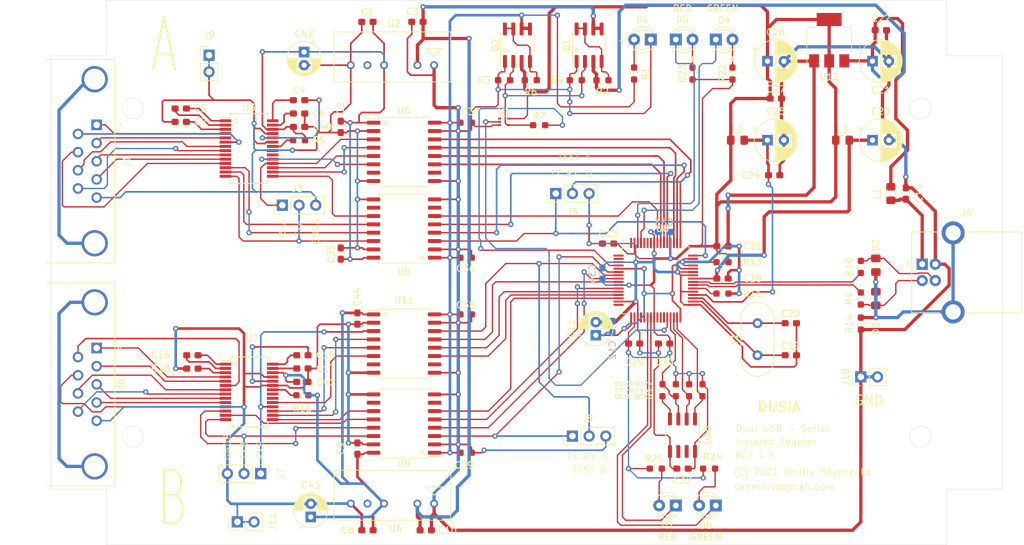
<source format=kicad_pcb>
(kicad_pcb (version 20171130) (host pcbnew 5.1.9-73d0e3b20d~88~ubuntu18.04.1)
  (layers (0 F.Cu signal) (31 B.Cu signal) (34 B.Paste user) (35 F.Paste user) (36 B.SilkS user) (37 F.SilkS user) (38 B.Mask user) (39 F.Mask user) (44 Edge.Cuts user))
  (net 0 "")
  (net 1 -5V_ISO_A)
  (net 2 +5V_ISO_A)
  (net 3 GND)
  (net 4 -5V_ISO_B)
  (net 5 +5V_ISO_B)
  (net 6 +3V3_SW)
  (net 7 VCORE)
  (net 8 +3V3)
  (net 9 "Net-(C14-Pad2)")
  (net 10 "Net-(C15-Pad2)")
  (net 11 "Net-(C15-Pad1)")
  (net 12 "Net-(C16-Pad2)")
  (net 13 "Net-(C16-Pad1)")
  (net 14 "Net-(C17-Pad1)")
  (net 15 "Net-(C18-Pad2)")
  (net 16 "Net-(C19-Pad1)")
  (net 17 "Net-(C20-Pad1)")
  (net 18 VBUS)
  (net 19 VPLL)
  (net 20 VPHY)
  (net 21 "Net-(D1-Pad2)")
  (net 22 "Net-(D2-Pad2)")
  (net 23 "Net-(D4-Pad2)")
  (net 24 RXLEDA)
  (net 25 "Net-(D5-Pad2)")
  (net 26 TXLEDA)
  (net 27 "Net-(D6-Pad2)")
  (net 28 RXLEDB)
  (net 29 "Net-(D7-Pad2)")
  (net 30 TXLEDB)
  (net 31 "Net-(J1-Pad0)")
  (net 32 /RS_RIA)
  (net 33 /RS_CTSA)
  (net 34 /RS_RTSA)
  (net 35 /RS_DSRA)
  (net 36 /RS_DTRA)
  (net 37 /RS_TXDA)
  (net 38 /RS_RXDA)
  (net 39 /RS_DCDA)
  (net 40 "Net-(J6-Pad0)")
  (net 41 /RS_RIB)
  (net 42 /RS_CTSB)
  (net 43 /RS_RTSB)
  (net 44 /RS_DSRB)
  (net 45 /RS_DTRB)
  (net 46 /RS_TXDB)
  (net 47 /RS_RXDB)
  (net 48 /RS_DCDB)
  (net 49 PWREN)
  (net 50 "Net-(R16-Pad1)")
  (net 51 "Net-(R17-Pad2)")
  (net 52 "Net-(R18-Pad2)")
  (net 53 "Net-(R19-Pad2)")
  (net 54 "Net-(R20-Pad2)")
  (net 55 "Net-(U3-Pad21)")
  (net 56 "Net-(U3-Pad20)")
  (net 57 /DCDA)
  (net 58 /RXDA)
  (net 59 /DSRA)
  (net 60 /CTSA)
  (net 61 /RIA)
  (net 62 /RTSA)
  (net 63 /DTRA)
  (net 64 /TXDA)
  (net 65 /ADBUS7)
  (net 66 /ADBUS4)
  (net 67 /ADBUS2)
  (net 68 /ADBUS0)
  (net 69 /ADBUS1)
  (net 70 /ADBUS3)
  (net 71 /ADBUS5)
  (net 72 /ADBUS6)
  (net 73 "Net-(U6-Pad7)")
  (net 74 "Net-(U7-Pad21)")
  (net 75 "Net-(U7-Pad20)")
  (net 76 /DCDB)
  (net 77 /RXDB)
  (net 78 /DSRB)
  (net 79 /CTSB)
  (net 80 /RIB)
  (net 81 /RTSB)
  (net 82 /DTRB)
  (net 83 /TXDB)
  (net 84 "Net-(U8-Pad59)")
  (net 85 "Net-(U8-Pad58)")
  (net 86 "Net-(U8-Pad57)")
  (net 87 "Net-(U8-Pad53)")
  (net 88 "Net-(U8-Pad52)")
  (net 89 "Net-(U8-Pad48)")
  (net 90 /BDBUS7)
  (net 91 /BDBUS6)
  (net 92 /BDBUS5)
  (net 93 /BDBUS4)
  (net 94 /BDBUS3)
  (net 95 /BDBUS2)
  (net 96 /BDBUS1)
  (net 97 /BDBUS0)
  (net 98 "Net-(U8-Pad34)")
  (net 99 "Net-(U8-Pad33)")
  (net 100 "Net-(U8-Pad32)")
  (net 101 "Net-(U8-Pad28)")
  (net 102 "Net-(U8-Pad27)")
  (net 103 "Net-(U8-Pad26)")
  (net 104 "Net-(U9-Pad10)")
  (net 105 "Net-(U10-Pad6)")
  (net 106 "Net-(U11-Pad7)")
  (net 107 "Net-(U10-Pad7)")
  (net 108 /D+)
  (net 109 /D-)
  (net 110 /RD-)
  (net 111 /RD+)
  (net 112 /C1+A)
  (net 113 /C1-A)
  (net 114 /C2-A)
  (net 115 /C2+A)
  (net 116 /V+A)
  (net 117 /V-A)
  (net 118 /SHDNA)
  (net 119 "Net-(U5-Pad7)")
  (net 120 "Net-(U6-Pad10)")
  (net 121 "Net-(U9-Pad7)")
  (net 122 "Net-(U11-Pad10)")
  (net 123 /RESET)
  (net 124 /REF)
  (net 125 "Net-(Q1-Pad4)")
  (net 126 "Net-(Q2-Pad4)")
  (net 127 /#PWREN)
  (net 128 "Net-(U1-Pad1)")
  (net 129 "Net-(U5-Pad10)")
  (net 130 /+5V_SW)
  (net 131 /SUSPEND)
  (module Resistor_SMD:R_0603_1608Metric_Pad0.98x0.95mm_HandSolder (layer F.Cu) (at 149.352 82.55)
    (fp_text reference R7 (at 0 -1.43) (layer F.SilkS))
    (fp_text value 0R)
    (pad 2 smd roundrect (at 0.9125 0) (size 0.975 0.95) (layers F.Cu F.Paste F.Mask) (net 131 /SUSPEND))
    (pad 1 smd roundrect (at -0.9125 0) (size 0.975 0.95) (layers F.Cu F.Paste F.Mask) (net 49 PWREN))
  )
  (module LED_THT:LED_D3.0mm (layer F.Cu) (at 170.18 140.5 180)
    (fp_text reference D7 (at 1.27 -2.96) (layer F.SilkS))
    (fp_text value RED)
    (pad 2 thru_hole circle (at 2.54 0 180) (size 1.8 1.8) (drill 0.9) (layers *.Cu *.Mask) (net 29 "Net-(D7-Pad2)"))
    (pad 1 thru_hole rect (at 0 0 180) (size 1.8 1.8) (drill 0.9) (layers *.Cu *.Mask) (net 30 TXLEDB))
  )
  (module Connector_USB:USB_B_OST_USB-B1HSxx_Horizontal (layer F.Cu) (at 207.724 103.73)
    (fp_text reference J4 (at 6.76 -7.77) (layer F.SilkS))
    (fp_text value USB_B)
    (pad 5 thru_hole circle (at 4.71 7.27) (size 3.5 3.5) (drill 2.33) (layers *.Cu *.Mask) (net 22 "Net-(D2-Pad2)"))
    (pad 5 thru_hole circle (at 4.71 -4.77) (size 3.5 3.5) (drill 2.33) (layers *.Cu *.Mask) (net 22 "Net-(D2-Pad2)"))
    (pad 4 thru_hole circle (at 2 0) (size 1.7 1.7) (drill 0.92) (layers *.Cu *.Mask) (net 3 GND))
    (pad 3 thru_hole circle (at 2 2.5) (size 1.7 1.7) (drill 0.92) (layers *.Cu *.Mask) (net 108 /D+))
    (pad 2 thru_hole circle (at 0 2.5) (size 1.7 1.7) (drill 0.92) (layers *.Cu *.Mask) (net 109 /D-))
    (pad 1 thru_hole rect (at 0 0) (size 1.7 1.7) (drill 0.92) (layers *.Cu *.Mask) (net 9 "Net-(C14-Pad2)"))
  )
  (module Package_SO:SOIC-8_3.9x4.9mm_P1.27mm (layer F.Cu) (at 146.05 70.358 90)
    (fp_text reference Q2 (at 0 -3.4 90) (layer F.SilkS))
    (fp_text value IRF7317)
    (pad 8 smd roundrect (at 2.475 -1.905 90) (size 1.95 0.6) (layers F.Cu F.Paste F.Mask) (net 126 "Net-(Q2-Pad4)"))
    (pad 7 smd roundrect (at 2.475 -0.635 90) (size 1.95 0.6) (layers F.Cu F.Paste F.Mask) (net 126 "Net-(Q2-Pad4)"))
    (pad 6 smd roundrect (at 2.475 0.635 90) (size 1.95 0.6) (layers F.Cu F.Paste F.Mask) (net 6 +3V3_SW))
    (pad 5 smd roundrect (at 2.475 1.905 90) (size 1.95 0.6) (layers F.Cu F.Paste F.Mask) (net 6 +3V3_SW))
    (pad 4 smd roundrect (at -2.475 1.905 90) (size 1.95 0.6) (layers F.Cu F.Paste F.Mask) (net 126 "Net-(Q2-Pad4)"))
    (pad 3 smd roundrect (at -2.475 0.635 90) (size 1.95 0.6) (layers F.Cu F.Paste F.Mask) (net 8 +3V3))
    (pad 2 smd roundrect (at -2.475 -0.635 90) (size 1.95 0.6) (layers F.Cu F.Paste F.Mask) (net 49 PWREN))
    (pad 1 smd roundrect (at -2.475 -1.905 90) (size 1.95 0.6) (layers F.Cu F.Paste F.Mask) (net 3 GND))
  )
  (module Package_SO:SOIC-8_3.9x4.9mm_P1.27mm (layer F.Cu) (at 156.972 70.358 90)
    (fp_text reference Q1 (at 0 -3.4 90) (layer F.SilkS))
    (fp_text value IRF7317)
    (pad 8 smd roundrect (at 2.475 -1.905 90) (size 1.95 0.6) (layers F.Cu F.Paste F.Mask) (net 125 "Net-(Q1-Pad4)"))
    (pad 7 smd roundrect (at 2.475 -0.635 90) (size 1.95 0.6) (layers F.Cu F.Paste F.Mask) (net 125 "Net-(Q1-Pad4)"))
    (pad 6 smd roundrect (at 2.475 0.635 90) (size 1.95 0.6) (layers F.Cu F.Paste F.Mask) (net 130 /+5V_SW))
    (pad 5 smd roundrect (at 2.475 1.905 90) (size 1.95 0.6) (layers F.Cu F.Paste F.Mask) (net 130 /+5V_SW))
    (pad 4 smd roundrect (at -2.475 1.905 90) (size 1.95 0.6) (layers F.Cu F.Paste F.Mask) (net 125 "Net-(Q1-Pad4)"))
    (pad 3 smd roundrect (at -2.475 0.635 90) (size 1.95 0.6) (layers F.Cu F.Paste F.Mask) (net 18 VBUS))
    (pad 2 smd roundrect (at -2.475 -0.635 90) (size 1.95 0.6) (layers F.Cu F.Paste F.Mask) (net 49 PWREN))
    (pad 1 smd roundrect (at -2.475 -1.905 90) (size 1.95 0.6) (layers F.Cu F.Paste F.Mask) (net 3 GND))
  )
  (module Package_TO_SOT_SMD:SOT-553 (layer F.Cu) (at 144.018 82.042)
    (fp_text reference U1 (at 0 -1.7) (layer F.SilkS))
    (fp_text value 74LVC1GU04DRL)
    (pad 4 smd rect (at 0.7 0.5) (size 0.45 0.3) (layers F.Cu F.Paste F.Mask) (net 49 PWREN))
    (pad 2 smd rect (at -0.7 0) (size 0.45 0.3) (layers F.Cu F.Paste F.Mask) (net 127 /#PWREN))
    (pad 5 smd rect (at 0.7 -0.5) (size 0.45 0.3) (layers F.Cu F.Paste F.Mask) (net 8 +3V3))
    (pad 3 smd rect (at -0.7 0.5) (size 0.45 0.3) (layers F.Cu F.Paste F.Mask) (net 3 GND))
    (pad 1 smd rect (at -0.7 -0.5) (size 0.45 0.3) (layers F.Cu F.Paste F.Mask) (net 128 "Net-(U1-Pad1)"))
  )
  (module Resistor_SMD:R_0603_1608Metric_Pad0.98x0.95mm_HandSolder (layer F.Cu) (at 148.082 75.692 180)
    (fp_text reference R6 (at 0 -1.778) (layer F.SilkS))
    (fp_text value 10k)
    (pad 2 smd roundrect (at 0.9125 0 180) (size 0.975 0.95) (layers F.Cu F.Paste F.Mask) (net 8 +3V3))
    (pad 1 smd roundrect (at -0.9125 0 180) (size 0.975 0.95) (layers F.Cu F.Paste F.Mask) (net 126 "Net-(Q2-Pad4)"))
  )
  (module Resistor_SMD:R_0603_1608Metric_Pad0.98x0.95mm_HandSolder (layer F.Cu) (at 154.94 75.692 180)
    (fp_text reference R4 (at 2.794 0) (layer F.SilkS))
    (fp_text value 10k)
    (pad 2 smd roundrect (at 0.9125 0 180) (size 0.975 0.95) (layers F.Cu F.Paste F.Mask) (net 3 GND))
    (pad 1 smd roundrect (at -0.9125 0 180) (size 0.975 0.95) (layers F.Cu F.Paste F.Mask) (net 49 PWREN))
  )
  (module Resistor_SMD:R_0603_1608Metric_Pad0.98x0.95mm_HandSolder (layer F.Cu) (at 144.018 75.692 180)
    (fp_text reference R3 (at 3.048 0) (layer F.SilkS))
    (fp_text value 10k)
    (pad 2 smd roundrect (at 0.9125 0 180) (size 0.975 0.95) (layers F.Cu F.Paste F.Mask) (net 3 GND))
    (pad 1 smd roundrect (at -0.9125 0 180) (size 0.975 0.95) (layers F.Cu F.Paste F.Mask) (net 49 PWREN))
  )
  (module Capacitor_SMD:C_0603_1608Metric_Pad1.08x0.95mm_HandSolder (layer F.Cu) (at 121.666 131.826 90)
    (fp_text reference C9 (at 0 -2.54 90) (layer F.SilkS))
    (fp_text value 100n)
    (pad 2 smd roundrect (at 0.8625 0 90) (size 1.075 0.95) (layers F.Cu F.Paste F.Mask) (net 4 -5V_ISO_B))
    (pad 1 smd roundrect (at -0.8625 0 90) (size 1.075 0.95) (layers F.Cu F.Paste F.Mask) (net 5 +5V_ISO_B))
  )
  (module Capacitor_SMD:C_0603_1608Metric_Pad1.08x0.95mm_HandSolder (layer F.Cu) (at 119.126 82.804 270)
    (fp_text reference C2 (at -2.794 0 90) (layer F.SilkS))
    (fp_text value 100n)
    (pad 2 smd roundrect (at 0.8625 0 270) (size 1.075 0.95) (layers F.Cu F.Paste F.Mask) (net 1 -5V_ISO_A))
    (pad 1 smd roundrect (at -0.8625 0 270) (size 1.075 0.95) (layers F.Cu F.Paste F.Mask) (net 2 +5V_ISO_A))
  )
  (module Connector_PinHeader_2.54mm:PinHeader_1x02_P2.54mm_Vertical (layer F.Cu) (at 103.378 143.002 90)
    (fp_text reference J11 (at 0 5.334 90) (layer F.SilkS))
    (fp_text value -5V_ISO_B)
    (pad 2 thru_hole oval (at 0 2.54 90) (size 1.7 1.7) (drill 1) (layers *.Cu *.Mask) (net 4 -5V_ISO_B))
    (pad 1 thru_hole rect (at 0 0 90) (size 1.7 1.7) (drill 1) (layers *.Cu *.Mask) (net 4 -5V_ISO_B))
  )
  (module Connector_PinHeader_2.54mm:PinHeader_1x02_P2.54mm_Vertical (layer F.Cu) (at 198.374 120.904 90)
    (fp_text reference J10 (at 0 -2.33 90) (layer F.SilkS))
    (fp_text value GND)
    (pad 2 thru_hole oval (at 0 2.54 90) (size 1.7 1.7) (drill 1) (layers *.Cu *.Mask) (net 3 GND))
    (pad 1 thru_hole rect (at 0 0 90) (size 1.7 1.7) (drill 1) (layers *.Cu *.Mask) (net 3 GND))
  )
  (module Connector_PinHeader_2.54mm:PinHeader_1x02_P2.54mm_Vertical (layer F.Cu) (at 99.06 71.882)
    (fp_text reference J9 (at 0 -3.048) (layer F.SilkS))
    (fp_text value -5V_ISO_A)
    (pad 2 thru_hole oval (at 0 2.54) (size 1.7 1.7) (drill 1) (layers *.Cu *.Mask) (net 1 -5V_ISO_A))
    (pad 1 thru_hole rect (at 0 0) (size 1.7 1.7) (drill 1) (layers *.Cu *.Mask) (net 1 -5V_ISO_A))
  )
  (module Connector_PinHeader_2.54mm:PinHeader_1x03_P2.54mm_Vertical (layer F.Cu) (at 154.432 129.921 90)
    (fp_text reference J8 (at 2.667 2.286 180) (layer F.SilkS))
    (fp_text value RX_TX_Test_U_B)
    (pad 3 thru_hole oval (at 0 5.08 90) (size 1.7 1.7) (drill 1) (layers *.Cu *.Mask) (net 3 GND))
    (pad 2 thru_hole oval (at 0 2.54 90) (size 1.7 1.7) (drill 1) (layers *.Cu *.Mask) (net 96 /BDBUS1))
    (pad 1 thru_hole rect (at 0 0 90) (size 1.7 1.7) (drill 1) (layers *.Cu *.Mask) (net 97 /BDBUS0))
  )
  (module Connector_PinHeader_2.54mm:PinHeader_1x03_P2.54mm_Vertical (layer F.Cu) (at 106.934 135.636 270)
    (fp_text reference J7 (at 0 -3.048 90) (layer F.SilkS))
    (fp_text value RX_TX_Test_ISO_B)
    (pad 3 thru_hole oval (at 0 5.08 270) (size 1.7 1.7) (drill 1) (layers *.Cu *.Mask) (net 4 -5V_ISO_B))
    (pad 2 thru_hole oval (at 0 2.54 270) (size 1.7 1.7) (drill 1) (layers *.Cu *.Mask) (net 83 /TXDB))
    (pad 1 thru_hole rect (at 0 0 270) (size 1.7 1.7) (drill 1) (layers *.Cu *.Mask) (net 77 /RXDB))
  )
  (module Connector_PinHeader_2.54mm:PinHeader_1x03_P2.54mm_Vertical (layer F.Cu) (at 151.892 92.964 90)
    (fp_text reference J5 (at -2.794 2.54 180) (layer F.SilkS))
    (fp_text value RX_TX_test_U_A)
    (pad 3 thru_hole oval (at 0 5.08 90) (size 1.7 1.7) (drill 1) (layers *.Cu *.Mask) (net 3 GND))
    (pad 2 thru_hole oval (at 0 2.54 90) (size 1.7 1.7) (drill 1) (layers *.Cu *.Mask) (net 69 /ADBUS1))
    (pad 1 thru_hole rect (at 0 0 90) (size 1.7 1.7) (drill 1) (layers *.Cu *.Mask) (net 68 /ADBUS0))
  )
  (module Connector_PinHeader_2.54mm:PinHeader_1x03_P2.54mm_Vertical (layer F.Cu) (at 110.236 94.742 90)
    (fp_text reference J3 (at 2.54 2.286 180) (layer F.SilkS))
    (fp_text value RX_TX_Test_ISO_A)
    (pad 3 thru_hole oval (at 0 5.08 90) (size 1.7 1.7) (drill 1) (layers *.Cu *.Mask) (net 1 -5V_ISO_A))
    (pad 2 thru_hole oval (at 0 2.54 90) (size 1.7 1.7) (drill 1) (layers *.Cu *.Mask) (net 64 /TXDA))
    (pad 1 thru_hole rect (at 0 0 90) (size 1.7 1.7) (drill 1) (layers *.Cu *.Mask) (net 58 /RXDA))
  )
  (module Package_SO:SSOP-28_5.3x10.2mm_P0.65mm (layer F.Cu) (at 105.156 123.19)
    (fp_text reference U7 (at 0.508 -8.128) (layer F.SilkS))
    (fp_text value MAX3241)
    (pad 28 smd rect (at 3.6 -4.225) (size 1.75 0.45) (layers F.Cu F.Paste F.Mask) (net 11 "Net-(C15-Pad1)"))
    (pad 27 smd rect (at 3.6 -3.575) (size 1.75 0.45) (layers F.Cu F.Paste F.Mask) (net 14 "Net-(C17-Pad1)"))
    (pad 26 smd rect (at 3.6 -2.925) (size 1.75 0.45) (layers F.Cu F.Paste F.Mask) (net 5 +5V_ISO_B))
    (pad 25 smd rect (at 3.6 -2.275) (size 1.75 0.45) (layers F.Cu F.Paste F.Mask) (net 4 -5V_ISO_B))
    (pad 24 smd rect (at 3.6 -1.625) (size 1.75 0.45) (layers F.Cu F.Paste F.Mask) (net 10 "Net-(C15-Pad2)"))
    (pad 23 smd rect (at 3.6 -0.975) (size 1.75 0.45) (layers F.Cu F.Paste F.Mask) (net 4 -5V_ISO_B))
    (pad 22 smd rect (at 3.6 -0.325) (size 1.75 0.45) (layers F.Cu F.Paste F.Mask) (net 50 "Net-(R16-Pad1)"))
    (pad 21 smd rect (at 3.6 0.325) (size 1.75 0.45) (layers F.Cu F.Paste F.Mask) (net 74 "Net-(U7-Pad21)"))
    (pad 20 smd rect (at 3.6 0.975) (size 1.75 0.45) (layers F.Cu F.Paste F.Mask) (net 75 "Net-(U7-Pad20)"))
    (pad 19 smd rect (at 3.6 1.625) (size 1.75 0.45) (layers F.Cu F.Paste F.Mask) (net 76 /DCDB))
    (pad 18 smd rect (at 3.6 2.275) (size 1.75 0.45) (layers F.Cu F.Paste F.Mask) (net 77 /RXDB))
    (pad 17 smd rect (at 3.6 2.925) (size 1.75 0.45) (layers F.Cu F.Paste F.Mask) (net 78 /DSRB))
    (pad 16 smd rect (at 3.6 3.575) (size 1.75 0.45) (layers F.Cu F.Paste F.Mask) (net 79 /CTSB))
    (pad 15 smd rect (at 3.6 4.225) (size 1.75 0.45) (layers F.Cu F.Paste F.Mask) (net 80 /RIB))
    (pad 14 smd rect (at -3.6 4.225) (size 1.75 0.45) (layers F.Cu F.Paste F.Mask) (net 83 /TXDB))
    (pad 13 smd rect (at -3.6 3.575) (size 1.75 0.45) (layers F.Cu F.Paste F.Mask) (net 82 /DTRB))
    (pad 12 smd rect (at -3.6 2.925) (size 1.75 0.45) (layers F.Cu F.Paste F.Mask) (net 81 /RTSB))
    (pad 11 smd rect (at -3.6 2.275) (size 1.75 0.45) (layers F.Cu F.Paste F.Mask) (net 43 /RS_RTSB))
    (pad 10 smd rect (at -3.6 1.625) (size 1.75 0.45) (layers F.Cu F.Paste F.Mask) (net 45 /RS_DTRB))
    (pad 9 smd rect (at -3.6 0.975) (size 1.75 0.45) (layers F.Cu F.Paste F.Mask) (net 46 /RS_TXDB))
    (pad 8 smd rect (at -3.6 0.325) (size 1.75 0.45) (layers F.Cu F.Paste F.Mask) (net 41 /RS_RIB))
    (pad 7 smd rect (at -3.6 -0.325) (size 1.75 0.45) (layers F.Cu F.Paste F.Mask) (net 42 /RS_CTSB))
    (pad 6 smd rect (at -3.6 -0.975) (size 1.75 0.45) (layers F.Cu F.Paste F.Mask) (net 44 /RS_DSRB))
    (pad 5 smd rect (at -3.6 -1.625) (size 1.75 0.45) (layers F.Cu F.Paste F.Mask) (net 47 /RS_RXDB))
    (pad 4 smd rect (at -3.6 -2.275) (size 1.75 0.45) (layers F.Cu F.Paste F.Mask) (net 48 /RS_DCDB))
    (pad 3 smd rect (at -3.6 -2.925) (size 1.75 0.45) (layers F.Cu F.Paste F.Mask) (net 15 "Net-(C18-Pad2)"))
    (pad 2 smd rect (at -3.6 -3.575) (size 1.75 0.45) (layers F.Cu F.Paste F.Mask) (net 13 "Net-(C16-Pad1)"))
    (pad 1 smd rect (at -3.6 -4.225) (size 1.75 0.45) (layers F.Cu F.Paste F.Mask) (net 12 "Net-(C16-Pad2)"))
  )
  (module Capacitor_SMD:C_0603_1608Metric_Pad1.08x0.95mm_HandSolder (layer F.Cu) (at 121.666 112.014 270)
    (fp_text reference C44 (at -3.302 0 90) (layer F.SilkS))
    (fp_text value 100n)
    (pad 2 smd roundrect (at 0.8625 0 270) (size 1.075 0.95) (layers F.Cu F.Paste F.Mask) (net 4 -5V_ISO_B))
    (pad 1 smd roundrect (at -0.8625 0 270) (size 1.075 0.95) (layers F.Cu F.Paste F.Mask) (net 5 +5V_ISO_B))
  )
  (module Capacitor_SMD:C_0603_1608Metric_Pad1.08x0.95mm_HandSolder (layer F.Cu) (at 119.126 102.108 90)
    (fp_text reference C35 (at 0 -1.43 90) (layer F.SilkS))
    (fp_text value 100n)
    (pad 2 smd roundrect (at 0.8625 0 90) (size 1.075 0.95) (layers F.Cu F.Paste F.Mask) (net 1 -5V_ISO_A))
    (pad 1 smd roundrect (at -0.8625 0 90) (size 1.075 0.95) (layers F.Cu F.Paste F.Mask) (net 2 +5V_ISO_A))
  )
  (module Connector_Dsub:DSUB-9_Male_Horizontal_P2.77x2.84mm_EdgePinOffset4.94mm_Housed_MountingHolesOffset7.48mm (layer F.Cu) (at 81.93 116.5 270)
    (fp_text reference J6 (at 5.54 -3.7 90) (layer F.SilkS))
    (fp_text value DB9_Male_MountingHoles)
    (pad 0 thru_hole circle (at 18.04 0.3 270) (size 4 4) (drill 3.2) (layers *.Cu *.Mask) (net 40 "Net-(J6-Pad0)"))
    (pad 0 thru_hole circle (at -6.96 0.3 270) (size 4 4) (drill 3.2) (layers *.Cu *.Mask) (net 40 "Net-(J6-Pad0)"))
    (pad 9 thru_hole circle (at 9.695 2.84 270) (size 1.6 1.6) (drill 1) (layers *.Cu *.Mask) (net 41 /RS_RIB))
    (pad 8 thru_hole circle (at 6.925 2.84 270) (size 1.6 1.6) (drill 1) (layers *.Cu *.Mask) (net 42 /RS_CTSB))
    (pad 7 thru_hole circle (at 4.155 2.84 270) (size 1.6 1.6) (drill 1) (layers *.Cu *.Mask) (net 43 /RS_RTSB))
    (pad 6 thru_hole circle (at 1.385 2.84 270) (size 1.6 1.6) (drill 1) (layers *.Cu *.Mask) (net 44 /RS_DSRB))
    (pad 5 thru_hole circle (at 11.08 0 270) (size 1.6 1.6) (drill 1) (layers *.Cu *.Mask) (net 4 -5V_ISO_B))
    (pad 4 thru_hole circle (at 8.31 0 270) (size 1.6 1.6) (drill 1) (layers *.Cu *.Mask) (net 45 /RS_DTRB))
    (pad 3 thru_hole circle (at 5.54 0 270) (size 1.6 1.6) (drill 1) (layers *.Cu *.Mask) (net 46 /RS_TXDB))
    (pad 2 thru_hole circle (at 2.77 0 270) (size 1.6 1.6) (drill 1) (layers *.Cu *.Mask) (net 47 /RS_RXDB))
    (pad 1 thru_hole rect (at 0 0 270) (size 1.6 1.6) (drill 1) (layers *.Cu *.Mask) (net 48 /RS_DCDB))
  )
  (module Capacitor_SMD:C_0603_1608Metric_Pad1.08x0.95mm_HandSolder (layer B.Cu) (at 168.402 98.806 180)
    (fp_text reference C33 (at 0 1.43) (layer B.SilkS) (effects (justify mirror)))
    (fp_text value 100n)
    (pad 2 smd roundrect (at 0.8625 0 180) (size 1.075 0.95) (layers B.Cu B.Paste B.Mask) (net 3 GND))
    (pad 1 smd roundrect (at -0.8625 0 180) (size 1.075 0.95) (layers B.Cu B.Paste B.Mask) (net 8 +3V3))
  )
  (module Capacitor_THT:CP_Radial_D5.0mm_P2.00mm (layer F.Cu) (at 157.988 114.554 90)
    (fp_text reference C11 (at 1 -3.75 90) (layer F.SilkS))
    (fp_text value 4,7u)
    (pad 2 thru_hole circle (at 2 0 90) (size 1.6 1.6) (drill 0.8) (layers *.Cu *.Mask) (net 3 GND))
    (pad 1 thru_hole rect (at 0 0 90) (size 1.6 1.6) (drill 0.8) (layers *.Cu *.Mask) (net 7 VCORE))
  )
  (module Capacitor_THT:CP_Radial_D5.0mm_P2.00mm (layer F.Cu) (at 114.554 142.24 90)
    (fp_text reference C43 (at 4.826 0 180) (layer F.SilkS))
    (fp_text value "47u ")
    (pad 2 thru_hole circle (at 2 0 90) (size 1.6 1.6) (drill 0.8) (layers *.Cu *.Mask) (net 4 -5V_ISO_B))
    (pad 1 thru_hole rect (at 0 0 90) (size 1.6 1.6) (drill 0.8) (layers *.Cu *.Mask) (net 5 +5V_ISO_B))
  )
  (module Capacitor_THT:CP_Radial_D5.0mm_P2.00mm (layer F.Cu) (at 113.538 71.406 270)
    (fp_text reference C42 (at -2.794 0 180) (layer F.SilkS))
    (fp_text value "47u ")
    (pad 2 thru_hole circle (at 2 0 270) (size 1.6 1.6) (drill 0.8) (layers *.Cu *.Mask) (net 1 -5V_ISO_A))
    (pad 1 thru_hole rect (at 0 0 270) (size 1.6 1.6) (drill 0.8) (layers *.Cu *.Mask) (net 2 +5V_ISO_A))
  )
  (module Connector_Dsub:DSUB-9_Male_Horizontal_P2.77x2.84mm_EdgePinOffset4.94mm_Housed_MountingHolesOffset7.48mm (layer F.Cu) (at 81.93 82.5 270)
    (fp_text reference J1 (at 5.54 -4.572 90) (layer F.SilkS))
    (fp_text value DB9_Male_MountingHoles)
    (pad 0 thru_hole circle (at 18.04 0.3 270) (size 4 4) (drill 3.2) (layers *.Cu *.Mask) (net 31 "Net-(J1-Pad0)"))
    (pad 0 thru_hole circle (at -6.96 0.3 270) (size 4 4) (drill 3.2) (layers *.Cu *.Mask) (net 31 "Net-(J1-Pad0)"))
    (pad 9 thru_hole circle (at 9.695 2.84 270) (size 1.6 1.6) (drill 1) (layers *.Cu *.Mask) (net 32 /RS_RIA))
    (pad 8 thru_hole circle (at 6.925 2.84 270) (size 1.6 1.6) (drill 1) (layers *.Cu *.Mask) (net 33 /RS_CTSA))
    (pad 7 thru_hole circle (at 4.155 2.84 270) (size 1.6 1.6) (drill 1) (layers *.Cu *.Mask) (net 34 /RS_RTSA))
    (pad 6 thru_hole circle (at 1.385 2.84 270) (size 1.6 1.6) (drill 1) (layers *.Cu *.Mask) (net 35 /RS_DSRA))
    (pad 5 thru_hole circle (at 11.08 0 270) (size 1.6 1.6) (drill 1) (layers *.Cu *.Mask) (net 1 -5V_ISO_A))
    (pad 4 thru_hole circle (at 8.31 0 270) (size 1.6 1.6) (drill 1) (layers *.Cu *.Mask) (net 36 /RS_DTRA))
    (pad 3 thru_hole circle (at 5.54 0 270) (size 1.6 1.6) (drill 1) (layers *.Cu *.Mask) (net 37 /RS_TXDA))
    (pad 2 thru_hole circle (at 2.77 0 270) (size 1.6 1.6) (drill 1) (layers *.Cu *.Mask) (net 38 /RS_RXDA))
    (pad 1 thru_hole rect (at 0 0 270) (size 1.6 1.6) (drill 1) (layers *.Cu *.Mask) (net 39 /RS_DCDA))
  )
  (module Package_SO:SSOP-28_5.3x10.2mm_P0.65mm (layer F.Cu) (at 105.156 86.106)
    (fp_text reference U3 (at 0 -6.25) (layer F.SilkS))
    (fp_text value MAX3241)
    (pad 28 smd rect (at 3.6 -4.225) (size 1.75 0.45) (layers F.Cu F.Paste F.Mask) (net 112 /C1+A))
    (pad 27 smd rect (at 3.6 -3.575) (size 1.75 0.45) (layers F.Cu F.Paste F.Mask) (net 116 /V+A))
    (pad 26 smd rect (at 3.6 -2.925) (size 1.75 0.45) (layers F.Cu F.Paste F.Mask) (net 2 +5V_ISO_A))
    (pad 25 smd rect (at 3.6 -2.275) (size 1.75 0.45) (layers F.Cu F.Paste F.Mask) (net 1 -5V_ISO_A))
    (pad 24 smd rect (at 3.6 -1.625) (size 1.75 0.45) (layers F.Cu F.Paste F.Mask) (net 113 /C1-A))
    (pad 23 smd rect (at 3.6 -0.975) (size 1.75 0.45) (layers F.Cu F.Paste F.Mask) (net 1 -5V_ISO_A))
    (pad 22 smd rect (at 3.6 -0.325) (size 1.75 0.45) (layers F.Cu F.Paste F.Mask) (net 118 /SHDNA))
    (pad 21 smd rect (at 3.6 0.325) (size 1.75 0.45) (layers F.Cu F.Paste F.Mask) (net 55 "Net-(U3-Pad21)"))
    (pad 20 smd rect (at 3.6 0.975) (size 1.75 0.45) (layers F.Cu F.Paste F.Mask) (net 56 "Net-(U3-Pad20)"))
    (pad 19 smd rect (at 3.6 1.625) (size 1.75 0.45) (layers F.Cu F.Paste F.Mask) (net 57 /DCDA))
    (pad 18 smd rect (at 3.6 2.275) (size 1.75 0.45) (layers F.Cu F.Paste F.Mask) (net 58 /RXDA))
    (pad 17 smd rect (at 3.6 2.925) (size 1.75 0.45) (layers F.Cu F.Paste F.Mask) (net 59 /DSRA))
    (pad 16 smd rect (at 3.6 3.575) (size 1.75 0.45) (layers F.Cu F.Paste F.Mask) (net 60 /CTSA))
    (pad 15 smd rect (at 3.6 4.225) (size 1.75 0.45) (layers F.Cu F.Paste F.Mask) (net 61 /RIA))
    (pad 14 smd rect (at -3.6 4.225) (size 1.75 0.45) (layers F.Cu F.Paste F.Mask) (net 64 /TXDA))
    (pad 13 smd rect (at -3.6 3.575) (size 1.75 0.45) (layers F.Cu F.Paste F.Mask) (net 63 /DTRA))
    (pad 12 smd rect (at -3.6 2.925) (size 1.75 0.45) (layers F.Cu F.Paste F.Mask) (net 62 /RTSA))
    (pad 11 smd rect (at -3.6 2.275) (size 1.75 0.45) (layers F.Cu F.Paste F.Mask) (net 34 /RS_RTSA))
    (pad 10 smd rect (at -3.6 1.625) (size 1.75 0.45) (layers F.Cu F.Paste F.Mask) (net 36 /RS_DTRA))
    (pad 9 smd rect (at -3.6 0.975) (size 1.75 0.45) (layers F.Cu F.Paste F.Mask) (net 37 /RS_TXDA))
    (pad 8 smd rect (at -3.6 0.325) (size 1.75 0.45) (layers F.Cu F.Paste F.Mask) (net 32 /RS_RIA))
    (pad 7 smd rect (at -3.6 -0.325) (size 1.75 0.45) (layers F.Cu F.Paste F.Mask) (net 33 /RS_CTSA))
    (pad 6 smd rect (at -3.6 -0.975) (size 1.75 0.45) (layers F.Cu F.Paste F.Mask) (net 35 /RS_DSRA))
    (pad 5 smd rect (at -3.6 -1.625) (size 1.75 0.45) (layers F.Cu F.Paste F.Mask) (net 38 /RS_RXDA))
    (pad 4 smd rect (at -3.6 -2.275) (size 1.75 0.45) (layers F.Cu F.Paste F.Mask) (net 39 /RS_DCDA))
    (pad 3 smd rect (at -3.6 -2.925) (size 1.75 0.45) (layers F.Cu F.Paste F.Mask) (net 117 /V-A))
    (pad 2 smd rect (at -3.6 -3.575) (size 1.75 0.45) (layers F.Cu F.Paste F.Mask) (net 114 /C2-A))
    (pad 1 smd rect (at -3.6 -4.225) (size 1.75 0.45) (layers F.Cu F.Paste F.Mask) (net 115 /C2+A))
  )
  (module Package_SO:SOIC-8_3.9x4.9mm_P1.27mm (layer F.Cu) (at 171.196 129.794 270)
    (fp_text reference U10 (at 0 -3.81 90) (layer F.SilkS))
    (fp_text value 93LCxxB)
    (pad 8 smd roundrect (at 2.475 -1.905 270) (size 1.95 0.6) (layers F.Cu F.Paste F.Mask) (net 8 +3V3))
    (pad 7 smd roundrect (at 2.475 -0.635 270) (size 1.95 0.6) (layers F.Cu F.Paste F.Mask) (net 107 "Net-(U10-Pad7)"))
    (pad 6 smd roundrect (at 2.475 0.635 270) (size 1.95 0.6) (layers F.Cu F.Paste F.Mask) (net 105 "Net-(U10-Pad6)"))
    (pad 5 smd roundrect (at 2.475 1.905 270) (size 1.95 0.6) (layers F.Cu F.Paste F.Mask) (net 3 GND))
    (pad 4 smd roundrect (at -2.475 1.905 270) (size 1.95 0.6) (layers F.Cu F.Paste F.Mask) (net 54 "Net-(R20-Pad2)"))
    (pad 3 smd roundrect (at -2.475 0.635 270) (size 1.95 0.6) (layers F.Cu F.Paste F.Mask) (net 53 "Net-(R19-Pad2)"))
    (pad 2 smd roundrect (at -2.475 -0.635 270) (size 1.95 0.6) (layers F.Cu F.Paste F.Mask) (net 52 "Net-(R18-Pad2)"))
    (pad 1 smd roundrect (at -2.475 -1.905 270) (size 1.95 0.6) (layers F.Cu F.Paste F.Mask) (net 51 "Net-(R17-Pad2)"))
  )
  (module Crystal:Crystal_HC49-U_Vertical (layer F.Cu) (at 182.626 117.602 90)
    (fp_text reference Y1 (at 2.44 -3.525 90) (layer F.SilkS))
    (fp_text value 12MHz)
    (pad 2 thru_hole circle (at 4.88 0 90) (size 1.5 1.5) (drill 0.8) (layers *.Cu *.Mask) (net 17 "Net-(C20-Pad1)"))
    (pad 1 thru_hole circle (at 0 0 90) (size 1.5 1.5) (drill 0.8) (layers *.Cu *.Mask) (net 16 "Net-(C19-Pad1)"))
  )
  (module Package_TO_SOT_SMD:SOT-223-3_TabPin2 (layer F.Cu) (at 193.548 69.596 90)
    (fp_text reference U12 (at -5.588 0) (layer F.SilkS))
    (fp_text value LM1117-3.3)
    (pad 1 smd rect (at -3.15 -2.3 90) (size 2 1.5) (layers F.Cu F.Paste F.Mask) (net 3 GND))
    (pad 3 smd rect (at -3.15 2.3 90) (size 2 1.5) (layers F.Cu F.Paste F.Mask) (net 18 VBUS))
    (pad 2 smd rect (at -3.15 0 90) (size 2 1.5) (layers F.Cu F.Paste F.Mask) (net 8 +3V3))
    (pad 2 smd rect (at 3.15 0 90) (size 2 3.8) (layers F.Cu F.Paste F.Mask) (net 8 +3V3))
  )
  (module Package_SO:SOIC-16W_7.5x10.3mm_P1.27mm (layer F.Cu) (at 128.778 115.824)
    (fp_text reference U11 (at 0 -6.604) (layer F.SilkS))
    (fp_text value ADuM1400xRW)
    (pad 16 smd roundrect (at 4.65 -4.445) (size 2.05 0.6) (layers F.Cu F.Paste F.Mask) (net 6 +3V3_SW))
    (pad 15 smd roundrect (at 4.65 -3.175) (size 2.05 0.6) (layers F.Cu F.Paste F.Mask) (net 3 GND))
    (pad 14 smd roundrect (at 4.65 -1.905) (size 2.05 0.6) (layers F.Cu F.Paste F.Mask) (net 96 /BDBUS1))
    (pad 13 smd roundrect (at 4.65 -0.635) (size 2.05 0.6) (layers F.Cu F.Paste F.Mask) (net 94 /BDBUS3))
    (pad 12 smd roundrect (at 4.65 0.635) (size 2.05 0.6) (layers F.Cu F.Paste F.Mask) (net 92 /BDBUS5))
    (pad 11 smd roundrect (at 4.65 1.905) (size 2.05 0.6) (layers F.Cu F.Paste F.Mask) (net 91 /BDBUS6))
    (pad 10 smd roundrect (at 4.65 3.175) (size 2.05 0.6) (layers F.Cu F.Paste F.Mask) (net 122 "Net-(U11-Pad10)"))
    (pad 9 smd roundrect (at 4.65 4.445) (size 2.05 0.6) (layers F.Cu F.Paste F.Mask) (net 3 GND))
    (pad 8 smd roundrect (at -4.65 4.445) (size 2.05 0.6) (layers F.Cu F.Paste F.Mask) (net 4 -5V_ISO_B))
    (pad 7 smd roundrect (at -4.65 3.175) (size 2.05 0.6) (layers F.Cu F.Paste F.Mask) (net 106 "Net-(U11-Pad7)"))
    (pad 6 smd roundrect (at -4.65 1.905) (size 2.05 0.6) (layers F.Cu F.Paste F.Mask) (net 76 /DCDB))
    (pad 5 smd roundrect (at -4.65 0.635) (size 2.05 0.6) (layers F.Cu F.Paste F.Mask) (net 78 /DSRB))
    (pad 4 smd roundrect (at -4.65 -0.635) (size 2.05 0.6) (layers F.Cu F.Paste F.Mask) (net 79 /CTSB))
    (pad 3 smd roundrect (at -4.65 -1.905) (size 2.05 0.6) (layers F.Cu F.Paste F.Mask) (net 77 /RXDB))
    (pad 2 smd roundrect (at -4.65 -3.175) (size 2.05 0.6) (layers F.Cu F.Paste F.Mask) (net 4 -5V_ISO_B))
    (pad 1 smd roundrect (at -4.65 -4.445) (size 2.05 0.6) (layers F.Cu F.Paste F.Mask) (net 5 +5V_ISO_B))
  )
  (module Package_SO:SOIC-16W_7.5x10.3mm_P1.27mm (layer F.Cu) (at 128.778 128.016 180)
    (fp_text reference U9 (at 0 -6.1) (layer F.SilkS))
    (fp_text value ADuM1411)
    (pad 16 smd roundrect (at 4.65 -4.445 180) (size 2.05 0.6) (layers F.Cu F.Paste F.Mask) (net 5 +5V_ISO_B))
    (pad 15 smd roundrect (at 4.65 -3.175 180) (size 2.05 0.6) (layers F.Cu F.Paste F.Mask) (net 4 -5V_ISO_B))
    (pad 14 smd roundrect (at 4.65 -1.905 180) (size 2.05 0.6) (layers F.Cu F.Paste F.Mask) (net 83 /TXDB))
    (pad 13 smd roundrect (at 4.65 -0.635 180) (size 2.05 0.6) (layers F.Cu F.Paste F.Mask) (net 81 /RTSB))
    (pad 12 smd roundrect (at 4.65 0.635 180) (size 2.05 0.6) (layers F.Cu F.Paste F.Mask) (net 82 /DTRB))
    (pad 11 smd roundrect (at 4.65 1.905 180) (size 2.05 0.6) (layers F.Cu F.Paste F.Mask) (net 80 /RIB))
    (pad 10 smd roundrect (at 4.65 3.175 180) (size 2.05 0.6) (layers F.Cu F.Paste F.Mask) (net 104 "Net-(U9-Pad10)"))
    (pad 9 smd roundrect (at 4.65 4.445 180) (size 2.05 0.6) (layers F.Cu F.Paste F.Mask) (net 4 -5V_ISO_B))
    (pad 8 smd roundrect (at -4.65 4.445 180) (size 2.05 0.6) (layers F.Cu F.Paste F.Mask) (net 3 GND))
    (pad 7 smd roundrect (at -4.65 3.175 180) (size 2.05 0.6) (layers F.Cu F.Paste F.Mask) (net 121 "Net-(U9-Pad7)"))
    (pad 6 smd roundrect (at -4.65 1.905 180) (size 2.05 0.6) (layers F.Cu F.Paste F.Mask) (net 90 /BDBUS7))
    (pad 5 smd roundrect (at -4.65 0.635 180) (size 2.05 0.6) (layers F.Cu F.Paste F.Mask) (net 93 /BDBUS4))
    (pad 4 smd roundrect (at -4.65 -0.635 180) (size 2.05 0.6) (layers F.Cu F.Paste F.Mask) (net 95 /BDBUS2))
    (pad 3 smd roundrect (at -4.65 -1.905 180) (size 2.05 0.6) (layers F.Cu F.Paste F.Mask) (net 97 /BDBUS0))
    (pad 2 smd roundrect (at -4.65 -3.175 180) (size 2.05 0.6) (layers F.Cu F.Paste F.Mask) (net 3 GND))
    (pad 1 smd roundrect (at -4.65 -4.445 180) (size 2.05 0.6) (layers F.Cu F.Paste F.Mask) (net 6 +3V3_SW))
  )
  (module Package_QFP:LQFP-64_10x10mm_P0.5mm (layer F.Cu) (at 167.132 106.172 180)
    (fp_text reference U8 (at -1.016 7.874) (layer F.SilkS))
    (fp_text value FT2232HL)
    (pad 64 smd roundrect (at -3.75 -5.675 180) (size 0.3 1.55) (layers F.Cu F.Paste F.Mask) (net 7 VCORE))
    (pad 63 smd roundrect (at -3.25 -5.675 180) (size 0.3 1.55) (layers F.Cu F.Paste F.Mask) (net 51 "Net-(R17-Pad2)"))
    (pad 62 smd roundrect (at -2.75 -5.675 180) (size 0.3 1.55) (layers F.Cu F.Paste F.Mask) (net 52 "Net-(R18-Pad2)"))
    (pad 61 smd roundrect (at -2.25 -5.675 180) (size 0.3 1.55) (layers F.Cu F.Paste F.Mask) (net 53 "Net-(R19-Pad2)"))
    (pad 60 smd roundrect (at -1.75 -5.675 180) (size 0.3 1.55) (layers F.Cu F.Paste F.Mask) (net 127 /#PWREN))
    (pad 59 smd roundrect (at -1.25 -5.675 180) (size 0.3 1.55) (layers F.Cu F.Paste F.Mask) (net 84 "Net-(U8-Pad59)"))
    (pad 58 smd roundrect (at -0.75 -5.675 180) (size 0.3 1.55) (layers F.Cu F.Paste F.Mask) (net 85 "Net-(U8-Pad58)"))
    (pad 57 smd roundrect (at -0.25 -5.675 180) (size 0.3 1.55) (layers F.Cu F.Paste F.Mask) (net 86 "Net-(U8-Pad57)"))
    (pad 56 smd roundrect (at 0.25 -5.675 180) (size 0.3 1.55) (layers F.Cu F.Paste F.Mask) (net 8 +3V3))
    (pad 55 smd roundrect (at 0.75 -5.675 180) (size 0.3 1.55) (layers F.Cu F.Paste F.Mask) (net 30 TXLEDB))
    (pad 54 smd roundrect (at 1.25 -5.675 180) (size 0.3 1.55) (layers F.Cu F.Paste F.Mask) (net 28 RXLEDB))
    (pad 53 smd roundrect (at 1.75 -5.675 180) (size 0.3 1.55) (layers F.Cu F.Paste F.Mask) (net 87 "Net-(U8-Pad53)"))
    (pad 52 smd roundrect (at 2.25 -5.675 180) (size 0.3 1.55) (layers F.Cu F.Paste F.Mask) (net 88 "Net-(U8-Pad52)"))
    (pad 51 smd roundrect (at 2.75 -5.675 180) (size 0.3 1.55) (layers F.Cu F.Paste F.Mask) (net 3 GND))
    (pad 50 smd roundrect (at 3.25 -5.675 180) (size 0.3 1.55) (layers F.Cu F.Paste F.Mask) (net 8 +3V3))
    (pad 49 smd roundrect (at 3.75 -5.675 180) (size 0.3 1.55) (layers F.Cu F.Paste F.Mask) (net 7 VCORE))
    (pad 48 smd roundrect (at 5.675 -3.75 180) (size 1.55 0.3) (layers F.Cu F.Paste F.Mask) (net 89 "Net-(U8-Pad48)"))
    (pad 47 smd roundrect (at 5.675 -3.25 180) (size 1.55 0.3) (layers F.Cu F.Paste F.Mask) (net 3 GND))
    (pad 46 smd roundrect (at 5.675 -2.75 180) (size 1.55 0.3) (layers F.Cu F.Paste F.Mask) (net 90 /BDBUS7))
    (pad 45 smd roundrect (at 5.675 -2.25 180) (size 1.55 0.3) (layers F.Cu F.Paste F.Mask) (net 91 /BDBUS6))
    (pad 44 smd roundrect (at 5.675 -1.75 180) (size 1.55 0.3) (layers F.Cu F.Paste F.Mask) (net 92 /BDBUS5))
    (pad 43 smd roundrect (at 5.675 -1.25 180) (size 1.55 0.3) (layers F.Cu F.Paste F.Mask) (net 93 /BDBUS4))
    (pad 42 smd roundrect (at 5.675 -0.75 180) (size 1.55 0.3) (layers F.Cu F.Paste F.Mask) (net 8 +3V3))
    (pad 41 smd roundrect (at 5.675 -0.25 180) (size 1.55 0.3) (layers F.Cu F.Paste F.Mask) (net 94 /BDBUS3))
    (pad 40 smd roundrect (at 5.675 0.25 180) (size 1.55 0.3) (layers F.Cu F.Paste F.Mask) (net 95 /BDBUS2))
    (pad 39 smd roundrect (at 5.675 0.75 180) (size 1.55 0.3) (layers F.Cu F.Paste F.Mask) (net 96 /BDBUS1))
    (pad 38 smd roundrect (at 5.675 1.25 180) (size 1.55 0.3) (layers F.Cu F.Paste F.Mask) (net 97 /BDBUS0))
    (pad 37 smd roundrect (at 5.675 1.75 180) (size 1.55 0.3) (layers F.Cu F.Paste F.Mask) (net 7 VCORE))
    (pad 36 smd roundrect (at 5.675 2.25 180) (size 1.55 0.3) (layers F.Cu F.Paste F.Mask) (net 131 /SUSPEND))
    (pad 35 smd roundrect (at 5.675 2.75 180) (size 1.55 0.3) (layers F.Cu F.Paste F.Mask) (net 3 GND))
    (pad 34 smd roundrect (at 5.675 3.25 180) (size 1.55 0.3) (layers F.Cu F.Paste F.Mask) (net 98 "Net-(U8-Pad34)"))
    (pad 33 smd roundrect (at 5.675 3.75 180) (size 1.55 0.3) (layers F.Cu F.Paste F.Mask) (net 99 "Net-(U8-Pad33)"))
    (pad 32 smd roundrect (at 3.75 5.675 180) (size 0.3 1.55) (layers F.Cu F.Paste F.Mask) (net 100 "Net-(U8-Pad32)"))
    (pad 31 smd roundrect (at 3.25 5.675 180) (size 0.3 1.55) (layers F.Cu F.Paste F.Mask) (net 8 +3V3))
    (pad 30 smd roundrect (at 2.75 5.675 180) (size 0.3 1.55) (layers F.Cu F.Paste F.Mask) (net 26 TXLEDA))
    (pad 29 smd roundrect (at 2.25 5.675 180) (size 0.3 1.55) (layers F.Cu F.Paste F.Mask) (net 24 RXLEDA))
    (pad 28 smd roundrect (at 1.75 5.675 180) (size 0.3 1.55) (layers F.Cu F.Paste F.Mask) (net 101 "Net-(U8-Pad28)"))
    (pad 27 smd roundrect (at 1.25 5.675 180) (size 0.3 1.55) (layers F.Cu F.Paste F.Mask) (net 102 "Net-(U8-Pad27)"))
    (pad 26 smd roundrect (at 0.75 5.675 180) (size 0.3 1.55) (layers F.Cu F.Paste F.Mask) (net 103 "Net-(U8-Pad26)"))
    (pad 25 smd roundrect (at 0.25 5.675 180) (size 0.3 1.55) (layers F.Cu F.Paste F.Mask) (net 3 GND))
    (pad 24 smd roundrect (at -0.25 5.675 180) (size 0.3 1.55) (layers F.Cu F.Paste F.Mask) (net 65 /ADBUS7))
    (pad 23 smd roundrect (at -0.75 5.675 180) (size 0.3 1.55) (layers F.Cu F.Paste F.Mask) (net 72 /ADBUS6))
    (pad 22 smd roundrect (at -1.25 5.675 180) (size 0.3 1.55) (layers F.Cu F.Paste F.Mask) (net 71 /ADBUS5))
    (pad 21 smd roundrect (at -1.75 5.675 180) (size 0.3 1.55) (layers F.Cu F.Paste F.Mask) (net 66 /ADBUS4))
    (pad 20 smd roundrect (at -2.25 5.675 180) (size 0.3 1.55) (layers F.Cu F.Paste F.Mask) (net 8 +3V3))
    (pad 19 smd roundrect (at -2.75 5.675 180) (size 0.3 1.55) (layers F.Cu F.Paste F.Mask) (net 70 /ADBUS3))
    (pad 18 smd roundrect (at -3.25 5.675 180) (size 0.3 1.55) (layers F.Cu F.Paste F.Mask) (net 67 /ADBUS2))
    (pad 17 smd roundrect (at -3.75 5.675 180) (size 0.3 1.55) (layers F.Cu F.Paste F.Mask) (net 69 /ADBUS1))
    (pad 16 smd roundrect (at -5.675 3.75 180) (size 1.55 0.3) (layers F.Cu F.Paste F.Mask) (net 68 /ADBUS0))
    (pad 15 smd roundrect (at -5.675 3.25 180) (size 1.55 0.3) (layers F.Cu F.Paste F.Mask) (net 3 GND))
    (pad 14 smd roundrect (at -5.675 2.75 180) (size 1.55 0.3) (layers F.Cu F.Paste F.Mask) (net 123 /RESET))
    (pad 13 smd roundrect (at -5.675 2.25 180) (size 1.55 0.3) (layers F.Cu F.Paste F.Mask) (net 3 GND))
    (pad 12 smd roundrect (at -5.675 1.75 180) (size 1.55 0.3) (layers F.Cu F.Paste F.Mask) (net 7 VCORE))
    (pad 11 smd roundrect (at -5.675 1.25 180) (size 1.55 0.3) (layers F.Cu F.Paste F.Mask) (net 3 GND))
    (pad 10 smd roundrect (at -5.675 0.75 180) (size 1.55 0.3) (layers F.Cu F.Paste F.Mask) (net 3 GND))
    (pad 9 smd roundrect (at -5.675 0.25 180) (size 1.55 0.3) (layers F.Cu F.Paste F.Mask) (net 19 VPLL))
    (pad 8 smd roundrect (at -5.675 -0.25 180) (size 1.55 0.3) (layers F.Cu F.Paste F.Mask) (net 111 /RD+))
    (pad 7 smd roundrect (at -5.675 -0.75 180) (size 1.55 0.3) (layers F.Cu F.Paste F.Mask) (net 110 /RD-))
    (pad 6 smd roundrect (at -5.675 -1.25 180) (size 1.55 0.3) (layers F.Cu F.Paste F.Mask) (net 124 /REF))
    (pad 5 smd roundrect (at -5.675 -1.75 180) (size 1.55 0.3) (layers F.Cu F.Paste F.Mask) (net 3 GND))
    (pad 4 smd roundrect (at -5.675 -2.25 180) (size 1.55 0.3) (layers F.Cu F.Paste F.Mask) (net 20 VPHY))
    (pad 3 smd roundrect (at -5.675 -2.75 180) (size 1.55 0.3) (layers F.Cu F.Paste F.Mask) (net 17 "Net-(C20-Pad1)"))
    (pad 2 smd roundrect (at -5.675 -3.25 180) (size 1.55 0.3) (layers F.Cu F.Paste F.Mask) (net 16 "Net-(C19-Pad1)"))
    (pad 1 smd roundrect (at -5.675 -3.75 180) (size 1.55 0.3) (layers F.Cu F.Paste F.Mask) (net 3 GND))
  )
  (module Package_SO:SOIC-16W_7.5x10.3mm_P1.27mm (layer F.Cu) (at 128.778 86.614)
    (fp_text reference U6 (at 0 -6.35) (layer F.SilkS))
    (fp_text value ADuM1400xRW)
    (pad 16 smd roundrect (at 4.65 -4.445) (size 2.05 0.6) (layers F.Cu F.Paste F.Mask) (net 6 +3V3_SW))
    (pad 15 smd roundrect (at 4.65 -3.175) (size 2.05 0.6) (layers F.Cu F.Paste F.Mask) (net 3 GND))
    (pad 14 smd roundrect (at 4.65 -1.905) (size 2.05 0.6) (layers F.Cu F.Paste F.Mask) (net 69 /ADBUS1))
    (pad 13 smd roundrect (at 4.65 -0.635) (size 2.05 0.6) (layers F.Cu F.Paste F.Mask) (net 70 /ADBUS3))
    (pad 12 smd roundrect (at 4.65 0.635) (size 2.05 0.6) (layers F.Cu F.Paste F.Mask) (net 71 /ADBUS5))
    (pad 11 smd roundrect (at 4.65 1.905) (size 2.05 0.6) (layers F.Cu F.Paste F.Mask) (net 72 /ADBUS6))
    (pad 10 smd roundrect (at 4.65 3.175) (size 2.05 0.6) (layers F.Cu F.Paste F.Mask) (net 120 "Net-(U6-Pad10)"))
    (pad 9 smd roundrect (at 4.65 4.445) (size 2.05 0.6) (layers F.Cu F.Paste F.Mask) (net 3 GND))
    (pad 8 smd roundrect (at -4.65 4.445) (size 2.05 0.6) (layers F.Cu F.Paste F.Mask) (net 1 -5V_ISO_A))
    (pad 7 smd roundrect (at -4.65 3.175) (size 2.05 0.6) (layers F.Cu F.Paste F.Mask) (net 73 "Net-(U6-Pad7)"))
    (pad 6 smd roundrect (at -4.65 1.905) (size 2.05 0.6) (layers F.Cu F.Paste F.Mask) (net 57 /DCDA))
    (pad 5 smd roundrect (at -4.65 0.635) (size 2.05 0.6) (layers F.Cu F.Paste F.Mask) (net 59 /DSRA))
    (pad 4 smd roundrect (at -4.65 -0.635) (size 2.05 0.6) (layers F.Cu F.Paste F.Mask) (net 60 /CTSA))
    (pad 3 smd roundrect (at -4.65 -1.905) (size 2.05 0.6) (layers F.Cu F.Paste F.Mask) (net 58 /RXDA))
    (pad 2 smd roundrect (at -4.65 -3.175) (size 2.05 0.6) (layers F.Cu F.Paste F.Mask) (net 1 -5V_ISO_A))
    (pad 1 smd roundrect (at -4.65 -4.445) (size 2.05 0.6) (layers F.Cu F.Paste F.Mask) (net 2 +5V_ISO_A))
  )
  (module Package_SO:SOIC-16W_7.5x10.3mm_P1.27mm (layer F.Cu) (at 128.778 98.298 180)
    (fp_text reference U5 (at 0 -6.604) (layer F.SilkS))
    (fp_text value ADuM1411)
    (pad 16 smd roundrect (at 4.65 -4.445 180) (size 2.05 0.6) (layers F.Cu F.Paste F.Mask) (net 2 +5V_ISO_A))
    (pad 15 smd roundrect (at 4.65 -3.175 180) (size 2.05 0.6) (layers F.Cu F.Paste F.Mask) (net 1 -5V_ISO_A))
    (pad 14 smd roundrect (at 4.65 -1.905 180) (size 2.05 0.6) (layers F.Cu F.Paste F.Mask) (net 64 /TXDA))
    (pad 13 smd roundrect (at 4.65 -0.635 180) (size 2.05 0.6) (layers F.Cu F.Paste F.Mask) (net 62 /RTSA))
    (pad 12 smd roundrect (at 4.65 0.635 180) (size 2.05 0.6) (layers F.Cu F.Paste F.Mask) (net 63 /DTRA))
    (pad 11 smd roundrect (at 4.65 1.905 180) (size 2.05 0.6) (layers F.Cu F.Paste F.Mask) (net 61 /RIA))
    (pad 10 smd roundrect (at 4.65 3.175 180) (size 2.05 0.6) (layers F.Cu F.Paste F.Mask) (net 129 "Net-(U5-Pad10)"))
    (pad 9 smd roundrect (at 4.65 4.445 180) (size 2.05 0.6) (layers F.Cu F.Paste F.Mask) (net 1 -5V_ISO_A))
    (pad 8 smd roundrect (at -4.65 4.445 180) (size 2.05 0.6) (layers F.Cu F.Paste F.Mask) (net 3 GND))
    (pad 7 smd roundrect (at -4.65 3.175 180) (size 2.05 0.6) (layers F.Cu F.Paste F.Mask) (net 119 "Net-(U5-Pad7)"))
    (pad 6 smd roundrect (at -4.65 1.905 180) (size 2.05 0.6) (layers F.Cu F.Paste F.Mask) (net 65 /ADBUS7))
    (pad 5 smd roundrect (at -4.65 0.635 180) (size 2.05 0.6) (layers F.Cu F.Paste F.Mask) (net 66 /ADBUS4))
    (pad 4 smd roundrect (at -4.65 -0.635 180) (size 2.05 0.6) (layers F.Cu F.Paste F.Mask) (net 67 /ADBUS2))
    (pad 3 smd roundrect (at -4.65 -1.905 180) (size 2.05 0.6) (layers F.Cu F.Paste F.Mask) (net 68 /ADBUS0))
    (pad 2 smd roundrect (at -4.65 -3.175 180) (size 2.05 0.6) (layers F.Cu F.Paste F.Mask) (net 3 GND))
    (pad 1 smd roundrect (at -4.65 -4.445 180) (size 2.05 0.6) (layers F.Cu F.Paste F.Mask) (net 6 +3V3_SW))
  )
  (module my_dcdc:SIP-6 (layer F.Cu) (at 135.89 142.748 180)
    (fp_text reference U4 (at 8.382 -1.27) (layer F.SilkS))
    (fp_text value TMR1-0511)
    (pad 6 thru_hole circle (at 15.24 2.54 180) (size 1.2 1.2) (drill 0.7) (layers *.Cu *.Mask) (net 4 -5V_ISO_B))
    (pad 5 thru_hole circle (at 12.7 2.54 180) (size 1.2 1.2) (drill 0.7) (layers *.Cu *.Mask))
    (pad 4 thru_hole circle (at 10.16 2.54 180) (size 1.2 1.2) (drill 0.7) (layers *.Cu *.Mask) (net 5 +5V_ISO_B))
    (pad 2 thru_hole circle (at 5.08 2.54 180) (size 1.2 1.2) (drill 0.7) (layers *.Cu *.Mask) (net 130 /+5V_SW))
    (pad 1 thru_hole circle (at 2.54 2.54 180) (size 1.2 1.2) (drill 0.7) (layers *.Cu *.Mask) (net 3 GND))
  )
  (module my_dcdc:SIP-6 (layer F.Cu) (at 135.89 75.946 180)
    (fp_text reference U2 (at 8.636 8.89) (layer F.SilkS))
    (fp_text value TMR1-0511)
    (pad 6 thru_hole circle (at 15.24 2.54 180) (size 1.2 1.2) (drill 0.7) (layers *.Cu *.Mask) (net 1 -5V_ISO_A))
    (pad 5 thru_hole circle (at 12.7 2.54 180) (size 1.2 1.2) (drill 0.7) (layers *.Cu *.Mask))
    (pad 4 thru_hole circle (at 10.16 2.54 180) (size 1.2 1.2) (drill 0.7) (layers *.Cu *.Mask) (net 2 +5V_ISO_A))
    (pad 2 thru_hole circle (at 5.08 2.54 180) (size 1.2 1.2) (drill 0.7) (layers *.Cu *.Mask) (net 130 /+5V_SW))
    (pad 1 thru_hole circle (at 2.54 2.54 180) (size 1.2 1.2) (drill 0.7) (layers *.Cu *.Mask) (net 3 GND))
  )
  (module Resistor_SMD:R_0603_1608Metric_Pad0.98x0.95mm_HandSolder (layer F.Cu) (at 167.132 134.874)
    (fp_text reference R25 (at -0.254 -1.524) (layer F.SilkS))
    (fp_text value 300R)
    (pad 2 smd roundrect (at 0.9125 0) (size 0.975 0.95) (layers F.Cu F.Paste F.Mask) (net 29 "Net-(D7-Pad2)"))
    (pad 1 smd roundrect (at -0.9125 0) (size 0.975 0.95) (layers F.Cu F.Paste F.Mask) (net 8 +3V3))
  )
  (module Resistor_SMD:R_0603_1608Metric_Pad0.98x0.95mm_HandSolder (layer F.Cu) (at 175.26 134.874)
    (fp_text reference R24 (at 0.508 -1.778) (layer F.SilkS))
    (fp_text value 300R)
    (pad 2 smd roundrect (at 0.9125 0) (size 0.975 0.95) (layers F.Cu F.Paste F.Mask) (net 27 "Net-(D6-Pad2)"))
    (pad 1 smd roundrect (at -0.9125 0) (size 0.975 0.95) (layers F.Cu F.Paste F.Mask) (net 8 +3V3))
  )
  (module Resistor_SMD:R_0603_1608Metric_Pad0.98x0.95mm_HandSolder (layer F.Cu) (at 172.72 74.676 90)
    (fp_text reference R23 (at 0 -1.524 90) (layer F.SilkS))
    (fp_text value 300R)
    (pad 2 smd roundrect (at 0.9125 0 90) (size 0.975 0.95) (layers F.Cu F.Paste F.Mask) (net 25 "Net-(D5-Pad2)"))
    (pad 1 smd roundrect (at -0.9125 0 90) (size 0.975 0.95) (layers F.Cu F.Paste F.Mask) (net 8 +3V3))
  )
  (module Resistor_SMD:R_0603_1608Metric_Pad0.98x0.95mm_HandSolder (layer F.Cu) (at 178.816 74.676 90)
    (fp_text reference R22 (at 0 -1.524 90) (layer F.SilkS))
    (fp_text value 300R)
    (pad 2 smd roundrect (at 0.9125 0 90) (size 0.975 0.95) (layers F.Cu F.Paste F.Mask) (net 23 "Net-(D4-Pad2)"))
    (pad 1 smd roundrect (at -0.9125 0 90) (size 0.975 0.95) (layers F.Cu F.Paste F.Mask) (net 8 +3V3))
  )
  (module Resistor_SMD:R_0603_1608Metric_Pad0.98x0.95mm_HandSolder (layer F.Cu) (at 168.148 122.936 270)
    (fp_text reference R20 (at 0 6.604 90) (layer F.SilkS))
    (fp_text value 2k)
    (pad 2 smd roundrect (at 0.9125 0 270) (size 0.975 0.95) (layers F.Cu F.Paste F.Mask) (net 54 "Net-(R20-Pad2)"))
    (pad 1 smd roundrect (at -0.9125 0 270) (size 0.975 0.95) (layers F.Cu F.Paste F.Mask) (net 53 "Net-(R19-Pad2)"))
  )
  (module Resistor_SMD:R_0603_1608Metric_Pad0.98x0.95mm_HandSolder (layer F.Cu) (at 170.18 122.936 270)
    (fp_text reference R19 (at 0 7.112 90) (layer F.SilkS))
    (fp_text value 10k)
    (pad 2 smd roundrect (at 0.9125 0 270) (size 0.975 0.95) (layers F.Cu F.Paste F.Mask) (net 53 "Net-(R19-Pad2)"))
    (pad 1 smd roundrect (at -0.9125 0 270) (size 0.975 0.95) (layers F.Cu F.Paste F.Mask) (net 8 +3V3))
  )
  (module Resistor_SMD:R_0603_1608Metric_Pad0.98x0.95mm_HandSolder (layer F.Cu) (at 172.212 122.936 270)
    (fp_text reference R18 (at 0 7.62 90) (layer F.SilkS))
    (fp_text value 10k)
    (pad 2 smd roundrect (at 0.9125 0 270) (size 0.975 0.95) (layers F.Cu F.Paste F.Mask) (net 52 "Net-(R18-Pad2)"))
    (pad 1 smd roundrect (at -0.9125 0 270) (size 0.975 0.95) (layers F.Cu F.Paste F.Mask) (net 8 +3V3))
  )
  (module Resistor_SMD:R_0603_1608Metric_Pad0.98x0.95mm_HandSolder (layer F.Cu) (at 174.244 122.936 270)
    (fp_text reference R17 (at 0 8.128 90) (layer F.SilkS))
    (fp_text value 10k)
    (pad 2 smd roundrect (at 0.9125 0 270) (size 0.975 0.95) (layers F.Cu F.Paste F.Mask) (net 51 "Net-(R17-Pad2)"))
    (pad 1 smd roundrect (at -0.9125 0 270) (size 0.975 0.95) (layers F.Cu F.Paste F.Mask) (net 8 +3V3))
  )
  (module Resistor_SMD:R_0603_1608Metric_Pad0.98x0.95mm_HandSolder (layer F.Cu) (at 113.284 123.698)
    (fp_text reference R16 (at 0 2.032) (layer F.SilkS))
    (fp_text value 10k)
    (pad 2 smd roundrect (at 0.9125 0) (size 0.975 0.95) (layers F.Cu F.Paste F.Mask) (net 5 +5V_ISO_B))
    (pad 1 smd roundrect (at -0.9125 0) (size 0.975 0.95) (layers F.Cu F.Paste F.Mask) (net 50 "Net-(R16-Pad1)"))
  )
  (module Resistor_SMD:R_0603_1608Metric_Pad0.98x0.95mm_HandSolder (layer F.Cu) (at 198.374 112.776 270)
    (fp_text reference R14 (at 0 1.778 90) (layer F.SilkS))
    (fp_text value 0R)
    (pad 1 smd roundrect (at -0.9125 0 270) (size 0.975 0.95) (layers F.Cu F.Paste F.Mask) (net 22 "Net-(D2-Pad2)"))
    (pad 2 smd roundrect (at 0.9125 0 270) (size 0.975 0.95) (layers F.Cu F.Paste F.Mask) (net 3 GND))
  )
  (module Resistor_SMD:R_0603_1608Metric_Pad0.98x0.95mm_HandSolder (layer F.Cu) (at 177.292 103.422)
    (fp_text reference R13 (at 4.572 0) (layer F.SilkS))
    (fp_text value 10k)
    (pad 2 smd roundrect (at 0.9125 0) (size 0.975 0.95) (layers F.Cu F.Paste F.Mask) (net 8 +3V3))
    (pad 1 smd roundrect (at -0.9125 0) (size 0.975 0.95) (layers F.Cu F.Paste F.Mask) (net 123 /RESET))
  )
  (module Resistor_SMD:R_0603_1608Metric_Pad0.98x0.95mm_HandSolder (layer F.Cu) (at 177.292 108.204)
    (fp_text reference R11 (at 4.572 0) (layer F.SilkS))
    (fp_text value 12k)
    (pad 2 smd roundrect (at 0.9125 0) (size 0.975 0.95) (layers F.Cu F.Paste F.Mask) (net 3 GND))
    (pad 1 smd roundrect (at -0.9125 0) (size 0.975 0.95) (layers F.Cu F.Paste F.Mask) (net 124 /REF))
  )
  (module Resistor_SMD:R_0603_1608Metric_Pad0.98x0.95mm_HandSolder (layer F.Cu) (at 198.374 104.14 90)
    (fp_text reference R10 (at 0 -1.778 90) (layer F.SilkS))
    (fp_text value 10R)
    (pad 1 smd roundrect (at -0.9125 0 90) (size 0.975 0.95) (layers F.Cu F.Paste F.Mask) (net 111 /RD+))
    (pad 2 smd roundrect (at 0.9125 0 90) (size 0.975 0.95) (layers F.Cu F.Paste F.Mask) (net 108 /D+))
  )
  (module Resistor_SMD:R_0603_1608Metric_Pad0.98x0.95mm_HandSolder (layer F.Cu) (at 198.374 108.966 270)
    (fp_text reference R9 (at 0 1.778 90) (layer F.SilkS))
    (fp_text value 10R)
    (pad 1 smd roundrect (at -0.9125 0 270) (size 0.975 0.95) (layers F.Cu F.Paste F.Mask) (net 110 /RD-))
    (pad 2 smd roundrect (at 0.9125 0 270) (size 0.975 0.95) (layers F.Cu F.Paste F.Mask) (net 109 /D-))
  )
  (module Resistor_SMD:R_0603_1608Metric_Pad0.98x0.95mm_HandSolder (layer F.Cu) (at 112.776 84.836)
    (fp_text reference R5 (at 3.048 0) (layer F.SilkS))
    (fp_text value 10k)
    (pad 2 smd roundrect (at 0.9125 0) (size 0.975 0.95) (layers F.Cu F.Paste F.Mask) (net 2 +5V_ISO_A))
    (pad 1 smd roundrect (at -0.9125 0) (size 0.975 0.95) (layers F.Cu F.Paste F.Mask) (net 118 /SHDNA))
  )
  (module Resistor_SMD:R_0603_1608Metric_Pad0.98x0.95mm_HandSolder (layer F.Cu) (at 159.004 75.692 180)
    (fp_text reference R2 (at 0 -1.778) (layer F.SilkS))
    (fp_text value 10k)
    (pad 2 smd roundrect (at 0.9125 0 180) (size 0.975 0.95) (layers F.Cu F.Paste F.Mask) (net 18 VBUS))
    (pad 1 smd roundrect (at -0.9125 0 180) (size 0.975 0.95) (layers F.Cu F.Paste F.Mask) (net 125 "Net-(Q1-Pad4)"))
  )
  (module Resistor_SMD:R_0603_1608Metric_Pad0.98x0.95mm_HandSolder (layer F.Cu) (at 163.83 74.676 270)
    (fp_text reference R1 (at 0 -1.778 90) (layer F.SilkS))
    (fp_text value 300R)
    (pad 2 smd roundrect (at 0.9125 0 270) (size 0.975 0.95) (layers F.Cu F.Paste F.Mask) (net 6 +3V3_SW))
    (pad 1 smd roundrect (at -0.9125 0 270) (size 0.975 0.95) (layers F.Cu F.Paste F.Mask) (net 21 "Net-(D1-Pad2)"))
  )
  (module Inductor_SMD:L_0805_2012Metric_Pad1.15x1.40mm_HandSolder (layer F.Cu) (at 195.58 84.836)
    (fp_text reference L3 (at 0 -1.65) (layer F.SilkS))
    (fp_text value 600R)
    (pad 2 smd roundrect (at 1.025 0) (size 1.15 1.4) (layers F.Cu F.Paste F.Mask) (roundrect_rratio 0.2173904347826087) (net 19 VPLL))
    (pad 1 smd roundrect (at -1.025 0) (size 1.15 1.4) (layers F.Cu F.Paste F.Mask) (roundrect_rratio 0.2173904347826087) (net 8 +3V3))
  )
  (module Inductor_SMD:L_0805_2012Metric_Pad1.15x1.40mm_HandSolder (layer F.Cu) (at 179.578 84.836)
    (fp_text reference L2 (at 0 -1.65) (layer F.SilkS))
    (fp_text value 600R)
    (pad 2 smd roundrect (at 1.025 0) (size 1.15 1.4) (layers F.Cu F.Paste F.Mask) (roundrect_rratio 0.2173904347826087) (net 20 VPHY))
    (pad 1 smd roundrect (at -1.025 0) (size 1.15 1.4) (layers F.Cu F.Paste F.Mask) (roundrect_rratio 0.2173904347826087) (net 8 +3V3))
  )
  (module Inductor_SMD:L_0805_2012Metric_Pad1.15x1.40mm_HandSolder (layer F.Cu) (at 202.946 92.964 270)
    (fp_text reference L1 (at 0 2.032 90) (layer F.SilkS))
    (fp_text value 600R)
    (pad 2 smd roundrect (at 1.025 0 270) (size 1.15 1.4) (layers F.Cu F.Paste F.Mask) (roundrect_rratio 0.2173904347826087) (net 9 "Net-(C14-Pad2)"))
    (pad 1 smd roundrect (at -1.025 0 270) (size 1.15 1.4) (layers F.Cu F.Paste F.Mask) (roundrect_rratio 0.2173904347826087) (net 18 VBUS))
  )
  (module LED_THT:LED_D3.0mm (layer F.Cu) (at 176.276 140.5 180)
    (fp_text reference D6 (at 1.524 -3.048) (layer F.SilkS))
    (fp_text value GREEN)
    (pad 2 thru_hole circle (at 2.54 0 180) (size 1.8 1.8) (drill 0.9) (layers *.Cu *.Mask) (net 27 "Net-(D6-Pad2)"))
    (pad 1 thru_hole rect (at 0 0 180) (size 1.8 1.8) (drill 0.9) (layers *.Cu *.Mask) (net 28 RXLEDB))
  )
  (module LED_THT:LED_D3.0mm (layer F.Cu) (at 170.18 69.5)
    (fp_text reference D5 (at 1.016 -3.048) (layer F.SilkS))
    (fp_text value RED)
    (pad 2 thru_hole circle (at 2.54 0) (size 1.8 1.8) (drill 0.9) (layers *.Cu *.Mask) (net 25 "Net-(D5-Pad2)"))
    (pad 1 thru_hole rect (at 0 0) (size 1.8 1.8) (drill 0.9) (layers *.Cu *.Mask) (net 26 TXLEDA))
  )
  (module LED_THT:LED_D3.0mm (layer F.Cu) (at 176.276 69.5)
    (fp_text reference D4 (at 1.27 -2.96) (layer F.SilkS))
    (fp_text value GREEN)
    (pad 2 thru_hole circle (at 2.54 0) (size 1.8 1.8) (drill 0.9) (layers *.Cu *.Mask) (net 23 "Net-(D4-Pad2)"))
    (pad 1 thru_hole rect (at 0 0) (size 1.8 1.8) (drill 0.9) (layers *.Cu *.Mask) (net 24 RXLEDA))
  )
  (module Capacitor_SMD:C_0805_2012Metric_Pad1.18x1.45mm_HandSolder (layer F.Cu) (at 200.66 108.966 90)
    (fp_text reference D3 (at -4.572 0 90) (layer F.SilkS))
    (fp_text value PGB1010603MR)
    (pad 1 smd roundrect (at -1.0375 0 90) (size 1.175 1.45) (layers F.Cu F.Paste F.Mask) (roundrect_rratio 0.2127659574468085) (net 109 /D-))
    (pad 2 smd roundrect (at 1.0375 0 90) (size 1.175 1.45) (layers F.Cu F.Paste F.Mask) (roundrect_rratio 0.2127659574468085) (net 22 "Net-(D2-Pad2)"))
  )
  (module Capacitor_SMD:C_0805_2012Metric_Pad1.18x1.45mm_HandSolder (layer F.Cu) (at 200.66 103.886 270)
    (fp_text reference D2 (at -3.048 0 90) (layer F.SilkS))
    (fp_text value PGB1010603MR)
    (pad 1 smd roundrect (at -1.0375 0 270) (size 1.175 1.45) (layers F.Cu F.Paste F.Mask) (roundrect_rratio 0.2127659574468085) (net 108 /D+))
    (pad 2 smd roundrect (at 1.0375 0 270) (size 1.175 1.45) (layers F.Cu F.Paste F.Mask) (roundrect_rratio 0.2127659574468085) (net 22 "Net-(D2-Pad2)"))
  )
  (module LED_THT:LED_D3.0mm (layer F.Cu) (at 166.37 69.5 180)
    (fp_text reference D1 (at 1.27 3.048) (layer F.SilkS))
    (fp_text value GREEN)
    (pad 2 thru_hole circle (at 2.54 0 180) (size 1.8 1.8) (drill 0.9) (layers *.Cu *.Mask) (net 21 "Net-(D1-Pad2)"))
    (pad 1 thru_hole rect (at 0 0 180) (size 1.8 1.8) (drill 0.9) (layers *.Cu *.Mask) (net 3 GND))
  )
  (module Capacitor_SMD:C_0603_1608Metric_Pad1.08x0.95mm_HandSolder (layer F.Cu) (at 113.284 121.666)
    (fp_text reference C41 (at 3.556 0) (layer F.SilkS))
    (fp_text value 100n)
    (pad 2 smd roundrect (at 0.8625 0) (size 1.075 0.95) (layers F.Cu F.Paste F.Mask) (net 4 -5V_ISO_B))
    (pad 1 smd roundrect (at -0.8625 0) (size 1.075 0.95) (layers F.Cu F.Paste F.Mask) (net 5 +5V_ISO_B))
  )
  (module Capacitor_SMD:C_0603_1608Metric_Pad1.08x0.95mm_HandSolder (layer F.Cu) (at 112.776 82.804)
    (fp_text reference C40 (at 3.556 0) (layer F.SilkS))
    (fp_text value 100n)
    (pad 2 smd roundrect (at 0.8625 0) (size 1.075 0.95) (layers F.Cu F.Paste F.Mask) (net 1 -5V_ISO_A))
    (pad 1 smd roundrect (at -0.8625 0) (size 1.075 0.95) (layers F.Cu F.Paste F.Mask) (net 2 +5V_ISO_A))
  )
  (module Capacitor_SMD:C_0603_1608Metric_Pad1.08x0.95mm_HandSolder (layer F.Cu) (at 138.176 132.461)
    (fp_text reference C39 (at -0.254 1.905) (layer F.SilkS))
    (fp_text value 100n)
    (pad 2 smd roundrect (at 0.8625 0) (size 1.075 0.95) (layers F.Cu F.Paste F.Mask) (net 3 GND))
    (pad 1 smd roundrect (at -0.8625 0) (size 1.075 0.95) (layers F.Cu F.Paste F.Mask) (net 6 +3V3_SW))
  )
  (module Capacitor_SMD:C_0603_1608Metric_Pad1.08x0.95mm_HandSolder (layer F.Cu) (at 138.176 111.379)
    (fp_text reference C38 (at 0 -1.43) (layer F.SilkS))
    (fp_text value 100n)
    (pad 2 smd roundrect (at 0.8625 0) (size 1.075 0.95) (layers F.Cu F.Paste F.Mask) (net 3 GND))
    (pad 1 smd roundrect (at -0.8625 0) (size 1.075 0.95) (layers F.Cu F.Paste F.Mask) (net 6 +3V3_SW))
  )
  (module Capacitor_SMD:C_0603_1608Metric_Pad1.08x0.95mm_HandSolder (layer F.Cu) (at 138.176 82.169)
    (fp_text reference C37 (at 0.762 -1.651) (layer F.SilkS))
    (fp_text value 100n)
    (pad 2 smd roundrect (at 0.8625 0) (size 1.075 0.95) (layers F.Cu F.Paste F.Mask) (net 3 GND))
    (pad 1 smd roundrect (at -0.8625 0) (size 1.075 0.95) (layers F.Cu F.Paste F.Mask) (net 6 +3V3_SW))
  )
  (module Capacitor_SMD:C_0603_1608Metric_Pad1.08x0.95mm_HandSolder (layer F.Cu) (at 138.176 102.743)
    (fp_text reference C36 (at 0 1.651) (layer F.SilkS))
    (fp_text value 100n)
    (pad 2 smd roundrect (at 0.8625 0) (size 1.075 0.95) (layers F.Cu F.Paste F.Mask) (net 3 GND))
    (pad 1 smd roundrect (at -0.8625 0) (size 1.075 0.95) (layers F.Cu F.Paste F.Mask) (net 6 +3V3_SW))
  )
  (module Capacitor_SMD:C_0603_1608Metric_Pad1.08x0.95mm_HandSolder (layer B.Cu) (at 159.004 105.156 90)
    (fp_text reference C34 (at 0 -1.524 -90) (layer B.SilkS) (effects (justify mirror)))
    (fp_text value 100n)
    (pad 2 smd roundrect (at 0.8625 0 90) (size 1.075 0.95) (layers B.Cu B.Paste B.Mask) (net 3 GND))
    (pad 1 smd roundrect (at -0.8625 0 90) (size 1.075 0.95) (layers B.Cu B.Paste B.Mask) (net 8 +3V3))
  )
  (module Capacitor_SMD:C_0603_1608Metric_Pad1.08x0.95mm_HandSolder (layer F.Cu) (at 171.196 134.874 180)
    (fp_text reference C32 (at 0 -1.778) (layer F.SilkS))
    (fp_text value 100n)
    (pad 2 smd roundrect (at 0.8625 0 180) (size 1.075 0.95) (layers F.Cu F.Paste F.Mask) (net 3 GND))
    (pad 1 smd roundrect (at -0.8625 0 180) (size 1.075 0.95) (layers F.Cu F.Paste F.Mask) (net 8 +3V3))
  )
  (module Capacitor_SMD:C_0603_1608Metric_Pad1.08x0.95mm_HandSolder (layer F.Cu) (at 177.292 100.9915)
    (fp_text reference C31 (at 4.572 0) (layer F.SilkS))
    (fp_text value 100n)
    (pad 2 smd roundrect (at 0.8625 0) (size 1.075 0.95) (layers F.Cu F.Paste F.Mask) (net 3 GND))
    (pad 1 smd roundrect (at -0.8625 0) (size 1.075 0.95) (layers F.Cu F.Paste F.Mask) (net 8 +3V3))
  )
  (module Capacitor_SMD:C_0603_1608Metric_Pad1.08x0.95mm_HandSolder (layer F.Cu) (at 168.402 115.824 180)
    (fp_text reference C30 (at 0 -2.794) (layer F.SilkS))
    (fp_text value 100n)
    (pad 2 smd roundrect (at 0.8625 0 180) (size 1.075 0.95) (layers F.Cu F.Paste F.Mask) (net 3 GND))
    (pad 1 smd roundrect (at -0.8625 0 180) (size 1.075 0.95) (layers F.Cu F.Paste F.Mask) (net 8 +3V3))
  )
  (module Capacitor_SMD:C_0603_1608Metric_Pad1.08x0.95mm_HandSolder (layer F.Cu) (at 163.83 115.824)
    (fp_text reference C29 (at 0 2.794) (layer F.SilkS))
    (fp_text value 100n)
    (pad 2 smd roundrect (at 0.8625 0) (size 1.075 0.95) (layers F.Cu F.Paste F.Mask) (net 3 GND))
    (pad 1 smd roundrect (at -0.8625 0) (size 1.075 0.95) (layers F.Cu F.Paste F.Mask) (net 8 +3V3))
  )
  (module Capacitor_SMD:C_0603_1608Metric_Pad1.08x0.95mm_HandSolder (layer F.Cu) (at 177.292 105.918)
    (fp_text reference C28 (at 4.572 0) (layer F.SilkS))
    (fp_text value 100n)
    (pad 2 smd roundrect (at 0.8625 0) (size 1.075 0.95) (layers F.Cu F.Paste F.Mask) (net 3 GND))
    (pad 1 smd roundrect (at -0.8625 0) (size 1.075 0.95) (layers F.Cu F.Paste F.Mask) (net 19 VPLL))
  )
  (module Capacitor_SMD:C_0603_1608Metric_Pad1.08x0.95mm_HandSolder (layer F.Cu) (at 185.42 78.486)
    (fp_text reference C27 (at 0 -1.43) (layer F.SilkS))
    (fp_text value 100n)
    (pad 2 smd roundrect (at 0.8625 0) (size 1.075 0.95) (layers F.Cu F.Paste F.Mask) (net 3 GND))
    (pad 1 smd roundrect (at -0.8625 0) (size 1.075 0.95) (layers F.Cu F.Paste F.Mask) (net 8 +3V3))
  )
  (module Capacitor_THT:CP_Radial_D6.3mm_P2.50mm (layer F.Cu) (at 184.15 72.7945)
    (fp_text reference C26 (at 1.25 -4.4) (layer F.SilkS))
    (fp_text value 4,7u)
    (pad 2 thru_hole circle (at 2.5 0) (size 1.6 1.6) (drill 0.8) (layers *.Cu *.Mask) (net 3 GND))
    (pad 1 thru_hole rect (at 0 0) (size 1.6 1.6) (drill 0.8) (layers *.Cu *.Mask) (net 8 +3V3))
  )
  (module Capacitor_THT:CP_Radial_D6.3mm_P2.50mm (layer F.Cu) (at 184.15 84.836)
    (fp_text reference C25 (at 1.25 -4.4) (layer F.SilkS))
    (fp_text value 4,7u)
    (pad 2 thru_hole circle (at 2.5 0) (size 1.6 1.6) (drill 0.8) (layers *.Cu *.Mask) (net 3 GND))
    (pad 1 thru_hole rect (at 0 0) (size 1.6 1.6) (drill 0.8) (layers *.Cu *.Mask) (net 20 VPHY))
  )
  (module Capacitor_SMD:C_0603_1608Metric_Pad1.08x0.95mm_HandSolder (layer F.Cu) (at 185.166 90.17)
    (fp_text reference C24 (at -3.556 0) (layer F.SilkS))
    (fp_text value 100n)
    (pad 2 smd roundrect (at 0.8625 0) (size 1.075 0.95) (layers F.Cu F.Paste F.Mask) (net 3 GND))
    (pad 1 smd roundrect (at -0.8625 0) (size 1.075 0.95) (layers F.Cu F.Paste F.Mask) (net 20 VPHY))
  )
  (module Capacitor_THT:CP_Radial_D6.3mm_P2.50mm (layer F.Cu) (at 200.152 84.836)
    (fp_text reference C23 (at 1.25 -4.4) (layer F.SilkS))
    (fp_text value 4,7u)
    (pad 2 thru_hole circle (at 2.5 0) (size 1.6 1.6) (drill 0.8) (layers *.Cu *.Mask) (net 3 GND))
    (pad 1 thru_hole rect (at 0 0) (size 1.6 1.6) (drill 0.8) (layers *.Cu *.Mask) (net 19 VPLL))
  )
  (module Capacitor_SMD:C_0603_1608Metric_Pad1.08x0.95mm_HandSolder (layer F.Cu) (at 201.422 68.072)
    (fp_text reference C22 (at 0 -1.778) (layer F.SilkS))
    (fp_text value 100n)
    (pad 2 smd roundrect (at 0.8625 0) (size 1.075 0.95) (layers F.Cu F.Paste F.Mask) (net 3 GND))
    (pad 1 smd roundrect (at -0.8625 0) (size 1.075 0.95) (layers F.Cu F.Paste F.Mask) (net 18 VBUS))
  )
  (module Capacitor_THT:CP_Radial_D6.3mm_P2.50mm (layer F.Cu) (at 200.152 72.7945)
    (fp_text reference C21 (at 1.27 4.4215) (layer F.SilkS))
    (fp_text value 4,7u)
    (pad 2 thru_hole circle (at 2.5 0) (size 1.6 1.6) (drill 0.8) (layers *.Cu *.Mask) (net 3 GND))
    (pad 1 thru_hole rect (at 0 0) (size 1.6 1.6) (drill 0.8) (layers *.Cu *.Mask) (net 18 VBUS))
  )
  (module Capacitor_SMD:C_0603_1608Metric_Pad1.08x0.95mm_HandSolder (layer F.Cu) (at 187.706 112.722)
    (fp_text reference C20 (at 0 -1.43) (layer F.SilkS))
    (fp_text value 27pF)
    (pad 2 smd roundrect (at 0.8625 0) (size 1.075 0.95) (layers F.Cu F.Paste F.Mask) (net 3 GND))
    (pad 1 smd roundrect (at -0.8625 0) (size 1.075 0.95) (layers F.Cu F.Paste F.Mask) (net 17 "Net-(C20-Pad1)"))
  )
  (module Capacitor_SMD:C_0603_1608Metric_Pad1.08x0.95mm_HandSolder (layer F.Cu) (at 187.706 117.602)
    (fp_text reference C19 (at 0 -1.43) (layer F.SilkS))
    (fp_text value 27pF)
    (pad 2 smd roundrect (at 0.8625 0) (size 1.075 0.95) (layers F.Cu F.Paste F.Mask) (net 3 GND))
    (pad 1 smd roundrect (at -0.8625 0) (size 1.075 0.95) (layers F.Cu F.Paste F.Mask) (net 16 "Net-(C19-Pad1)"))
  )
  (module Capacitor_SMD:C_0603_1608Metric_Pad1.08x0.95mm_HandSolder (layer F.Cu) (at 96.52 119.634)
    (fp_text reference C18 (at -4.826 0) (layer F.SilkS))
    (fp_text value 100n)
    (pad 2 smd roundrect (at 0.8625 0) (size 1.075 0.95) (layers F.Cu F.Paste F.Mask) (net 15 "Net-(C18-Pad2)"))
    (pad 1 smd roundrect (at -0.8625 0) (size 1.075 0.95) (layers F.Cu F.Paste F.Mask) (net 4 -5V_ISO_B))
  )
  (module Capacitor_SMD:C_0603_1608Metric_Pad1.08x0.95mm_HandSolder (layer F.Cu) (at 113.284 119.615)
    (fp_text reference C17 (at 3.556 0.019) (layer F.SilkS))
    (fp_text value 100n)
    (pad 2 smd roundrect (at 0.8625 0) (size 1.075 0.95) (layers F.Cu F.Paste F.Mask) (net 4 -5V_ISO_B))
    (pad 1 smd roundrect (at -0.8625 0) (size 1.075 0.95) (layers F.Cu F.Paste F.Mask) (net 14 "Net-(C17-Pad1)"))
  )
  (module Capacitor_SMD:C_0603_1608Metric_Pad1.08x0.95mm_HandSolder (layer F.Cu) (at 96.52 117.602)
    (fp_text reference C16 (at -4.826 0) (layer F.SilkS))
    (fp_text value 100n)
    (pad 2 smd roundrect (at 0.8625 0) (size 1.075 0.95) (layers F.Cu F.Paste F.Mask) (net 12 "Net-(C16-Pad2)"))
    (pad 1 smd roundrect (at -0.8625 0) (size 1.075 0.95) (layers F.Cu F.Paste F.Mask) (net 13 "Net-(C16-Pad1)"))
  )
  (module Capacitor_SMD:C_0603_1608Metric_Pad1.08x0.95mm_HandSolder (layer F.Cu) (at 113.284 117.602)
    (fp_text reference C15 (at 3.556 0) (layer F.SilkS))
    (fp_text value 100n)
    (pad 2 smd roundrect (at 0.8625 0) (size 1.075 0.95) (layers F.Cu F.Paste F.Mask) (net 10 "Net-(C15-Pad2)"))
    (pad 1 smd roundrect (at -0.8625 0) (size 1.075 0.95) (layers F.Cu F.Paste F.Mask) (net 11 "Net-(C15-Pad1)"))
  )
  (module Capacitor_SMD:C_0603_1608Metric_Pad1.08x0.95mm_HandSolder (layer F.Cu) (at 205.232 92.964 270)
    (fp_text reference C14 (at 0 -2.032 90) (layer F.SilkS))
    (fp_text value 100n)
    (pad 2 smd roundrect (at 0.8625 0 270) (size 1.075 0.95) (layers F.Cu F.Paste F.Mask) (net 9 "Net-(C14-Pad2)"))
    (pad 1 smd roundrect (at -0.8625 0 270) (size 1.075 0.95) (layers F.Cu F.Paste F.Mask) (net 3 GND))
  )
  (module Capacitor_SMD:C_0603_1608Metric_Pad1.08x0.95mm_HandSolder (layer F.Cu) (at 159.8665 100.584 180)
    (fp_text reference C13 (at 0 1.524) (layer F.SilkS))
    (fp_text value 100n)
    (pad 2 smd roundrect (at 0.8625 0 180) (size 1.075 0.95) (layers F.Cu F.Paste F.Mask) (net 3 GND))
    (pad 1 smd roundrect (at -0.8625 0 180) (size 1.075 0.95) (layers F.Cu F.Paste F.Mask) (net 8 +3V3))
  )
  (module Capacitor_SMD:C_0603_1608Metric_Pad1.08x0.95mm_HandSolder (layer B.Cu) (at 160.528 113.284 90)
    (fp_text reference C12 (at -3.556 0 90) (layer B.SilkS) (effects (justify mirror)))
    (fp_text value 100n)
    (pad 2 smd roundrect (at 0.8625 0 90) (size 1.075 0.95) (layers B.Cu B.Paste B.Mask) (net 3 GND))
    (pad 1 smd roundrect (at -0.8625 0 90) (size 1.075 0.95) (layers B.Cu B.Paste B.Mask) (net 7 VCORE))
  )
  (module Capacitor_SMD:C_0603_1608Metric_Pad1.08x0.95mm_HandSolder (layer F.Cu) (at 132.08 144.272)
    (fp_text reference C10 (at 3.302 0) (layer F.SilkS))
    (fp_text value 100n)
    (pad 2 smd roundrect (at 0.8625 0) (size 1.075 0.95) (layers F.Cu F.Paste F.Mask) (net 3 GND))
    (pad 1 smd roundrect (at -0.8625 0) (size 1.075 0.95) (layers F.Cu F.Paste F.Mask) (net 130 /+5V_SW))
  )
  (module Capacitor_SMD:C_0603_1608Metric_Pad1.08x0.95mm_HandSolder (layer F.Cu) (at 123.19 144.272 180)
    (fp_text reference C8 (at 3.048 0) (layer F.SilkS))
    (fp_text value 100n)
    (pad 2 smd roundrect (at 0.8625 0 180) (size 1.075 0.95) (layers F.Cu F.Paste F.Mask) (net 4 -5V_ISO_B))
    (pad 1 smd roundrect (at -0.8625 0 180) (size 1.075 0.95) (layers F.Cu F.Paste F.Mask) (net 5 +5V_ISO_B))
  )
  (module Capacitor_SMD:C_0603_1608Metric_Pad1.08x0.95mm_HandSolder (layer F.Cu) (at 94.742 82.042 180)
    (fp_text reference C7 (at -3.048 0) (layer F.SilkS))
    (fp_text value 100n)
    (pad 2 smd roundrect (at 0.8625 0 180) (size 1.075 0.95) (layers F.Cu F.Paste F.Mask) (net 1 -5V_ISO_A))
    (pad 1 smd roundrect (at -0.8625 0 180) (size 1.075 0.95) (layers F.Cu F.Paste F.Mask) (net 117 /V-A))
  )
  (module Capacitor_SMD:C_0603_1608Metric_Pad1.08x0.95mm_HandSolder (layer F.Cu) (at 112.776 80.772 180)
    (fp_text reference C6 (at -3.048 0) (layer F.SilkS))
    (fp_text value 100n)
    (pad 2 smd roundrect (at 0.8625 0 180) (size 1.075 0.95) (layers F.Cu F.Paste F.Mask) (net 116 /V+A))
    (pad 1 smd roundrect (at -0.8625 0 180) (size 1.075 0.95) (layers F.Cu F.Paste F.Mask) (net 1 -5V_ISO_A))
  )
  (module Capacitor_SMD:C_0603_1608Metric_Pad1.08x0.95mm_HandSolder (layer F.Cu) (at 94.742 80.01 180)
    (fp_text reference C5 (at -3.048 0) (layer F.SilkS))
    (fp_text value 100n)
    (pad 2 smd roundrect (at 0.8625 0 180) (size 1.075 0.95) (layers F.Cu F.Paste F.Mask) (net 114 /C2-A))
    (pad 1 smd roundrect (at -0.8625 0 180) (size 1.075 0.95) (layers F.Cu F.Paste F.Mask) (net 115 /C2+A))
  )
  (module Capacitor_SMD:C_0603_1608Metric_Pad1.08x0.95mm_HandSolder (layer F.Cu) (at 112.776 78.74 180)
    (fp_text reference C4 (at 0 1.524) (layer F.SilkS))
    (fp_text value 100n)
    (pad 2 smd roundrect (at 0.8625 0 180) (size 1.075 0.95) (layers F.Cu F.Paste F.Mask) (net 112 /C1+A))
    (pad 1 smd roundrect (at -0.8625 0 180) (size 1.075 0.95) (layers F.Cu F.Paste F.Mask) (net 113 /C1-A))
  )
  (module Capacitor_SMD:C_0603_1608Metric_Pad1.08x0.95mm_HandSolder (layer F.Cu) (at 130.81 66.802 180)
    (fp_text reference C3 (at 0.762 1.524) (layer F.SilkS))
    (fp_text value 100n)
    (pad 2 smd roundrect (at 0.8625 0 180) (size 1.075 0.95) (layers F.Cu F.Paste F.Mask) (net 3 GND))
    (pad 1 smd roundrect (at -0.8625 0 180) (size 1.075 0.95) (layers F.Cu F.Paste F.Mask) (net 130 /+5V_SW))
  )
  (module Capacitor_SMD:C_0603_1608Metric_Pad1.08x0.95mm_HandSolder (layer F.Cu) (at 123.19 66.802 180)
    (fp_text reference C1 (at 0 1.524) (layer F.SilkS))
    (fp_text value 100n)
    (pad 2 smd roundrect (at 0.8625 0 180) (size 1.075 0.95) (layers F.Cu F.Paste F.Mask) (net 1 -5V_ISO_A))
    (pad 1 smd roundrect (at -0.8625 0 180) (size 1.075 0.95) (layers F.Cu F.Paste F.Mask) (net 2 +5V_ISO_A))
  )
  (gr_text + (at 178.816 72.39) (layer F.SilkS) (effects (font (size 1 1))))
  (gr_text + (at 172.72 72.39) (layer F.SilkS) (effects (font (size 1 1))))
  (gr_text + (at 162.052 69.596) (layer F.SilkS) (effects (font (size 1 1))))
  (gr_circle (center 155.067 71.12) (end 155.321 71.12) (layer F.SilkS) (width 0.15))
  (gr_circle (center 144.145 71.12) (end 144.399 71.12) (layer F.SilkS) (width 0.15))
  (gr_circle (center 131.572 132.461) (end 131.826 132.461) (layer F.SilkS) (width 0.15))
  (gr_circle (center 125.984 111.379) (end 126.238 111.379) (layer F.SilkS) (width 0.15))
  (gr_circle (center 131.572 102.743) (end 131.826 102.743) (layer F.SilkS) (width 0.15))
  (gr_circle (center 125.984 82.169) (end 126.238 82.169) (layer F.SilkS) (width 0.15))
  (gr_circle (center 103.124 118.965) (end 103.378 118.965) (layer F.SilkS) (width 0.15))
  (gr_circle (center 103.124 81.881) (end 103.378 81.881) (layer F.SilkS) (width 0.15))
  (gr_text GREEN (at 177.292 64.77) (layer F.SilkS) (effects (font (size 1 1))))
  (gr_text RED (at 171.196 64.77) (layer F.SilkS) (effects (font (size 1 1))))
  (gr_text GREEN (at 174.752 145.288) (layer F.SilkS) (effects (font (size 1 1))))
  (gr_text RED (at 168.91 145.288) (layer F.SilkS) (effects (font (size 1 1))))
  (gr_circle (center 143.764 81.534) (end 143.864 81.534) (layer F.SilkS) (width 0.1))
  (gr_text G (at 159.512 133.096) (layer F.SilkS) (effects (font (size 1 1) (thickness 0.1))))
  (gr_text GNDA (at 115.316 98.806 90) (layer F.SilkS) (effects (font (size 1 1) (thickness 0.1))))
  (gr_text G (at 156.972 89.916) (layer F.SilkS) (effects (font (size 1 1) (thickness 0.1))))
  (gr_text GNDB (at 101.854 131.572 90) (layer F.SilkS) (effects (font (size 1 1) (thickness 0.1))))
  (gr_text DUSIA (at 185.928 125.476) (layer F.SilkS) (effects (font (size 1.5 1.5) (thickness 0.3))))
  (gr_text B (at 93.472 139.446) (layer F.SilkS) (effects (font (size 8 5) (thickness 0.3))))
  (gr_text A (at 92.202 70.358) (layer F.SilkS) (effects (font (size 8 5) (thickness 0.3))))
  (gr_text sadmitry@gmail.com (at 186.69 137.668) (layer F.SilkS) (effects (font (size 1 1) (thickness 0.1))))
  (gr_text "(C) 2021 Dmitry Saychenko" (at 189.484 135.382) (layer F.SilkS) (effects (font (size 1 1) (thickness 0.1))))
  (gr_text GND (at 199.644 124.46) (layer F.SilkS) (effects (font (size 1.5 1.5))))
  (gr_text TXA (at 112.776 98.298 90) (layer F.SilkS) (effects (font (size 1 1) (thickness 0.1))))
  (gr_text RXA (at 110.236 98.298 90) (layer F.SilkS) (effects (font (size 1 1) (thickness 0.1))))
  (gr_text "TEST B" (at 156.972 135.128) (layer F.SilkS) (effects (font (size 1 1) (thickness 0.1))))
  (gr_text "TEST A" (at 154.686 87.376) (layer F.SilkS) (effects (font (size 1 1) (thickness 0.1))))
  (gr_text RX (at 156.972 133.096) (layer F.SilkS) (effects (font (size 1 1) (thickness 0.1))))
  (gr_text TX (at 154.432 133.096) (layer F.SilkS) (effects (font (size 1 1) (thickness 0.1))))
  (gr_text RX (at 154.432 89.916) (layer F.SilkS) (effects (font (size 1 1) (thickness 0.1))))
  (gr_text TX (at 151.892 89.916) (layer F.SilkS) (effects (font (size 1 1) (thickness 0.1))))
  (gr_text TXB (at 104.394 132.08 90) (layer F.SilkS) (effects (font (size 1 1) (thickness 0.1))))
  (gr_text RXB (at 106.934 132.08 90) (layer F.SilkS) (effects (font (size 1 1) (thickness 0.1))))
  (gr_text "REV 1.3" (at 182.118 132.842) (layer F.SilkS) (effects (font (size 1 1) (thickness 0.1))))
  (gr_text "Isolated Adapter" (at 185.42 130.81) (layer F.SilkS) (effects (font (size 1 1) (thickness 0.1))))
  (gr_text "Dual USB - Serial" (at 186.436 128.778) (layer F.SilkS) (effects (font (size 1 1) (thickness 0.1))))
  (gr_circle (center 170.942 109.982) (end 171.196 109.982) (layer F.SilkS) (width 0.15))
  (gr_circle (center 207.43 130) (end 209.03 130) (layer Edge.Cuts) (width 0.05))
  (gr_circle (center 207.43 80) (end 209.03 80) (layer Edge.Cuts) (width 0.05))
  (gr_line (start 211.43 72) (end 219.93 72) (layer Edge.Cuts) (width 0.05))
  (gr_line (start 211.43 63.5) (end 211.43 72) (layer Edge.Cuts) (width 0.05))
  (gr_line (start 211.43 138) (end 211.43 146.5) (layer Edge.Cuts) (width 0.05))
  (gr_line (start 219.93 138) (end 211.43 138) (layer Edge.Cuts) (width 0.05))
  (gr_line (start 83.43 138) (end 83.43 146.5) (layer Edge.Cuts) (width 0.05))
  (gr_line (start 74.93 138) (end 83.43 138) (layer Edge.Cuts) (width 0.05))
  (gr_line (start 83.43 72) (end 83.43 63.5) (layer Edge.Cuts) (width 0.05))
  (gr_line (start 74.93 72) (end 83.43 72) (layer Edge.Cuts) (width 0.05))
  (gr_circle (center 87.43 130) (end 89.03 130) (layer Edge.Cuts) (width 0.05))
  (gr_circle (center 87.43 80) (end 89.03 80) (layer Edge.Cuts) (width 0.05))
  (gr_line (start 74.93 138) (end 74.93 72) (layer Edge.Cuts) (width 0.05))
  (gr_line (start 211.43 146.5) (end 83.43 146.5) (layer Edge.Cuts) (width 0.05))
  (gr_line (start 219.93 72) (end 219.93 138) (layer Edge.Cuts) (width 0.05))
  (gr_line (start 83.43 63.5) (end 211.43 63.5) (layer Edge.Cuts) (width 0.05))
  (segment (start 93.8795 82.042) (end 92.202 82.042) (width 0.25) (layer F.Cu) (net 1))
  (segment (start 107.768999 85.131) (end 107.555999 85.344) (width 0.25) (layer F.Cu) (net 1))
  (segment (start 108.756 85.131) (end 107.768999 85.131) (width 0.25) (layer F.Cu) (net 1))
  (segment (start 106.426 85.344) (end 105.918 84.836) (width 0.25) (layer F.Cu) (net 1))
  (segment (start 107.555999 85.344) (end 106.426 85.344) (width 0.25) (layer F.Cu) (net 1))
  (segment (start 106.172 83.058) (end 105.918 82.804) (width 0.25) (layer F.Cu) (net 1))
  (segment (start 106.838002 83.058) (end 106.172 83.058) (width 0.25) (layer F.Cu) (net 1))
  (segment (start 107.611002 83.831) (end 106.838002 83.058) (width 0.25) (layer F.Cu) (net 1))
  (segment (start 108.756 83.831) (end 107.611002 83.831) (width 0.25) (layer F.Cu) (net 1))
  (segment (start 105.918 84.836) (end 105.918 82.804) (width 0.25) (layer F.Cu) (net 1))
  (segment (start 105.918 82.804) (end 105.918 82.296) (width 0.25) (layer F.Cu) (net 1))
  (segment (start 113.6885 82.854) (end 113.6385 82.804) (width 0.25) (layer F.Cu) (net 1))
  (via (at 105.918 82.296) (size 0.8) (drill 0.4) (layers F.Cu B.Cu) (net 1))
  (segment (start 111.76 86.36) (end 111.76 86.36) (width 0.25) (layer F.Cu) (net 1))
  (via (at 111.76 86.36) (size 0.8) (drill 0.4) (layers F.Cu B.Cu) (net 1))
  (segment (start 111.76 86.36) (end 106.172 86.36) (width 0.25) (layer B.Cu) (net 1))
  (segment (start 105.918 86.106) (end 105.918 82.296) (width 0.25) (layer B.Cu) (net 1))
  (segment (start 106.172 86.36) (end 105.918 86.106) (width 0.25) (layer B.Cu) (net 1))
  (segment (start 124.128 83.439) (end 121.666 83.439) (width 0.25) (layer F.Cu) (net 1))
  (segment (start 113.6385 80.772) (end 113.6385 82.804) (width 0.25) (layer F.Cu) (net 1))
  (segment (start 120.65 73.406) (end 120.65 70.104) (width 0.25) (layer F.Cu) (net 1))
  (segment (start 122.3275 68.4265) (end 122.3275 66.802) (width 0.25) (layer F.Cu) (net 1))
  (segment (start 120.65 70.104) (end 122.3275 68.4265) (width 0.25) (layer F.Cu) (net 1))
  (segment (start 91.948 81.788) (end 92.202 82.042) (width 0.25) (layer F.Cu) (net 1))
  (segment (start 91.948 78.994) (end 91.948 81.788) (width 0.25) (layer F.Cu) (net 1))
  (segment (start 92.202 78.74) (end 91.948 78.994) (width 0.25) (layer F.Cu) (net 1))
  (segment (start 105.918 82.296) (end 105.918 79.28601) (width 0.25) (layer F.Cu) (net 1))
  (segment (start 105.918 79.28601) (end 105.37199 78.74) (width 0.25) (layer F.Cu) (net 1))
  (segment (start 122.047 93.853) (end 122.047 93.853) (width 0.25) (layer F.Cu) (net 1))
  (segment (start 124.128 93.853) (end 121.666 93.853) (width 0.25) (layer F.Cu) (net 1))
  (via (at 121.666 93.853) (size 0.8) (drill 0.4) (layers F.Cu B.Cu) (net 1))
  (via (at 121.666 101.2455) (size 0.8) (drill 0.4) (layers F.Cu B.Cu) (net 1))
  (segment (start 121.666 93.853) (end 121.666 101.2455) (width 0.25) (layer B.Cu) (net 1))
  (segment (start 99.06 74.422) (end 99.06 71.882) (width 0.25) (layer B.Cu) (net 1))
  (segment (start 99.06 77.978) (end 99.822 78.74) (width 0.25) (layer F.Cu) (net 1))
  (segment (start 99.06 74.422) (end 99.06 77.978) (width 0.25) (layer F.Cu) (net 1))
  (segment (start 105.37199 78.74) (end 99.822 78.74) (width 0.25) (layer F.Cu) (net 1))
  (segment (start 99.822 78.74) (end 92.202 78.74) (width 0.25) (layer F.Cu) (net 1))
  (segment (start 124.128 91.059) (end 121.666 91.059) (width 0.25) (layer F.Cu) (net 1))
  (segment (start 121.666 91.059) (end 121.666 91.059) (width 0.25) (layer F.Cu) (net 1))
  (via (at 121.666 91.059) (size 0.8) (drill 0.4) (layers F.Cu B.Cu) (net 1))
  (segment (start 121.666 93.853) (end 121.666 91.059) (width 0.25) (layer B.Cu) (net 1))
  (segment (start 122.428 101.2455) (end 122.6555 101.473) (width 0.25) (layer F.Cu) (net 1))
  (segment (start 121.666 83.439) (end 121.666 83.439) (width 0.25) (layer F.Cu) (net 1))
  (via (at 121.666 83.439) (size 0.8) (drill 0.4) (layers F.Cu B.Cu) (net 1))
  (segment (start 121.666 83.439) (end 121.666 91.059) (width 0.25) (layer B.Cu) (net 1))
  (segment (start 122.6555 101.473) (end 124.128 101.473) (width 0.25) (layer F.Cu) (net 1))
  (segment (start 119.126 101.2455) (end 122.428 101.2455) (width 0.25) (layer F.Cu) (net 1))
  (segment (start 119.126 83.6665) (end 120.0415 83.6665) (width 0.25) (layer F.Cu) (net 1))
  (segment (start 120.269 83.439) (end 121.666 83.439) (width 0.25) (layer F.Cu) (net 1))
  (segment (start 120.0415 83.6665) (end 120.269 83.439) (width 0.25) (layer F.Cu) (net 1))
  (segment (start 115.4665 86.2095) (end 115.4665 83.82) (width 0.25) (layer F.Cu) (net 1))
  (segment (start 111.76 86.36) (end 115.316 86.36) (width 0.25) (layer F.Cu) (net 1))
  (segment (start 115.316 86.36) (end 115.4665 86.2095) (width 0.25) (layer F.Cu) (net 1))
  (segment (start 115.62 83.6665) (end 115.4665 83.82) (width 0.25) (layer F.Cu) (net 1))
  (segment (start 113.6385 82.804) (end 115.062 82.804) (width 0.25) (layer F.Cu) (net 1))
  (segment (start 115.62 83.362) (end 115.62 83.6665) (width 0.25) (layer F.Cu) (net 1))
  (segment (start 115.062 82.804) (end 115.62 83.362) (width 0.25) (layer F.Cu) (net 1))
  (segment (start 117.602 83.312) (end 117.2475 83.6665) (width 0.25) (layer F.Cu) (net 1))
  (segment (start 117.602 81.026) (end 117.602 83.312) (width 0.25) (layer F.Cu) (net 1))
  (segment (start 118.11 80.518) (end 117.602 81.026) (width 0.25) (layer F.Cu) (net 1))
  (segment (start 119.126 83.6665) (end 117.2475 83.6665) (width 0.25) (layer F.Cu) (net 1))
  (segment (start 117.2475 83.6665) (end 115.62 83.6665) (width 0.25) (layer F.Cu) (net 1))
  (segment (start 120.65 73.406) (end 120.65 79.248) (width 0.25) (layer F.Cu) (net 1))
  (segment (start 120.65 79.248) (end 119.38 80.518) (width 0.25) (layer F.Cu) (net 1))
  (segment (start 119.38 80.518) (end 118.11 80.518) (width 0.25) (layer F.Cu) (net 1))
  (segment (start 115.316 93.472) (end 115.316 94.742) (width 0.25) (layer B.Cu) (net 1))
  (segment (start 114.554 92.71) (end 115.316 93.472) (width 0.25) (layer B.Cu) (net 1))
  (segment (start 105.664 92.202) (end 106.172 92.71) (width 0.25) (layer B.Cu) (net 1))
  (segment (start 106.172 92.71) (end 114.554 92.71) (width 0.25) (layer B.Cu) (net 1))
  (segment (start 106.172 86.36) (end 105.664 86.868) (width 0.25) (layer B.Cu) (net 1))
  (segment (start 105.664 86.868) (end 105.664 92.202) (width 0.25) (layer B.Cu) (net 1))
  (segment (start 120.65 73.406) (end 113.538 73.406) (width 0.25) (layer F.Cu) (net 1))
  (segment (start 85.49 93.58) (end 81.93 93.58) (width 0.25) (layer B.Cu) (net 1))
  (segment (start 106.172 92.71) (end 86.36 92.71) (width 0.25) (layer B.Cu) (net 1))
  (segment (start 86.36 92.71) (end 85.49 93.58) (width 0.25) (layer B.Cu) (net 1))
  (segment (start 107.188 81.28) (end 107.188 81.28) (width 0.25) (layer F.Cu) (net 2))
  (segment (start 110.49 83.181) (end 110.867 82.804) (width 0.25) (layer F.Cu) (net 2))
  (segment (start 125.73 70.104) (end 125.73 73.406) (width 0.25) (layer F.Cu) (net 2))
  (segment (start 124.0525 66.802) (end 124.0525 68.4265) (width 0.25) (layer F.Cu) (net 2))
  (segment (start 124.0525 68.4265) (end 125.73 70.104) (width 0.25) (layer F.Cu) (net 2))
  (segment (start 111.9135 82.804) (end 111.9135 83.4655) (width 0.25) (layer F.Cu) (net 2))
  (segment (start 111.9135 83.4655) (end 112.268 83.82) (width 0.25) (layer F.Cu) (net 2))
  (segment (start 112.268 83.82) (end 113.284 83.82) (width 0.25) (layer F.Cu) (net 2))
  (segment (start 113.6885 84.2245) (end 113.6885 84.836) (width 0.25) (layer F.Cu) (net 2))
  (segment (start 113.284 83.82) (end 113.6885 84.2245) (width 0.25) (layer F.Cu) (net 2))
  (segment (start 122.6555 102.743) (end 124.128 102.743) (width 0.25) (layer F.Cu) (net 2))
  (segment (start 119.126 102.9705) (end 120.5495 102.9705) (width 0.25) (layer F.Cu) (net 2))
  (segment (start 122.428 102.9705) (end 122.6555 102.743) (width 0.25) (layer F.Cu) (net 2))
  (segment (start 120.5495 102.9705) (end 122.428 102.9705) (width 0.25) (layer F.Cu) (net 2))
  (via (at 120.5495 102.9705) (size 0.8) (drill 0.4) (layers F.Cu B.Cu) (net 2))
  (segment (start 120.5495 95.123) (end 120.5495 102.9705) (width 0.25) (layer B.Cu) (net 2))
  (segment (start 124.128 82.169) (end 120.5495 82.169) (width 0.25) (layer F.Cu) (net 2))
  (segment (start 120.5495 82.169) (end 120.5495 82.169) (width 0.25) (layer F.Cu) (net 2))
  (via (at 120.5495 82.169) (size 0.8) (drill 0.4) (layers F.Cu B.Cu) (net 2))
  (segment (start 120.5495 82.169) (end 120.5495 95.123) (width 0.25) (layer B.Cu) (net 2))
  (segment (start 120.5495 82.169) (end 121.793 82.169) (width 0.25) (layer F.Cu) (net 2))
  (segment (start 121.793 82.169) (end 121.92 82.042) (width 0.25) (layer F.Cu) (net 2))
  (segment (start 125.73 73.406) (end 125.73 80.01) (width 0.25) (layer F.Cu) (net 2))
  (segment (start 125.73 80.01) (end 125.1215 80.6185) (width 0.25) (layer F.Cu) (net 2))
  (segment (start 108.756 83.181) (end 110.49 83.181) (width 0.25) (layer F.Cu) (net 2))
  (segment (start 110.867 82.804) (end 111.9135 82.804) (width 0.25) (layer F.Cu) (net 2))
  (segment (start 120.5495 82.169) (end 120.015 82.169) (width 0.25) (layer F.Cu) (net 2))
  (segment (start 119.7875 81.9415) (end 119.126 81.9415) (width 0.25) (layer F.Cu) (net 2))
  (segment (start 120.015 82.169) (end 119.7875 81.9415) (width 0.25) (layer F.Cu) (net 2))
  (segment (start 125.1215 80.6185) (end 122.3275 80.6185) (width 0.25) (layer F.Cu) (net 2))
  (segment (start 121.92 81.026) (end 121.92 82.042) (width 0.25) (layer F.Cu) (net 2))
  (segment (start 122.3275 80.6185) (end 121.92 81.026) (width 0.25) (layer F.Cu) (net 2))
  (segment (start 107.819 83.181) (end 108.756 83.181) (width 0.25) (layer F.Cu) (net 2))
  (segment (start 107.188 82.55) (end 107.819 83.181) (width 0.25) (layer F.Cu) (net 2))
  (via (at 107.188 71.374) (size 0.8) (drill 0.4) (layers F.Cu B.Cu) (net 2))
  (segment (start 107.188 71.374) (end 107.188 82.55) (width 0.25) (layer F.Cu) (net 2))
  (segment (start 125.73 71.882) (end 125.73 73.406) (width 0.25) (layer B.Cu) (net 2))
  (segment (start 107.188 71.374) (end 125.222 71.374) (width 0.25) (layer B.Cu) (net 2))
  (segment (start 125.222 71.374) (end 125.73 71.882) (width 0.25) (layer B.Cu) (net 2))
  (segment (start 133.682 131.191) (end 132.657 131.191) (width 0.25) (layer F.Cu) (net 3))
  (segment (start 129.9475 66.802) (end 129.9475 68.6805) (width 0.25) (layer F.Cu) (net 3))
  (segment (start 129.9475 68.6805) (end 129.286 69.342) (width 0.25) (layer F.Cu) (net 3))
  (segment (start 129.286 69.342) (end 129.286 74.422) (width 0.25) (layer F.Cu) (net 3))
  (segment (start 129.286 74.422) (end 129.794 74.93) (width 0.25) (layer F.Cu) (net 3))
  (segment (start 129.794 74.93) (end 133.096 74.93) (width 0.25) (layer F.Cu) (net 3))
  (segment (start 133.096 74.93) (end 133.35 74.676) (width 0.25) (layer F.Cu) (net 3))
  (segment (start 133.35 73.406) (end 133.35 74.676) (width 0.4) (layer F.Cu) (net 3))
  (segment (start 133.428 131.191) (end 137.287 131.191) (width 0.25) (layer F.Cu) (net 3))
  (segment (start 139.0385 131.6725) (end 139.0385 132.461) (width 0.25) (layer F.Cu) (net 3))
  (segment (start 138.557 131.191) (end 139.0385 131.6725) (width 0.25) (layer F.Cu) (net 3))
  (segment (start 133.428 112.649) (end 137.033 112.649) (width 0.25) (layer F.Cu) (net 3))
  (segment (start 139.0385 112.4215) (end 139.0385 111.379) (width 0.25) (layer F.Cu) (net 3))
  (segment (start 138.811 112.649) (end 139.0385 112.4215) (width 0.25) (layer F.Cu) (net 3))
  (segment (start 133.428 101.473) (end 137.033 101.473) (width 0.25) (layer F.Cu) (net 3))
  (segment (start 139.0385 101.7005) (end 139.0385 102.743) (width 0.25) (layer F.Cu) (net 3))
  (segment (start 138.811 101.473) (end 139.0385 101.7005) (width 0.25) (layer F.Cu) (net 3))
  (segment (start 133.428 83.439) (end 137.033 83.439) (width 0.25) (layer F.Cu) (net 3))
  (segment (start 139.0385 83.2115) (end 139.0385 82.169) (width 0.25) (layer F.Cu) (net 3))
  (segment (start 138.811 83.439) (end 139.0385 83.2115) (width 0.25) (layer F.Cu) (net 3))
  (segment (start 166.882 100.497) (end 166.878 102.108) (width 0.2) (layer F.Cu) (net 3))
  (via (at 166.878 102.108) (size 0.8) (drill 0.4) (layers F.Cu B.Cu) (net 3))
  (via (at 170.434 104.922) (size 0.8) (drill 0.4) (layers F.Cu B.Cu) (net 3))
  (segment (start 172.807 104.922) (end 171.216 104.922) (width 0.2) (layer F.Cu) (net 3))
  (segment (start 171.216 104.922) (end 170.434 104.922) (width 0.2) (layer F.Cu) (net 3))
  (segment (start 167.406 104.922) (end 170.434 104.922) (width 0.4) (layer B.Cu) (net 3))
  (segment (start 166.878 104.394) (end 167.406 104.922) (width 0.4) (layer B.Cu) (net 3))
  (segment (start 164.084 103.422) (end 164.084 103.422) (width 0.2) (layer F.Cu) (net 3))
  (via (at 164.084 103.422) (size 0.8) (drill 0.4) (layers F.Cu B.Cu) (net 3))
  (segment (start 166.878 102.108) (end 166.878 103.124) (width 0.4) (layer B.Cu) (net 3))
  (segment (start 166.878 103.124) (end 166.878 104.394) (width 0.4) (layer B.Cu) (net 3))
  (segment (start 164.084 109.422) (end 164.084 109.422) (width 0.2) (layer F.Cu) (net 3))
  (via (at 164.084 109.422) (size 0.8) (drill 0.4) (layers F.Cu B.Cu) (net 3))
  (segment (start 171.455698 102.922) (end 172.807 102.922) (width 0.2) (layer F.Cu) (net 3))
  (segment (start 170.934 105.422) (end 170.434 104.922) (width 0.25) (layer F.Cu) (net 3))
  (segment (start 172.807 105.422) (end 170.934 105.422) (width 0.2) (layer F.Cu) (net 3))
  (segment (start 170.934 107.688) (end 170.934 105.422) (width 0.25) (layer F.Cu) (net 3))
  (segment (start 172.807 109.922) (end 171.39 109.922) (width 0.25) (layer F.Cu) (net 3))
  (via (at 171.196 103.378) (size 0.8) (drill 0.4) (layers F.Cu B.Cu) (net 3))
  (segment (start 170.434 104.922) (end 170.434 103.632) (width 0.4) (layer B.Cu) (net 3))
  (segment (start 170.688 103.378) (end 171.196 103.378) (width 0.4) (layer B.Cu) (net 3))
  (segment (start 170.434 103.632) (end 170.688 103.378) (width 0.4) (layer B.Cu) (net 3))
  (segment (start 171.196 103.181698) (end 171.455698 102.922) (width 0.2) (layer F.Cu) (net 3))
  (segment (start 171.196 103.378) (end 171.196 103.181698) (width 0.2) (layer F.Cu) (net 3))
  (segment (start 171.486 103.922) (end 172.807 103.922) (width 0.2) (layer F.Cu) (net 3))
  (segment (start 171.196 103.378) (end 171.196 103.632) (width 0.2) (layer F.Cu) (net 3))
  (segment (start 171.196 103.632) (end 171.486 103.922) (width 0.2) (layer F.Cu) (net 3))
  (segment (start 164.6925 115.824) (end 164.6925 114.1465) (width 0.2) (layer F.Cu) (net 3))
  (segment (start 164.382 113.836) (end 164.382 111.847) (width 0.2) (layer F.Cu) (net 3))
  (segment (start 164.6925 114.1465) (end 164.382 113.836) (width 0.2) (layer F.Cu) (net 3))
  (segment (start 164.6925 115.824) (end 164.6925 117.2475) (width 0.2) (layer F.Cu) (net 3))
  (segment (start 164.6925 117.2475) (end 164.6925 117.2475) (width 0.2) (layer F.Cu) (net 3))
  (via (at 164.6925 117.2475) (size 0.8) (drill 0.4) (layers F.Cu B.Cu) (net 3))
  (segment (start 167.5395 115.824) (end 167.5395 117.2475) (width 0.2) (layer F.Cu) (net 3))
  (via (at 167.5395 117.2475) (size 0.8) (drill 0.4) (layers F.Cu B.Cu) (net 3))
  (segment (start 167.5395 117.2475) (end 164.6925 117.2475) (width 0.2) (layer B.Cu) (net 3))
  (segment (start 169.291 132.269) (end 169.291 134.493) (width 0.2) (layer F.Cu) (net 3))
  (segment (start 169.672 134.874) (end 170.3335 134.874) (width 0.2) (layer F.Cu) (net 3))
  (segment (start 169.291 134.493) (end 169.672 134.874) (width 0.2) (layer F.Cu) (net 3))
  (segment (start 161.457 109.422) (end 163.83 109.422) (width 0.25) (layer F.Cu) (net 3))
  (segment (start 157.988 112.554) (end 159.226 112.554) (width 0.3) (layer B.Cu) (net 3))
  (segment (start 159.3585 112.4215) (end 159.226 112.554) (width 0.3) (layer B.Cu) (net 3))
  (segment (start 160.528 112.4215) (end 159.3585 112.4215) (width 0.3) (layer B.Cu) (net 3))
  (segment (start 178.2045 105.868) (end 178.1545 105.918) (width 0.25) (layer F.Cu) (net 3))
  (segment (start 188.5685 112.722) (end 188.5685 117.602) (width 0.25) (layer F.Cu) (net 3))
  (segment (start 188.5685 119.0255) (end 188.214 119.38) (width 0.25) (layer F.Cu) (net 3))
  (segment (start 188.5685 117.602) (end 188.5685 119.0255) (width 0.25) (layer F.Cu) (net 3))
  (segment (start 188.214 119.38) (end 181.61 119.38) (width 0.25) (layer F.Cu) (net 3))
  (segment (start 173.93 109.922) (end 172.807 109.922) (width 0.25) (layer F.Cu) (net 3))
  (segment (start 181.61 119.38) (end 180.34 118.11) (width 0.25) (layer F.Cu) (net 3))
  (segment (start 180.34 118.11) (end 180.34 116.332) (width 0.25) (layer F.Cu) (net 3))
  (segment (start 180.34 116.332) (end 173.93 109.922) (width 0.25) (layer F.Cu) (net 3))
  (segment (start 178.2045 108.204) (end 179.832 108.204) (width 0.4) (layer F.Cu) (net 3))
  (segment (start 179.832 108.204) (end 179.832 108.204) (width 0.25) (layer F.Cu) (net 3))
  (via (at 179.832 108.204) (size 0.8) (drill 0.4) (layers F.Cu B.Cu) (net 3))
  (segment (start 179.832 108.204) (end 179.832 104.648) (width 0.4) (layer B.Cu) (net 3))
  (segment (start 179.832 104.648) (end 179.832 104.648) (width 0.25) (layer B.Cu) (net 3))
  (via (at 179.832 104.648) (size 0.8) (drill 0.4) (layers F.Cu B.Cu) (net 3))
  (segment (start 179.832 104.648) (end 178.562 104.648) (width 0.4) (layer F.Cu) (net 3))
  (segment (start 172.807 107.922) (end 171.168 107.922) (width 0.2) (layer F.Cu) (net 3))
  (segment (start 170.934 109.466) (end 170.934 107.688) (width 0.25) (layer F.Cu) (net 3))
  (segment (start 171.39 109.922) (end 170.934 109.466) (width 0.25) (layer F.Cu) (net 3))
  (segment (start 171.168 107.922) (end 170.934 107.688) (width 0.2) (layer F.Cu) (net 3))
  (segment (start 133.35 141.732) (end 135.89 144.272) (width 0.5) (layer F.Cu) (net 3))
  (segment (start 133.35 140.208) (end 133.35 141.732) (width 0.5) (layer F.Cu) (net 3))
  (segment (start 135.89 144.272) (end 169.926 144.272) (width 0.5) (layer F.Cu) (net 3))
  (segment (start 179.832 100.9915) (end 179.832 100.9915) (width 0.2) (layer B.Cu) (net 3))
  (via (at 179.832 100.9915) (size 0.8) (drill 0.4) (layers F.Cu B.Cu) (net 3))
  (segment (start 179.832 100.9915) (end 179.832 104.648) (width 0.4) (layer F.Cu) (net 3))
  (segment (start 191.1995 72.7945) (end 191.248 72.746) (width 0.2) (layer F.Cu) (net 3))
  (segment (start 186.65 72.7945) (end 191.1995 72.7945) (width 0.5) (layer F.Cu) (net 3))
  (segment (start 186.65 72.7945) (end 188.8325 70.612) (width 0.5) (layer B.Cu) (net 3))
  (segment (start 200.4695 70.612) (end 202.652 72.7945) (width 0.5) (layer B.Cu) (net 3))
  (segment (start 188.8325 70.612) (end 200.4695 70.612) (width 0.5) (layer B.Cu) (net 3))
  (segment (start 186.2825 78.486) (end 186.2825 75.8455) (width 0.5) (layer F.Cu) (net 3))
  (segment (start 186.65 75.478) (end 186.65 72.7945) (width 0.5) (layer F.Cu) (net 3))
  (segment (start 186.2825 75.8455) (end 186.65 75.478) (width 0.5) (layer F.Cu) (net 3))
  (segment (start 186.2825 78.486) (end 186.2825 82.1425) (width 0.5) (layer F.Cu) (net 3))
  (segment (start 186.65 82.51) (end 186.65 84.836) (width 0.5) (layer F.Cu) (net 3))
  (segment (start 186.2825 82.1425) (end 186.65 82.51) (width 0.5) (layer F.Cu) (net 3))
  (segment (start 186.0285 90.17) (end 186.0285 88.5455) (width 0.4) (layer F.Cu) (net 3))
  (segment (start 186.65 87.924) (end 186.65 84.836) (width 0.4) (layer F.Cu) (net 3))
  (segment (start 186.0285 88.5455) (end 186.65 87.924) (width 0.4) (layer F.Cu) (net 3))
  (segment (start 205.232 92.1015) (end 205.232 90.678) (width 0.5) (layer F.Cu) (net 3))
  (segment (start 205.232 90.678) (end 205.232 90.424) (width 0.2) (layer F.Cu) (net 3))
  (segment (start 205.232 90.424) (end 205.232 90.424) (width 0.2) (layer F.Cu) (net 3))
  (via (at 205.232 90.424) (size 0.8) (drill 0.4) (layers F.Cu B.Cu) (net 3))
  (segment (start 166.882 100.497) (end 166.882 99.318) (width 0.2) (layer F.Cu) (net 3))
  (segment (start 166.882 99.318) (end 166.37 98.806) (width 0.2) (layer F.Cu) (net 3))
  (segment (start 166.37 98.806) (end 166.37 98.806) (width 0.2) (layer F.Cu) (net 3))
  (via (at 166.37 98.806) (size 0.8) (drill 0.4) (layers F.Cu B.Cu) (net 3))
  (segment (start 167.5395 98.806) (end 166.37 98.806) (width 0.2) (layer B.Cu) (net 3))
  (segment (start 198.374 143.002) (end 198.374 113.6885) (width 0.5) (layer F.Cu) (net 3))
  (segment (start 169.926 144.272) (end 197.104 144.272) (width 0.5) (layer F.Cu) (net 3))
  (segment (start 197.104 144.272) (end 198.374 143.002) (width 0.5) (layer F.Cu) (net 3))
  (segment (start 202.2845 68.072) (end 202.2845 69.6965) (width 0.5) (layer F.Cu) (net 3))
  (segment (start 202.652 70.064) (end 202.652 72.7945) (width 0.5) (layer F.Cu) (net 3))
  (segment (start 202.2845 69.6965) (end 202.652 70.064) (width 0.5) (layer F.Cu) (net 3))
  (segment (start 202.652 82.55) (end 202.652 84.836) (width 0.5) (layer F.Cu) (net 3))
  (segment (start 201.676 81.534) (end 202.652 82.55) (width 0.5) (layer F.Cu) (net 3))
  (segment (start 201.676 77.47) (end 201.676 81.534) (width 0.5) (layer F.Cu) (net 3))
  (segment (start 202.652 72.7945) (end 202.652 76.454) (width 0.5) (layer F.Cu) (net 3))
  (segment (start 202.652 76.454) (end 201.676 77.47) (width 0.5) (layer F.Cu) (net 3))
  (segment (start 178.1545 97.1815) (end 178.1545 97.1815) (width 0.5) (layer F.Cu) (net 3))
  (segment (start 160.952 112.554) (end 164.084 109.422) (width 0.5) (layer F.Cu) (net 3))
  (segment (start 157.988 112.554) (end 160.952 112.554) (width 0.5) (layer F.Cu) (net 3))
  (segment (start 164.382 109.72) (end 164.084 109.422) (width 0.25) (layer F.Cu) (net 3))
  (segment (start 164.382 111.847) (end 164.382 109.72) (width 0.25) (layer F.Cu) (net 3))
  (segment (start 132.9425 142.1395) (end 133.35 141.732) (width 0.5) (layer F.Cu) (net 3))
  (segment (start 132.9425 144.272) (end 132.9425 142.1395) (width 0.5) (layer F.Cu) (net 3))
  (segment (start 139.0385 132.461) (end 140.589 132.461) (width 0.25) (layer F.Cu) (net 3))
  (segment (start 140.589 132.461) (end 140.97 132.08) (width 0.25) (layer F.Cu) (net 3))
  (segment (start 140.97 132.08) (end 140.97 132.08) (width 0.25) (layer F.Cu) (net 3))
  (via (at 140.97 132.08) (size 0.8) (drill 0.4) (layers F.Cu B.Cu) (net 3))
  (segment (start 156.972 100.584) (end 156.972 97.79) (width 0.25) (layer F.Cu) (net 3))
  (segment (start 198.374 120.904) (end 200.914 120.904) (width 0.5) (layer B.Cu) (net 3))
  (segment (start 137.033 83.439) (end 138.811 83.439) (width 0.25) (layer F.Cu) (net 3))
  (via (at 137.033 83.439) (size 0.8) (drill 0.4) (layers F.Cu B.Cu) (net 3))
  (segment (start 137.033 112.649) (end 138.811 112.649) (width 0.25) (layer F.Cu) (net 3))
  (via (at 137.033 112.649) (size 0.8) (drill 0.4) (layers F.Cu B.Cu) (net 3))
  (segment (start 133.428 120.269) (end 137.033 120.269) (width 0.25) (layer F.Cu) (net 3))
  (segment (start 137.033 120.269) (end 137.033 120.269) (width 0.25) (layer F.Cu) (net 3))
  (via (at 137.033 120.269) (size 0.8) (drill 0.4) (layers F.Cu B.Cu) (net 3))
  (segment (start 133.428 123.571) (end 137.033 123.571) (width 0.25) (layer F.Cu) (net 3))
  (segment (start 137.033 123.571) (end 137.033 123.571) (width 0.25) (layer F.Cu) (net 3))
  (via (at 137.033 123.571) (size 0.8) (drill 0.4) (layers F.Cu B.Cu) (net 3))
  (segment (start 133.428 91.059) (end 137.033 91.059) (width 0.25) (layer F.Cu) (net 3))
  (segment (start 137.033 91.059) (end 137.033 91.059) (width 0.25) (layer F.Cu) (net 3))
  (via (at 137.033 91.059) (size 0.8) (drill 0.4) (layers F.Cu B.Cu) (net 3))
  (segment (start 133.428 93.853) (end 137.033 93.853) (width 0.25) (layer F.Cu) (net 3))
  (segment (start 137.033 93.853) (end 137.033 93.853) (width 0.25) (layer F.Cu) (net 3))
  (via (at 137.033 93.853) (size 0.8) (drill 0.4) (layers F.Cu B.Cu) (net 3))
  (segment (start 137.033 101.473) (end 138.811 101.473) (width 0.25) (layer F.Cu) (net 3))
  (via (at 137.033 101.473) (size 0.8) (drill 0.4) (layers F.Cu B.Cu) (net 3))
  (segment (start 137.287 131.191) (end 138.557 131.191) (width 0.25) (layer F.Cu) (net 3))
  (via (at 137.033 131.191) (size 0.8) (drill 0.4) (layers F.Cu B.Cu) (net 3))
  (segment (start 133.35 140.208) (end 133.35 138.684) (width 0.5) (layer B.Cu) (net 3))
  (segment (start 137.033 135.001) (end 137.033 131.191) (width 0.5) (layer B.Cu) (net 3))
  (segment (start 133.35 138.684) (end 137.033 135.001) (width 0.5) (layer B.Cu) (net 3))
  (segment (start 137.033 131.191) (end 137.033 123.571) (width 0.5) (layer B.Cu) (net 3))
  (segment (start 137.033 123.571) (end 137.033 120.269) (width 0.5) (layer B.Cu) (net 3))
  (segment (start 137.033 120.269) (end 137.033 112.649) (width 0.5) (layer B.Cu) (net 3))
  (segment (start 137.033 112.649) (end 137.033 101.473) (width 0.5) (layer B.Cu) (net 3))
  (segment (start 137.033 101.473) (end 137.033 93.853) (width 0.5) (layer B.Cu) (net 3))
  (segment (start 137.033 91.059) (end 137.033 93.853) (width 0.5) (layer B.Cu) (net 3))
  (segment (start 137.033 91.059) (end 137.033 83.439) (width 0.5) (layer B.Cu) (net 3))
  (segment (start 137.033 83.439) (end 137.033 79.883) (width 0.5) (layer B.Cu) (net 3))
  (segment (start 137.033 79.883) (end 137.033 79.883) (width 0.4) (layer B.Cu) (net 3))
  (via (at 137.033 79.883) (size 0.8) (drill 0.4) (layers F.Cu B.Cu) (net 3))
  (segment (start 137.033 79.883) (end 133.731 79.883) (width 0.5) (layer F.Cu) (net 3))
  (segment (start 133.35 79.502) (end 133.35 73.406) (width 0.5) (layer F.Cu) (net 3))
  (segment (start 133.731 79.883) (end 133.35 79.502) (width 0.5) (layer F.Cu) (net 3))
  (segment (start 178.1545 105.0555) (end 178.562 104.648) (width 0.4) (layer F.Cu) (net 3))
  (segment (start 178.1545 105.918) (end 178.1545 105.0555) (width 0.4) (layer F.Cu) (net 3))
  (segment (start 177.6465 100.9915) (end 179.832 100.9915) (width 0.4) (layer B.Cu) (net 3))
  (segment (start 171.196 103.378) (end 175.26 103.378) (width 0.4) (layer B.Cu) (net 3))
  (segment (start 175.26 103.378) (end 177.6465 100.9915) (width 0.4) (layer B.Cu) (net 3))
  (segment (start 155.067 72.933) (end 155.067 74.295) (width 0.2) (layer F.Cu) (net 3))
  (segment (start 155.067 74.295) (end 154.686 74.676) (width 0.2) (layer F.Cu) (net 3))
  (segment (start 154.686 74.676) (end 154.178 74.676) (width 0.2) (layer F.Cu) (net 3))
  (segment (start 154.0275 74.8265) (end 154.178 74.676) (width 0.2) (layer F.Cu) (net 3))
  (segment (start 154.0275 75.692) (end 154.0275 74.8265) (width 0.2) (layer F.Cu) (net 3))
  (segment (start 144.145 72.933) (end 144.145 74.295) (width 0.2) (layer F.Cu) (net 3))
  (segment (start 144.145 74.295) (end 144.018 74.422) (width 0.2) (layer F.Cu) (net 3))
  (segment (start 144.018 74.422) (end 143.51 74.422) (width 0.2) (layer F.Cu) (net 3))
  (segment (start 143.1055 74.8265) (end 143.1055 75.692) (width 0.2) (layer F.Cu) (net 3))
  (segment (start 143.51 74.422) (end 143.1055 74.8265) (width 0.2) (layer F.Cu) (net 3))
  (segment (start 143.1055 79.3985) (end 143.1055 77.1125) (width 0.2) (layer F.Cu) (net 3))
  (segment (start 142.748 79.756) (end 143.1055 79.3985) (width 0.2) (layer F.Cu) (net 3))
  (segment (start 139.7 79.756) (end 142.748 79.756) (width 0.2) (layer F.Cu) (net 3))
  (segment (start 139.0385 82.169) (end 139.0385 80.4175) (width 0.2) (layer F.Cu) (net 3))
  (segment (start 139.0385 80.4175) (end 139.7 79.756) (width 0.2) (layer F.Cu) (net 3))
  (segment (start 142.068001 82.742001) (end 139.611501 82.742001) (width 0.2) (layer F.Cu) (net 3))
  (segment (start 139.611501 82.742001) (end 139.0385 82.169) (width 0.2) (layer F.Cu) (net 3))
  (segment (start 143.318 82.542) (end 142.268002 82.542) (width 0.2) (layer F.Cu) (net 3))
  (segment (start 142.268002 82.542) (end 142.068001 82.742001) (width 0.2) (layer F.Cu) (net 3))
  (segment (start 143.1055 77.1125) (end 143.1055 75.692) (width 0.2) (layer F.Cu) (net 3))
  (via (at 143.1055 77.1125) (size 0.8) (drill 0.4) (layers F.Cu B.Cu) (net 3))
  (segment (start 143.1055 77.1125) (end 154.0275 77.1125) (width 0.2) (layer B.Cu) (net 3))
  (segment (start 154.0275 77.1125) (end 154.0275 77.1125) (width 0.2) (layer B.Cu) (net 3))
  (via (at 154.0275 77.1125) (size 0.8) (drill 0.4) (layers F.Cu B.Cu) (net 3))
  (segment (start 154.0275 75.692) (end 154.0275 77.1125) (width 0.2) (layer F.Cu) (net 3))
  (via (at 178.1545 93.218) (size 0.8) (drill 0.4) (layers F.Cu B.Cu) (net 3))
  (segment (start 178.1545 100.9915) (end 179.832 100.9915) (width 0.4) (layer F.Cu) (net 3))
  (segment (start 159.004 100.584) (end 156.972 100.584) (width 0.2) (layer F.Cu) (net 3))
  (via (at 156.972 100.584) (size 0.8) (drill 0.4) (layers F.Cu B.Cu) (net 3))
  (via (at 156.972 97.79) (size 0.8) (drill 0.4) (layers F.Cu B.Cu) (net 3))
  (segment (start 156.972 97.79) (end 156.972 92.964) (width 0.25) (layer B.Cu) (net 3))
  (segment (start 159.512 131.572) (end 159.512 129.921) (width 0.25) (layer B.Cu) (net 3))
  (segment (start 140.97 132.08) (end 159.004 132.08) (width 0.25) (layer B.Cu) (net 3))
  (segment (start 159.004 132.08) (end 159.512 131.572) (width 0.25) (layer B.Cu) (net 3))
  (segment (start 161.457 103.422) (end 164.084 103.422) (width 0.2) (layer F.Cu) (net 3))
  (segment (start 159.004 104.2935) (end 159.004 104.14) (width 0.2) (layer B.Cu) (net 3))
  (segment (start 159.722 103.422) (end 164.084 103.422) (width 0.2) (layer B.Cu) (net 3))
  (segment (start 159.004 104.14) (end 159.722 103.422) (width 0.2) (layer B.Cu) (net 3))
  (segment (start 166.58 103.422) (end 166.878 103.124) (width 0.4) (layer B.Cu) (net 3))
  (segment (start 164.084 103.422) (end 166.58 103.422) (width 0.4) (layer B.Cu) (net 3))
  (segment (start 164.084 109.422) (end 164.084 103.422) (width 0.4) (layer B.Cu) (net 3))
  (segment (start 164.084 100.838) (end 164.084 102.362) (width 0.2) (layer B.Cu) (net 3))
  (segment (start 164.084 102.362) (end 164.084 103.422) (width 0.2) (layer B.Cu) (net 3))
  (segment (start 156.972 100.584) (end 163.83 100.584) (width 0.2) (layer B.Cu) (net 3))
  (segment (start 163.83 100.584) (end 164.084 100.838) (width 0.2) (layer B.Cu) (net 3))
  (segment (start 203.962 84.836) (end 202.652 84.836) (width 0.5) (layer B.Cu) (net 3))
  (segment (start 205.232 90.424) (end 205.232 86.106) (width 0.5) (layer B.Cu) (net 3))
  (segment (start 205.232 86.106) (end 203.962 84.836) (width 0.5) (layer B.Cu) (net 3))
  (via (at 154.0275 80.772) (size 0.8) (drill 0.4) (layers F.Cu B.Cu) (net 3))
  (segment (start 154.0275 77.1125) (end 154.0275 78.994) (width 0.2) (layer F.Cu) (net 3))
  (segment (start 154.0275 78.994) (end 154.0275 78.994) (width 0.2) (layer F.Cu) (net 3))
  (via (at 154.0275 78.994) (size 0.8) (drill 0.4) (layers F.Cu B.Cu) (net 3))
  (segment (start 154.0275 78.994) (end 154.0275 79.6055) (width 0.2) (layer B.Cu) (net 3))
  (segment (start 154.0275 79.6055) (end 154.0275 80.772) (width 0.2) (layer B.Cu) (net 3))
  (segment (start 191.248 92.027499) (end 191.248 72.746) (width 0.5) (layer F.Cu) (net 3))
  (segment (start 178.1545 93.218) (end 190.057499 93.218) (width 0.5) (layer F.Cu) (net 3))
  (segment (start 190.057499 93.218) (end 191.248 92.027499) (width 0.5) (layer F.Cu) (net 3))
  (segment (start 178.1545 93.218) (end 178.1545 95.25) (width 0.5) (layer B.Cu) (net 3))
  (via (at 178.1545 95.25) (size 0.8) (drill 0.4) (layers F.Cu B.Cu) (net 3))
  (segment (start 178.1545 101.092) (end 178.1545 95.25) (width 0.5) (layer F.Cu) (net 3))
  (segment (start 211.172 103.73) (end 209.724 103.73) (width 0.5) (layer F.Cu) (net 3))
  (segment (start 211.836 106.934) (end 211.836 104.394) (width 0.5) (layer F.Cu) (net 3))
  (segment (start 211.836 104.394) (end 211.172 103.73) (width 0.5) (layer F.Cu) (net 3))
  (segment (start 198.374 113.6885) (end 205.0815 113.6885) (width 0.5) (layer F.Cu) (net 3))
  (segment (start 205.0815 113.6885) (end 211.836 106.934) (width 0.5) (layer F.Cu) (net 3))
  (segment (start 209.724 95.678) (end 209.724 103.73) (width 0.5) (layer F.Cu) (net 3))
  (segment (start 205.232 92.1015) (end 206.1475 92.1015) (width 0.5) (layer F.Cu) (net 3))
  (segment (start 206.1475 92.1015) (end 209.724 95.678) (width 0.5) (layer F.Cu) (net 3))
  (segment (start 169.291 130.175) (end 169.291 132.269) (width 0.2) (layer F.Cu) (net 3))
  (segment (start 168.91 129.794) (end 169.291 130.175) (width 0.2) (layer F.Cu) (net 3))
  (segment (start 166.878 129.54) (end 167.132 129.794) (width 0.2) (layer F.Cu) (net 3))
  (segment (start 167.132 129.794) (end 168.91 129.794) (width 0.2) (layer F.Cu) (net 3))
  (segment (start 166.878 119.888) (end 166.878 129.54) (width 0.2) (layer F.Cu) (net 3))
  (segment (start 167.5395 117.2475) (end 167.5395 119.2265) (width 0.2) (layer F.Cu) (net 3))
  (segment (start 167.5395 119.2265) (end 166.878 119.888) (width 0.2) (layer F.Cu) (net 3))
  (segment (start 165.354 80.772) (end 154.178 80.772) (width 0.2) (layer F.Cu) (net 3))
  (segment (start 166.37 69.5) (end 166.37 79.756) (width 0.2) (layer F.Cu) (net 3))
  (segment (start 166.37 79.756) (end 165.354 80.772) (width 0.2) (layer F.Cu) (net 3))
  (segment (start 95.6575 119.634) (end 93.98 119.634) (width 0.4) (layer F.Cu) (net 4))
  (segment (start 93.98 119.634) (end 93.98 119.634) (width 0.25) (layer F.Cu) (net 4))
  (via (at 93.98 119.634) (size 0.8) (drill 0.4) (layers F.Cu B.Cu) (net 4))
  (segment (start 93.98 113.538) (end 93.98 113.538) (width 0.25) (layer F.Cu) (net 4))
  (segment (start 114.1465 119.615) (end 114.1465 121.666) (width 0.25) (layer F.Cu) (net 4))
  (segment (start 103.632 113.538) (end 93.98 113.538) (width 0.4) (layer F.Cu) (net 4))
  (segment (start 107.147 122.215) (end 106.934 122.428) (width 0.25) (layer F.Cu) (net 4))
  (segment (start 106.934 122.428) (end 104.648 122.428) (width 0.25) (layer F.Cu) (net 4))
  (segment (start 108.756 122.215) (end 107.147 122.215) (width 0.25) (layer F.Cu) (net 4))
  (segment (start 104.648 122.428) (end 104.394 122.174) (width 0.25) (layer F.Cu) (net 4))
  (segment (start 104.394 114.3) (end 103.632 113.538) (width 0.4) (layer F.Cu) (net 4))
  (segment (start 106.934 120.396) (end 104.394 120.396) (width 0.25) (layer F.Cu) (net 4))
  (segment (start 107.453 120.915) (end 106.934 120.396) (width 0.25) (layer F.Cu) (net 4))
  (segment (start 108.756 120.915) (end 107.453 120.915) (width 0.25) (layer F.Cu) (net 4))
  (segment (start 104.394 122.174) (end 104.394 120.396) (width 0.4) (layer F.Cu) (net 4))
  (segment (start 104.394 120.396) (end 104.394 114.3) (width 0.4) (layer F.Cu) (net 4))
  (segment (start 124.128 112.649) (end 122.555 112.649) (width 0.25) (layer F.Cu) (net 4))
  (segment (start 122.3275 112.8765) (end 121.412 112.8765) (width 0.25) (layer F.Cu) (net 4))
  (segment (start 122.555 112.649) (end 122.3275 112.8765) (width 0.25) (layer F.Cu) (net 4))
  (via (at 93.98 113.538) (size 0.8) (drill 0.4) (layers F.Cu B.Cu) (net 4))
  (segment (start 93.98 119.634) (end 93.98 113.538) (width 0.4) (layer B.Cu) (net 4))
  (segment (start 122.3275 141.8855) (end 120.65 140.208) (width 0.4) (layer F.Cu) (net 4))
  (segment (start 122.3275 144.272) (end 122.3275 141.8855) (width 0.4) (layer F.Cu) (net 4))
  (segment (start 114.586 140.208) (end 114.554 140.24) (width 0.4) (layer B.Cu) (net 4))
  (segment (start 120.65 140.208) (end 114.586 140.208) (width 0.4) (layer B.Cu) (net 4))
  (segment (start 105.918 143.002) (end 103.378 143.002) (width 0.25) (layer B.Cu) (net 4))
  (segment (start 120.2955 112.8765) (end 121.412 112.8765) (width 0.25) (layer F.Cu) (net 4))
  (via (at 120.2955 112.8765) (size 0.8) (drill 0.4) (layers F.Cu B.Cu) (net 4))
  (via (at 120.2955 130.9635) (size 0.8) (drill 0.4) (layers F.Cu B.Cu) (net 4))
  (segment (start 124.128 120.269) (end 121.539 120.269) (width 0.4) (layer F.Cu) (net 4))
  (via (at 120.2955 120.269) (size 0.8) (drill 0.4) (layers F.Cu B.Cu) (net 4))
  (segment (start 121.539 120.269) (end 120.2955 120.269) (width 0.4) (layer F.Cu) (net 4))
  (via (at 120.2955 123.571) (size 0.8) (drill 0.4) (layers F.Cu B.Cu) (net 4))
  (segment (start 124.128 123.571) (end 121.539 123.571) (width 0.4) (layer F.Cu) (net 4))
  (segment (start 120.2955 123.571) (end 121.539 123.571) (width 0.4) (layer F.Cu) (net 4))
  (segment (start 121.666 130.9635) (end 120.2955 130.9635) (width 0.25) (layer F.Cu) (net 4))
  (segment (start 120.2955 112.8765) (end 120.2955 130.9635) (width 0.4) (layer B.Cu) (net 4))
  (segment (start 124.128 131.191) (end 122.555 131.191) (width 0.25) (layer F.Cu) (net 4))
  (segment (start 122.3275 130.9635) (end 121.666 130.9635) (width 0.25) (layer F.Cu) (net 4))
  (segment (start 122.555 131.191) (end 122.3275 130.9635) (width 0.25) (layer F.Cu) (net 4))
  (segment (start 113.231 122.5815) (end 114.1465 121.666) (width 0.25) (layer F.Cu) (net 4))
  (segment (start 108.756 122.215) (end 110.998 122.215) (width 0.25) (layer F.Cu) (net 4))
  (segment (start 111.3645 122.5815) (end 113.231 122.5815) (width 0.25) (layer F.Cu) (net 4))
  (segment (start 110.998 122.215) (end 111.3645 122.5815) (width 0.25) (layer F.Cu) (net 4))
  (segment (start 104.394 125.476) (end 104.394 125.476) (width 0.4) (layer F.Cu) (net 4))
  (via (at 104.394 125.476) (size 0.8) (drill 0.4) (layers F.Cu B.Cu) (net 4))
  (segment (start 104.394 122.174) (end 104.394 125.476) (width 0.4) (layer F.Cu) (net 4))
  (segment (start 103.378 140.526) (end 103.092 140.24) (width 0.25) (layer B.Cu) (net 4))
  (segment (start 103.378 143.002) (end 103.378 140.526) (width 0.25) (layer B.Cu) (net 4))
  (segment (start 114.554 140.24) (end 103.092 140.24) (width 0.4) (layer B.Cu) (net 4))
  (segment (start 86.106 125.476) (end 104.394 125.476) (width 0.25) (layer B.Cu) (net 4))
  (segment (start 84.002 127.58) (end 86.106 125.476) (width 0.25) (layer B.Cu) (net 4))
  (segment (start 102.394 140.24) (end 103.092 140.24) (width 0.4) (layer B.Cu) (net 4))
  (segment (start 101.854 139.7) (end 102.394 140.24) (width 0.4) (layer B.Cu) (net 4))
  (segment (start 104.394 125.476) (end 104.394 128.016) (width 0.4) (layer B.Cu) (net 4))
  (segment (start 101.854 130.556) (end 101.854 139.7) (width 0.4) (layer B.Cu) (net 4))
  (segment (start 104.394 128.016) (end 101.854 130.556) (width 0.4) (layer B.Cu) (net 4))
  (segment (start 115.38799 119.615) (end 114.1465 119.615) (width 0.25) (layer F.Cu) (net 4))
  (segment (start 115.57 113.284) (end 115.57 119.43299) (width 0.25) (layer F.Cu) (net 4))
  (segment (start 120.2955 112.8765) (end 115.9775 112.8765) (width 0.25) (layer F.Cu) (net 4))
  (segment (start 115.57 119.43299) (end 115.38799 119.615) (width 0.25) (layer F.Cu) (net 4))
  (segment (start 115.9775 112.8765) (end 115.57 113.284) (width 0.25) (layer F.Cu) (net 4))
  (segment (start 84.002 127.58) (end 81.93 127.58) (width 0.2) (layer B.Cu) (net 4))
  (via (at 119.38 111.1515) (size 0.8) (drill 0.4) (layers F.Cu B.Cu) (net 5))
  (segment (start 114.1465 123.648) (end 114.1965 123.698) (width 0.25) (layer F.Cu) (net 5))
  (segment (start 108.756 120.265) (end 110.359 120.265) (width 0.25) (layer F.Cu) (net 5))
  (segment (start 110.359 120.265) (end 110.744 120.65) (width 0.25) (layer F.Cu) (net 5))
  (segment (start 110.744 120.65) (end 110.744 121.412) (width 0.25) (layer F.Cu) (net 5))
  (segment (start 110.998 121.666) (end 110.744 121.412) (width 0.25) (layer F.Cu) (net 5))
  (segment (start 112.4215 121.666) (end 110.998 121.666) (width 0.25) (layer F.Cu) (net 5))
  (segment (start 110.744 120.65) (end 110.744 120.65) (width 0.25) (layer F.Cu) (net 5))
  (via (at 110.744 120.65) (size 0.8) (drill 0.4) (layers F.Cu B.Cu) (net 5))
  (segment (start 124.0525 141.8855) (end 125.73 140.208) (width 0.4) (layer F.Cu) (net 5))
  (segment (start 124.0525 144.272) (end 124.0525 141.8855) (width 0.4) (layer F.Cu) (net 5))
  (segment (start 114.1965 123.698) (end 115.57 123.698) (width 0.25) (layer F.Cu) (net 5))
  (segment (start 115.57 123.698) (end 115.57 123.698) (width 0.25) (layer F.Cu) (net 5))
  (via (at 115.57 123.698) (size 0.8) (drill 0.4) (layers F.Cu B.Cu) (net 5))
  (segment (start 115.57 123.698) (end 114.046 123.698) (width 0.4) (layer B.Cu) (net 5))
  (segment (start 114.046 123.698) (end 113.538 123.19) (width 0.4) (layer B.Cu) (net 5))
  (segment (start 113.538 123.19) (end 113.538 121.158) (width 0.4) (layer B.Cu) (net 5))
  (segment (start 113.03 120.65) (end 110.744 120.65) (width 0.4) (layer B.Cu) (net 5))
  (segment (start 113.538 121.158) (end 113.03 120.65) (width 0.4) (layer B.Cu) (net 5))
  (segment (start 125.73 140.208) (end 123.698 142.24) (width 0.4) (layer B.Cu) (net 5))
  (segment (start 123.698 142.24) (end 114.554 142.24) (width 0.4) (layer B.Cu) (net 5))
  (segment (start 124.128 111.379) (end 122.555 111.379) (width 0.25) (layer F.Cu) (net 5))
  (segment (start 122.555 111.379) (end 122.3275 111.1515) (width 0.25) (layer F.Cu) (net 5))
  (segment (start 122.682 137.16) (end 125.73 140.208) (width 0.4) (layer B.Cu) (net 5))
  (segment (start 115.57 123.698) (end 115.57 133.604) (width 0.4) (layer B.Cu) (net 5))
  (segment (start 115.57 133.604) (end 119.126 137.16) (width 0.4) (layer B.Cu) (net 5))
  (segment (start 122.3275 111.1515) (end 121.666 111.1515) (width 0.25) (layer F.Cu) (net 5))
  (segment (start 119.38 136.144) (end 119.888 136.652) (width 0.4) (layer B.Cu) (net 5))
  (segment (start 119.38 111.1515) (end 119.38 126.406002) (width 0.4) (layer B.Cu) (net 5))
  (segment (start 119.888 136.652) (end 120.396 137.16) (width 0.4) (layer B.Cu) (net 5))
  (segment (start 119.38 126.406002) (end 119.38 136.144) (width 0.4) (layer B.Cu) (net 5))
  (segment (start 119.126 137.16) (end 120.396 137.16) (width 0.4) (layer B.Cu) (net 5))
  (segment (start 120.396 137.16) (end 122.682 137.16) (width 0.4) (layer B.Cu) (net 5))
  (segment (start 121.666 111.1515) (end 119.38 111.1515) (width 0.4) (layer F.Cu) (net 5))
  (segment (start 121.92 136.398) (end 125.73 140.208) (width 0.4) (layer F.Cu) (net 5))
  (segment (start 124.128 132.461) (end 122.809 132.461) (width 0.25) (layer F.Cu) (net 5))
  (segment (start 122.5815 132.6885) (end 121.666 132.6885) (width 0.25) (layer F.Cu) (net 5))
  (segment (start 122.809 132.461) (end 122.5815 132.6885) (width 0.25) (layer F.Cu) (net 5))
  (segment (start 121.666 136.144) (end 121.92 136.398) (width 0.4) (layer F.Cu) (net 5))
  (segment (start 121.666 132.6885) (end 121.666 136.144) (width 0.4) (layer F.Cu) (net 5))
  (via (at 135.763 82.169) (size 0.8) (drill 0.4) (layers F.Cu B.Cu) (net 6))
  (segment (start 133.428 102.743) (end 135.763 102.743) (width 0.25) (layer F.Cu) (net 6))
  (via (at 135.763 102.743) (size 0.8) (drill 0.4) (layers F.Cu B.Cu) (net 6))
  (segment (start 133.428 132.461) (end 135.763 132.461) (width 0.25) (layer F.Cu) (net 6))
  (segment (start 135.763 132.461) (end 135.763 132.461) (width 0.25) (layer F.Cu) (net 6))
  (via (at 135.763 132.461) (size 0.8) (drill 0.4) (layers F.Cu B.Cu) (net 6))
  (segment (start 133.428 111.379) (end 135.763 111.379) (width 0.25) (layer F.Cu) (net 6))
  (segment (start 135.763 111.379) (end 135.763 111.379) (width 0.25) (layer F.Cu) (net 6))
  (via (at 135.763 111.379) (size 0.8) (drill 0.4) (layers F.Cu B.Cu) (net 6))
  (segment (start 133.428 82.169) (end 135.763 82.169) (width 0.25) (layer F.Cu) (net 6))
  (segment (start 135.763 111.379) (end 135.763 102.743) (width 0.4) (layer B.Cu) (net 6))
  (segment (start 135.763 132.461) (end 135.763 111.379) (width 0.4) (layer B.Cu) (net 6))
  (segment (start 135.763 132.461) (end 137.3135 132.461) (width 0.25) (layer F.Cu) (net 6))
  (segment (start 135.763 111.379) (end 137.3135 111.379) (width 0.25) (layer F.Cu) (net 6))
  (segment (start 135.763 102.743) (end 137.3135 102.743) (width 0.25) (layer F.Cu) (net 6))
  (segment (start 135.763 82.169) (end 137.3135 82.169) (width 0.25) (layer F.Cu) (net 6))
  (segment (start 135.763 102.743) (end 135.763 86.741) (width 0.4) (layer B.Cu) (net 6))
  (segment (start 135.763 86.741) (end 135.763 86.741) (width 0.25) (layer B.Cu) (net 6))
  (segment (start 135.763 86.741) (end 135.763 82.169) (width 0.4) (layer B.Cu) (net 6))
  (segment (start 147.955 67.783) (end 146.685 67.783) (width 0.5) (layer F.Cu) (net 6))
  (segment (start 135.763 66.675) (end 136.652 65.786) (width 0.4) (layer B.Cu) (net 6))
  (segment (start 135.763 82.169) (end 135.763 66.675) (width 0.4) (layer B.Cu) (net 6))
  (segment (start 136.652 65.786) (end 142.494 65.786) (width 0.4) (layer B.Cu) (net 6))
  (segment (start 146.685 67.783) (end 146.685 65.913) (width 0.4) (layer F.Cu) (net 6))
  (via (at 146.685 65.786) (size 0.8) (drill 0.4) (layers F.Cu B.Cu) (net 6))
  (segment (start 142.494 65.786) (end 146.685 65.786) (width 0.4) (layer B.Cu) (net 6))
  (segment (start 152.146 65.786) (end 152.146 65.786) (width 0.2) (layer F.Cu) (net 6))
  (via (at 152.146 65.786) (size 0.8) (drill 0.4) (layers F.Cu B.Cu) (net 6))
  (segment (start 152.146 65.786) (end 146.685 65.786) (width 0.2) (layer B.Cu) (net 6))
  (segment (start 152.146 75.184) (end 152.146 65.786) (width 0.2) (layer F.Cu) (net 6))
  (segment (start 152.146 79.248) (end 152.146 75.184) (width 0.2) (layer F.Cu) (net 6))
  (segment (start 152.654 79.756) (end 152.146 79.248) (width 0.2) (layer F.Cu) (net 6))
  (segment (start 163.068 79.756) (end 152.654 79.756) (width 0.2) (layer F.Cu) (net 6))
  (segment (start 163.83 75.5885) (end 163.83 78.994) (width 0.2) (layer F.Cu) (net 6))
  (segment (start 163.83 78.994) (end 163.068 79.756) (width 0.2) (layer F.Cu) (net 6))
  (via (at 165.354 104.422) (size 0.8) (drill 0.4) (layers F.Cu B.Cu) (net 7))
  (segment (start 165.354 108.204) (end 165.354 108.204) (width 0.2) (layer F.Cu) (net 7))
  (via (at 165.354 108.204) (size 0.8) (drill 0.4) (layers F.Cu B.Cu) (net 7))
  (segment (start 165.354 108.204) (end 165.354 105.156) (width 0.25) (layer B.Cu) (net 7))
  (segment (start 165.354 105.156) (end 165.354 104.422) (width 0.25) (layer B.Cu) (net 7))
  (segment (start 170.882 110.49) (end 169.672 109.28) (width 0.25) (layer F.Cu) (net 7))
  (segment (start 169.672 108.204) (end 169.672 108.204) (width 0.2) (layer F.Cu) (net 7))
  (via (at 169.672 108.204) (size 0.8) (drill 0.4) (layers F.Cu B.Cu) (net 7))
  (segment (start 169.844001 103.886) (end 169.672 104.058001) (width 0.25) (layer F.Cu) (net 7))
  (segment (start 163.382 111.847) (end 163.382 112.97) (width 0.25) (layer F.Cu) (net 7))
  (segment (start 163.382 112.97) (end 162.814 113.538) (width 0.25) (layer F.Cu) (net 7))
  (segment (start 162.814 113.538) (end 162.306 113.538) (width 0.25) (layer F.Cu) (net 7))
  (segment (start 162.306 113.538) (end 162.306 113.538) (width 0.2) (layer F.Cu) (net 7))
  (via (at 162.306 113.538) (size 0.8) (drill 0.4) (layers F.Cu B.Cu) (net 7))
  (segment (start 163.068 112.776) (end 162.306 113.538) (width 0.25) (layer B.Cu) (net 7))
  (segment (start 161.29 114.554) (end 162.306 113.538) (width 0.25) (layer F.Cu) (net 7))
  (segment (start 157.988 114.554) (end 161.29 114.554) (width 0.25) (layer F.Cu) (net 7))
  (segment (start 159.258 114.554) (end 157.988 114.554) (width 0.3) (layer B.Cu) (net 7))
  (segment (start 160.528 114.1465) (end 159.6655 114.1465) (width 0.3) (layer B.Cu) (net 7))
  (segment (start 159.6655 114.1465) (end 159.258 114.554) (width 0.3) (layer B.Cu) (net 7))
  (segment (start 165.354 108.204) (end 169.672 108.204) (width 0.25) (layer B.Cu) (net 7))
  (segment (start 161.457 104.422) (end 165.354 104.422) (width 0.25) (layer F.Cu) (net 7))
  (segment (start 163.068 112.776) (end 164.084 112.776) (width 0.25) (layer B.Cu) (net 7))
  (segment (start 165.354 111.506) (end 165.354 108.204) (width 0.25) (layer B.Cu) (net 7))
  (segment (start 164.084 112.776) (end 165.354 111.506) (width 0.25) (layer B.Cu) (net 7))
  (segment (start 169.672 104.058001) (end 169.672 108.204) (width 0.25) (layer F.Cu) (net 7))
  (segment (start 172.807 104.422) (end 170.97 104.422) (width 0.25) (layer F.Cu) (net 7))
  (segment (start 170.434 103.886) (end 169.844001 103.886) (width 0.25) (layer F.Cu) (net 7))
  (segment (start 170.97 104.422) (end 170.434 103.886) (width 0.25) (layer F.Cu) (net 7))
  (segment (start 169.672 109.28) (end 169.672 108.204) (width 0.25) (layer F.Cu) (net 7))
  (segment (start 170.882 111.847) (end 170.882 110.49) (width 0.25) (layer F.Cu) (net 7))
  (segment (start 163.882 111.847) (end 163.882 111.558) (width 0.2) (layer F.Cu) (net 8))
  (segment (start 163.882 113.232) (end 163.882 111.847) (width 0.2) (layer F.Cu) (net 8))
  (segment (start 162.9675 115.824) (end 162.9675 114.1465) (width 0.2) (layer F.Cu) (net 8))
  (segment (start 162.9675 114.1465) (end 163.882 113.232) (width 0.2) (layer F.Cu) (net 8))
  (segment (start 173.101 132.269) (end 173.101 134.747) (width 0.2) (layer F.Cu) (net 8))
  (segment (start 172.974 134.874) (end 172.0585 134.874) (width 0.2) (layer F.Cu) (net 8))
  (segment (start 173.101 134.747) (end 172.974 134.874) (width 0.2) (layer F.Cu) (net 8))
  (segment (start 173.101 132.269) (end 173.101 130.937) (width 0.2) (layer F.Cu) (net 8))
  (segment (start 175.01901 122.79851) (end 174.244 122.0235) (width 0.2) (layer F.Cu) (net 8))
  (segment (start 175.01901 129.01899) (end 175.01901 122.79851) (width 0.2) (layer F.Cu) (net 8))
  (segment (start 173.101 130.937) (end 175.01901 129.01899) (width 0.2) (layer F.Cu) (net 8))
  (segment (start 170.18 122.0235) (end 170.18 120.396) (width 0.2) (layer F.Cu) (net 8))
  (segment (start 170.18 120.396) (end 170.18 120.396) (width 0.2) (layer F.Cu) (net 8))
  (via (at 170.18 120.396) (size 0.8) (drill 0.4) (layers F.Cu B.Cu) (net 8))
  (segment (start 172.212 122.0235) (end 172.212 120.396) (width 0.2) (layer F.Cu) (net 8))
  (segment (start 172.212 120.396) (end 172.212 120.396) (width 0.2) (layer F.Cu) (net 8))
  (via (at 172.212 120.396) (size 0.8) (drill 0.4) (layers F.Cu B.Cu) (net 8))
  (segment (start 174.244 122.0235) (end 174.244 120.396) (width 0.2) (layer F.Cu) (net 8))
  (segment (start 174.244 120.396) (end 174.244 120.396) (width 0.2) (layer F.Cu) (net 8))
  (via (at 174.244 120.396) (size 0.8) (drill 0.4) (layers F.Cu B.Cu) (net 8))
  (segment (start 170.18 120.396) (end 172.212 120.396) (width 0.2) (layer B.Cu) (net 8))
  (segment (start 174.244 120.396) (end 172.212 120.396) (width 0.2) (layer B.Cu) (net 8))
  (segment (start 169.2645 115.824) (end 169.2645 117.2475) (width 0.2) (layer F.Cu) (net 8))
  (segment (start 169.2645 117.2475) (end 169.2645 117.2475) (width 0.2) (layer F.Cu) (net 8))
  (via (at 169.2645 117.2475) (size 0.8) (drill 0.4) (layers F.Cu B.Cu) (net 8))
  (segment (start 170.18 120.396) (end 170.18 119.38) (width 0.2) (layer B.Cu) (net 8))
  (segment (start 169.2645 118.4645) (end 169.2645 117.2475) (width 0.2) (layer B.Cu) (net 8))
  (segment (start 170.18 119.38) (end 169.2645 118.4645) (width 0.2) (layer B.Cu) (net 8))
  (segment (start 166.882 111.847) (end 166.882 114.05) (width 0.2) (layer F.Cu) (net 8))
  (segment (start 166.882 114.05) (end 167.386 114.554) (width 0.2) (layer F.Cu) (net 8))
  (segment (start 167.386 114.554) (end 168.91 114.554) (width 0.2) (layer F.Cu) (net 8))
  (segment (start 169.2645 114.9085) (end 169.2645 115.824) (width 0.2) (layer F.Cu) (net 8))
  (segment (start 168.91 114.554) (end 169.2645 114.9085) (width 0.2) (layer F.Cu) (net 8))
  (segment (start 161.457 106.922) (end 163.068 106.922) (width 0.2) (layer F.Cu) (net 8))
  (segment (start 159.5 106.922) (end 163.068 106.922) (width 0.2) (layer B.Cu) (net 8))
  (segment (start 159.004 106.426) (end 159.5 106.922) (width 0.2) (layer B.Cu) (net 8))
  (segment (start 159.004 106.0185) (end 159.004 106.426) (width 0.2) (layer B.Cu) (net 8))
  (segment (start 162.9675 115.824) (end 162.9675 117.1945) (width 0.2) (layer F.Cu) (net 8))
  (segment (start 162.9675 117.1945) (end 162.9675 117.2475) (width 0.2) (layer F.Cu) (net 8))
  (via (at 162.9675 117.1945) (size 0.8) (drill 0.4) (layers F.Cu B.Cu) (net 8))
  (segment (start 163.720501 117.947501) (end 162.9675 117.1945) (width 0.2) (layer B.Cu) (net 8))
  (segment (start 169.2645 117.2475) (end 168.564499 117.947501) (width 0.2) (layer B.Cu) (net 8))
  (segment (start 168.564499 117.947501) (end 163.720501 117.947501) (width 0.2) (layer B.Cu) (net 8))
  (segment (start 166.882 111.847) (end 166.882 107.446) (width 0.2) (layer F.Cu) (net 8))
  (segment (start 166.358 106.922) (end 163.068 106.922) (width 0.2) (layer F.Cu) (net 8))
  (segment (start 166.882 107.446) (end 166.358 106.922) (width 0.2) (layer F.Cu) (net 8))
  (segment (start 163.882 100.497) (end 163.882 102.16) (width 0.2) (layer F.Cu) (net 8))
  (segment (start 163.882 102.16) (end 164.592 102.87) (width 0.2) (layer F.Cu) (net 8))
  (segment (start 163.068 106.922) (end 163.068 106.922) (width 0.2) (layer F.Cu) (net 8))
  (via (at 163.068 106.922) (size 0.8) (drill 0.4) (layers F.Cu B.Cu) (net 8))
  (segment (start 166.358 106.922) (end 166.382 106.922) (width 0.2) (layer F.Cu) (net 8))
  (segment (start 166.382 106.922) (end 166.878 106.426) (width 0.4) (layer F.Cu) (net 8))
  (segment (start 166.878 103.124) (end 167.132 102.87) (width 0.4) (layer F.Cu) (net 8))
  (segment (start 166.878 106.426) (end 166.878 103.124) (width 0.4) (layer F.Cu) (net 8))
  (segment (start 164.592 102.87) (end 167.132 102.87) (width 0.2) (layer F.Cu) (net 8))
  (segment (start 184.15 72.7945) (end 184.15 67.818) (width 0.2) (layer F.Cu) (net 8))
  (segment (start 185.522 66.446) (end 193.04 66.446) (width 0.5) (layer F.Cu) (net 8))
  (segment (start 184.15 67.818) (end 185.522 66.446) (width 0.5) (layer F.Cu) (net 8))
  (segment (start 162.8425 102.16) (end 163.882 102.16) (width 0.2) (layer F.Cu) (net 8))
  (segment (start 161.2665 100.584) (end 162.8425 102.16) (width 0.2) (layer F.Cu) (net 8))
  (segment (start 160.729 100.584) (end 161.2665 100.584) (width 0.2) (layer F.Cu) (net 8))
  (segment (start 193.548 66.446) (end 193.548 72.746) (width 0.5) (layer F.Cu) (net 8))
  (segment (start 184.5575 78.486) (end 184.5575 75.8455) (width 0.5) (layer F.Cu) (net 8))
  (segment (start 184.15 75.438) (end 184.15 72.7945) (width 0.5) (layer F.Cu) (net 8))
  (segment (start 184.5575 75.8455) (end 184.15 75.438) (width 0.5) (layer F.Cu) (net 8))
  (segment (start 184.5575 78.486) (end 179.324 78.486) (width 0.5) (layer F.Cu) (net 8))
  (segment (start 178.553 79.257) (end 178.553 84.836) (width 0.5) (layer F.Cu) (net 8))
  (segment (start 179.324 78.486) (end 178.553 79.257) (width 0.5) (layer F.Cu) (net 8))
  (segment (start 193.548 75.946) (end 193.548 72.746) (width 0.5) (layer F.Cu) (net 8))
  (segment (start 194.555 84.836) (end 194.555 76.953) (width 0.5) (layer F.Cu) (net 8))
  (segment (start 194.555 76.953) (end 193.548 75.946) (width 0.5) (layer F.Cu) (net 8))
  (segment (start 169.2645 98.806) (end 169.2645 101.574498) (width 0.25) (layer B.Cu) (net 8))
  (segment (start 176.4295 95.6045) (end 176.4295 101.092) (width 0.5) (layer F.Cu) (net 8))
  (segment (start 194.555 84.836) (end 194.555 93.481) (width 0.5) (layer F.Cu) (net 8))
  (segment (start 194.555 93.481) (end 193.802 94.234) (width 0.5) (layer F.Cu) (net 8))
  (segment (start 176.4295 101.092) (end 176.4295 101.7535) (width 0.2) (layer F.Cu) (net 8))
  (segment (start 176.4295 101.7535) (end 176.784 102.108) (width 0.2) (layer F.Cu) (net 8))
  (segment (start 176.784 102.108) (end 177.8 102.108) (width 0.2) (layer F.Cu) (net 8))
  (segment (start 178.2045 102.5125) (end 178.2045 103.422) (width 0.2) (layer F.Cu) (net 8))
  (segment (start 177.8 102.108) (end 178.2045 102.5125) (width 0.2) (layer F.Cu) (net 8))
  (segment (start 147.1695 77.0655) (end 147.1695 75.692) (width 0.5) (layer F.Cu) (net 8))
  (segment (start 147.574 77.47) (end 147.1695 77.0655) (width 0.5) (layer F.Cu) (net 8))
  (segment (start 184.15 65.278) (end 183.15 64.278) (width 0.5) (layer F.Cu) (net 8))
  (segment (start 151.892 64.516) (end 150.892 65.516) (width 0.5) (layer F.Cu) (net 8))
  (segment (start 146.685 72.933) (end 146.685 74.041) (width 0.5) (layer F.Cu) (net 8))
  (segment (start 147.1695 74.5255) (end 147.1695 75.692) (width 0.5) (layer F.Cu) (net 8))
  (segment (start 146.685 74.041) (end 147.1695 74.5255) (width 0.5) (layer F.Cu) (net 8))
  (segment (start 144.718 81.542) (end 147.058 81.542) (width 0.2) (layer F.Cu) (net 8))
  (segment (start 147.058 81.542) (end 147.574 81.026) (width 0.2) (layer F.Cu) (net 8))
  (segment (start 147.574 78.232) (end 148.336 77.47) (width 0.2) (layer F.Cu) (net 8))
  (segment (start 147.574 81.026) (end 147.574 78.232) (width 0.2) (layer F.Cu) (net 8))
  (segment (start 148.336 77.47) (end 147.574 77.47) (width 0.5) (layer F.Cu) (net 8))
  (segment (start 184.15 72.39) (end 184.15 65.278) (width 0.5) (layer F.Cu) (net 8))
  (segment (start 150.368 77.47) (end 148.336 77.47) (width 0.5) (layer F.Cu) (net 8))
  (segment (start 150.892 65.516) (end 150.876 76.962) (width 0.5) (layer F.Cu) (net 8))
  (segment (start 150.876 76.962) (end 150.368 77.47) (width 0.5) (layer F.Cu) (net 8))
  (segment (start 165.64 64.516) (end 151.892 64.516) (width 0.5) (layer F.Cu) (net 8))
  (segment (start 165.878 64.278) (end 165.64 64.516) (width 0.5) (layer F.Cu) (net 8))
  (segment (start 183.15 64.278) (end 165.878 64.278) (width 0.5) (layer F.Cu) (net 8))
  (segment (start 193.802 94.234) (end 177.038 94.234) (width 0.5) (layer F.Cu) (net 8))
  (segment (start 176.4295 94.8425) (end 176.4295 95.6045) (width 0.5) (layer F.Cu) (net 8))
  (segment (start 177.038 94.234) (end 176.4295 94.8425) (width 0.5) (layer F.Cu) (net 8))
  (segment (start 176.4295 93.0645) (end 176.4295 94.8425) (width 0.5) (layer F.Cu) (net 8))
  (segment (start 178.553 84.836) (end 178.562 90.932) (width 0.5) (layer F.Cu) (net 8))
  (segment (start 178.562 90.932) (end 176.4295 93.0645) (width 0.5) (layer F.Cu) (net 8))
  (segment (start 171.958 101.346) (end 170.670001 102.506001) (width 0.4) (layer F.Cu) (net 8))
  (segment (start 172.3125 100.9915) (end 171.958 101.346) (width 0.4) (layer F.Cu) (net 8))
  (segment (start 167.132 102.87) (end 169.353999 102.87) (width 0.4) (layer F.Cu) (net 8))
  (via (at 169.382 102.87) (size 0.8) (drill 0.4) (layers F.Cu B.Cu) (net 8))
  (segment (start 169.382 100.497) (end 169.382 102.87) (width 0.25) (layer F.Cu) (net 8))
  (segment (start 169.2645 102.7525) (end 169.382 102.87) (width 0.25) (layer B.Cu) (net 8))
  (segment (start 169.2645 101.574498) (end 169.2645 102.7525) (width 0.25) (layer B.Cu) (net 8))
  (segment (start 170.306002 102.87) (end 170.670001 102.506001) (width 0.4) (layer F.Cu) (net 8))
  (segment (start 169.382 102.87) (end 170.306002 102.87) (width 0.4) (layer F.Cu) (net 8))
  (segment (start 166.2195 134.874) (end 162.9675 134.874) (width 0.2) (layer F.Cu) (net 8))
  (segment (start 162.9675 134.874) (end 162.9675 134.874) (width 0.2) (layer F.Cu) (net 8))
  (via (at 162.9675 134.874) (size 0.8) (drill 0.4) (layers F.Cu B.Cu) (net 8))
  (segment (start 162.9675 117.1945) (end 162.9675 134.874) (width 0.2) (layer B.Cu) (net 8))
  (segment (start 174.3475 134.874) (end 174.3475 136.2945) (width 0.2) (layer F.Cu) (net 8))
  (segment (start 174.3475 136.2945) (end 174.3475 136.2945) (width 0.2) (layer F.Cu) (net 8))
  (via (at 174.3475 136.2945) (size 0.8) (drill 0.4) (layers F.Cu B.Cu) (net 8))
  (segment (start 164.388 136.2945) (end 162.9675 134.874) (width 0.2) (layer B.Cu) (net 8))
  (segment (start 174.3475 136.2945) (end 164.388 136.2945) (width 0.2) (layer B.Cu) (net 8))
  (segment (start 172.72 75.5885) (end 178.816 75.5885) (width 0.2) (layer F.Cu) (net 8))
  (segment (start 178.816 75.5885) (end 178.816 76.454) (width 0.2) (layer F.Cu) (net 8))
  (segment (start 178.816 76.454) (end 178.308 76.962) (width 0.2) (layer F.Cu) (net 8))
  (segment (start 178.308 76.962) (end 175.768 76.962) (width 0.2) (layer F.Cu) (net 8))
  (segment (start 175.768 76.962) (end 174.244 78.486) (width 0.2) (layer F.Cu) (net 8))
  (segment (start 174.244 100.584) (end 173.8365 100.9915) (width 0.2) (layer F.Cu) (net 8))
  (segment (start 174.244 78.486) (end 174.244 100.584) (width 0.2) (layer F.Cu) (net 8))
  (segment (start 176.4295 100.9915) (end 173.8365 100.9915) (width 0.4) (layer F.Cu) (net 8))
  (segment (start 173.8365 100.9915) (end 172.3125 100.9915) (width 0.4) (layer F.Cu) (net 8))
  (segment (start 205.232 93.8265) (end 204.3695 93.8265) (width 0.5) (layer F.Cu) (net 9))
  (segment (start 204.207 93.989) (end 202.946 93.989) (width 0.5) (layer F.Cu) (net 9))
  (segment (start 204.3695 93.8265) (end 204.207 93.989) (width 0.5) (layer F.Cu) (net 9))
  (segment (start 207.724 96.3185) (end 205.232 93.8265) (width 0.5) (layer F.Cu) (net 9))
  (segment (start 207.724 103.73) (end 207.724 96.3185) (width 0.5) (layer F.Cu) (net 9))
  (segment (start 106.579 121.565) (end 106.579 121.565) (width 0.25) (layer F.Cu) (net 10))
  (segment (start 106.579 116.332) (end 106.579 116.332) (width 0.25) (layer F.Cu) (net 10))
  (segment (start 105.664 116.332) (end 105.664 121.565) (width 0.25) (layer B.Cu) (net 10))
  (segment (start 114.1465 116.4325) (end 114.1465 117.602) (width 0.25) (layer F.Cu) (net 10))
  (via (at 105.664 116.332) (size 0.8) (drill 0.4) (layers F.Cu B.Cu) (net 10))
  (segment (start 114.046 116.332) (end 114.1465 116.4325) (width 0.25) (layer F.Cu) (net 10))
  (segment (start 105.664 116.332) (end 114.046 116.332) (width 0.25) (layer F.Cu) (net 10))
  (segment (start 108.756 121.565) (end 105.664 121.565) (width 0.25) (layer F.Cu) (net 10))
  (via (at 105.664 121.565) (size 0.8) (drill 0.4) (layers F.Cu B.Cu) (net 10))
  (segment (start 110.998 118.11) (end 110.998 118.618) (width 0.25) (layer F.Cu) (net 11))
  (segment (start 112.4215 117.602) (end 111.506 117.602) (width 0.25) (layer F.Cu) (net 11))
  (segment (start 110.651 118.965) (end 108.756 118.965) (width 0.25) (layer F.Cu) (net 11))
  (segment (start 110.998 118.618) (end 110.651 118.965) (width 0.25) (layer F.Cu) (net 11))
  (segment (start 111.506 117.602) (end 110.998 118.11) (width 0.25) (layer F.Cu) (net 11))
  (segment (start 97.3825 117.602) (end 98.806 117.602) (width 0.25) (layer F.Cu) (net 12))
  (segment (start 100.169 118.965) (end 101.556 118.965) (width 0.25) (layer F.Cu) (net 12))
  (segment (start 98.806 117.602) (end 100.169 118.965) (width 0.25) (layer F.Cu) (net 12))
  (segment (start 95.6575 118.2635) (end 95.6575 117.602) (width 0.25) (layer F.Cu) (net 13))
  (segment (start 96.012 118.618) (end 95.6575 118.2635) (width 0.25) (layer F.Cu) (net 13))
  (segment (start 99.06 118.618) (end 96.012 118.618) (width 0.25) (layer F.Cu) (net 13))
  (segment (start 101.556 119.615) (end 100.076 119.615) (width 0.25) (layer F.Cu) (net 13))
  (segment (start 100.076 119.615) (end 99.06 118.618) (width 0.25) (layer F.Cu) (net 13))
  (segment (start 112.4215 119.615) (end 110.001 119.615) (width 0.25) (layer F.Cu) (net 14))
  (segment (start 108.756 119.615) (end 110.001 119.615) (width 0.25) (layer F.Cu) (net 14))
  (segment (start 110.001 119.615) (end 110.217 119.615) (width 0.25) (layer F.Cu) (net 14))
  (segment (start 97.3825 119.634) (end 99.06 119.634) (width 0.25) (layer F.Cu) (net 15))
  (segment (start 99.691 120.265) (end 101.556 120.265) (width 0.25) (layer F.Cu) (net 15))
  (segment (start 99.06 119.634) (end 99.691 120.265) (width 0.25) (layer F.Cu) (net 15))
  (segment (start 182.626 117.602) (end 186.8435 117.602) (width 0.25) (layer F.Cu) (net 16))
  (segment (start 172.807 109.422) (end 174.192 109.422) (width 0.25) (layer F.Cu) (net 16))
  (segment (start 174.192 109.422) (end 180.213 115.443) (width 0.25) (layer F.Cu) (net 16))
  (segment (start 180.213 115.443) (end 180.467 115.443) (width 0.25) (layer F.Cu) (net 16))
  (segment (start 180.467 115.443) (end 182.626 117.602) (width 0.25) (layer F.Cu) (net 16))
  (segment (start 178.762 112.722) (end 182.626 112.722) (width 0.25) (layer F.Cu) (net 17))
  (segment (start 182.626 112.722) (end 184.604 112.722) (width 0.25) (layer F.Cu) (net 17))
  (segment (start 184.604 112.722) (end 186.8435 112.722) (width 0.25) (layer F.Cu) (net 17))
  (segment (start 172.807 108.922) (end 174.32841 108.922) (width 0.25) (layer F.Cu) (net 17))
  (segment (start 178.12841 112.722) (end 178.762 112.722) (width 0.25) (layer F.Cu) (net 17))
  (segment (start 174.32841 108.922) (end 178.12841 112.722) (width 0.25) (layer F.Cu) (net 17))
  (segment (start 200.1035 72.746) (end 200.152 72.7945) (width 0.2) (layer F.Cu) (net 18))
  (segment (start 195.848 72.746) (end 200.1035 72.746) (width 0.5) (layer F.Cu) (net 18))
  (segment (start 200.5595 68.072) (end 200.5595 69.9505) (width 0.5) (layer F.Cu) (net 18))
  (segment (start 200.152 70.358) (end 200.152 72.7945) (width 0.5) (layer F.Cu) (net 18))
  (segment (start 200.5595 69.9505) (end 200.152 70.358) (width 0.5) (layer F.Cu) (net 18))
  (via (at 161.544 77.216) (size 0.8) (drill 0.4) (layers F.Cu B.Cu) (net 18))
  (segment (start 157.607 72.933) (end 157.607 74.295) (width 0.5) (layer F.Cu) (net 18))
  (segment (start 158.0915 74.7795) (end 158.0915 75.692) (width 0.5) (layer F.Cu) (net 18))
  (segment (start 157.607 74.295) (end 158.0915 74.7795) (width 0.5) (layer F.Cu) (net 18))
  (segment (start 158.0915 76.8115) (end 158.0915 75.692) (width 0.5) (layer F.Cu) (net 18))
  (segment (start 161.544 77.216) (end 158.496 77.216) (width 0.5) (layer F.Cu) (net 18))
  (segment (start 158.496 77.216) (end 158.0915 76.8115) (width 0.5) (layer F.Cu) (net 18))
  (segment (start 161.544 65.278) (end 161.544 77.216) (width 0.5) (layer B.Cu) (net 18))
  (segment (start 162.56 64.262) (end 161.544 65.278) (width 0.5) (layer B.Cu) (net 18))
  (segment (start 200.66 64.262) (end 162.56 64.262) (width 0.5) (layer B.Cu) (net 18))
  (segment (start 200.152 74.168) (end 201.168 75.184) (width 0.5) (layer B.Cu) (net 18))
  (segment (start 201.168 75.184) (end 204.216 75.184) (width 0.5) (layer B.Cu) (net 18))
  (segment (start 204.216 75.184) (end 204.978 74.422) (width 0.5) (layer B.Cu) (net 18))
  (segment (start 200.152 72.7945) (end 200.152 74.168) (width 0.5) (layer B.Cu) (net 18))
  (segment (start 204.978 68.58) (end 200.66 64.262) (width 0.5) (layer B.Cu) (net 18))
  (segment (start 204.978 74.422) (end 204.978 68.58) (width 0.5) (layer B.Cu) (net 18))
  (segment (start 203.708 75.692) (end 204.724 74.676) (width 0.5) (layer F.Cu) (net 18))
  (segment (start 200.5595 66.9025) (end 200.5595 68.072) (width 0.5) (layer F.Cu) (net 18))
  (segment (start 201.168 66.294) (end 200.5595 66.9025) (width 0.5) (layer F.Cu) (net 18))
  (segment (start 203.962 66.294) (end 201.168 66.294) (width 0.5) (layer F.Cu) (net 18))
  (segment (start 204.724 74.676) (end 204.724 67.056) (width 0.5) (layer F.Cu) (net 18))
  (segment (start 204.724 67.056) (end 203.962 66.294) (width 0.5) (layer F.Cu) (net 18))
  (segment (start 203.708 81.534) (end 203.708 75.692) (width 0.5) (layer F.Cu) (net 18))
  (segment (start 205.486 83.312) (end 203.708 81.534) (width 0.5) (layer F.Cu) (net 18))
  (segment (start 205.486 86.36) (end 205.486 83.312) (width 0.5) (layer F.Cu) (net 18))
  (segment (start 202.946 91.939) (end 202.946 88.9) (width 0.5) (layer F.Cu) (net 18))
  (segment (start 202.946 88.9) (end 205.486 86.36) (width 0.5) (layer F.Cu) (net 18))
  (segment (start 176.4255 105.922) (end 176.4295 105.918) (width 0.2) (layer F.Cu) (net 19))
  (segment (start 172.807 105.922) (end 176.4255 105.922) (width 0.25) (layer F.Cu) (net 19))
  (segment (start 172.807 105.922) (end 173.732 105.922) (width 0.2) (layer F.Cu) (net 19))
  (segment (start 196.605 84.836) (end 200.152 84.836) (width 0.5) (layer F.Cu) (net 19))
  (via (at 176.53 104.648) (size 0.8) (drill 0.4) (layers F.Cu B.Cu) (net 19))
  (segment (start 176.4295 104.7485) (end 176.53 104.648) (width 0.5) (layer F.Cu) (net 19))
  (segment (start 176.4295 105.918) (end 176.4295 104.7485) (width 0.5) (layer F.Cu) (net 19))
  (segment (start 183.642 96.52) (end 183.642 102.362) (width 0.5) (layer F.Cu) (net 19))
  (segment (start 184.404 95.758) (end 183.642 96.52) (width 0.5) (layer F.Cu) (net 19))
  (segment (start 178.308 102.362) (end 176.53 104.648) (width 0.5) (layer B.Cu) (net 19))
  (via (at 183.642 102.362) (size 0.8) (drill 0.4) (layers F.Cu B.Cu) (net 19))
  (segment (start 183.642 102.362) (end 178.308 102.362) (width 0.5) (layer B.Cu) (net 19))
  (segment (start 196.342 95.758) (end 184.404 95.758) (width 0.5) (layer F.Cu) (net 19))
  (segment (start 196.605 84.836) (end 196.605 95.495) (width 0.5) (layer F.Cu) (net 19))
  (segment (start 196.605 95.495) (end 196.342 95.758) (width 0.5) (layer F.Cu) (net 19))
  (segment (start 180.603 84.836) (end 184.15 84.836) (width 0.5) (layer F.Cu) (net 20))
  (segment (start 184.15 84.836) (end 184.15 88.392) (width 0.4) (layer F.Cu) (net 20))
  (segment (start 184.3035 88.5455) (end 184.3035 90.17) (width 0.4) (layer F.Cu) (net 20))
  (segment (start 184.15 88.392) (end 184.3035 88.5455) (width 0.4) (layer F.Cu) (net 20))
  (segment (start 184.3035 90.17) (end 184.3035 91.5405) (width 0.25) (layer F.Cu) (net 20))
  (segment (start 184.3035 91.5405) (end 184.3035 91.5405) (width 0.2) (layer F.Cu) (net 20))
  (via (at 184.3035 91.5405) (size 0.8) (drill 0.4) (layers F.Cu B.Cu) (net 20))
  (segment (start 180.34 109.474) (end 175.89359 109.474) (width 0.25) (layer F.Cu) (net 20))
  (segment (start 181.864 107.95) (end 180.34 109.474) (width 0.25) (layer F.Cu) (net 20))
  (segment (start 174.84159 108.422) (end 172.807 108.422) (width 0.25) (layer F.Cu) (net 20))
  (segment (start 175.89359 109.474) (end 174.84159 108.422) (width 0.25) (layer F.Cu) (net 20))
  (via (at 184.912 107.95) (size 0.8) (drill 0.4) (layers F.Cu B.Cu) (net 20))
  (segment (start 184.912 107.95) (end 181.864 107.95) (width 0.25) (layer F.Cu) (net 20))
  (segment (start 184.912 92.71) (end 184.912 107.95) (width 0.25) (layer B.Cu) (net 20))
  (segment (start 184.3035 91.5405) (end 184.912 92.149) (width 0.25) (layer B.Cu) (net 20))
  (segment (start 184.912 92.149) (end 184.912 92.71) (width 0.25) (layer B.Cu) (net 20))
  (segment (start 163.83 73.7635) (end 163.83 69.5) (width 0.2) (layer F.Cu) (net 21))
  (segment (start 200.66 107.9285) (end 200.66 106.426) (width 0.5) (layer F.Cu) (net 22))
  (segment (start 200.66 106.426) (end 200.66 105.1775) (width 0.5) (layer F.Cu) (net 22))
  (via (at 200.66 106.426) (size 0.8) (drill 0.4) (layers F.Cu B.Cu) (net 22))
  (segment (start 198.374 111.8635) (end 200.66 111.8635) (width 0.5) (layer F.Cu) (net 22))
  (segment (start 200.66 111.8635) (end 200.66 111.8635) (width 0.2) (layer F.Cu) (net 22))
  (via (at 200.66 111.8635) (size 0.8) (drill 0.4) (layers F.Cu B.Cu) (net 22))
  (segment (start 200.66 106.426) (end 200.66 111.8635) (width 0.5) (layer B.Cu) (net 22))
  (segment (start 203.962 111.8635) (end 200.66 111.8635) (width 0.5) (layer B.Cu) (net 22))
  (segment (start 204.8255 111) (end 203.962 111.8635) (width 0.5) (layer B.Cu) (net 22))
  (segment (start 204.8255 111) (end 212.434 111) (width 0.5) (layer B.Cu) (net 22))
  (segment (start 212.434 111) (end 212.434 98.96) (width 0.5) (layer B.Cu) (net 22))
  (segment (start 178.816 69.5) (end 178.816 73.7635) (width 0.2) (layer F.Cu) (net 23))
  (segment (start 164.882 100.497) (end 164.882 98.77) (width 0.2) (layer F.Cu) (net 24))
  (segment (start 164.882 98.77) (end 165.354 98.298) (width 0.2) (layer F.Cu) (net 24))
  (segment (start 165.354 98.298) (end 165.354 96.774) (width 0.2) (layer F.Cu) (net 24))
  (segment (start 165.354 95.504) (end 165.354 95.504) (width 0.2) (layer B.Cu) (net 24))
  (via (at 165.354 95.504) (size 0.8) (drill 0.4) (layers F.Cu B.Cu) (net 24))
  (segment (start 165.354 96.774) (end 165.354 95.504) (width 0.2) (layer F.Cu) (net 24))
  (segment (start 172.72 95.504) (end 173.736 94.488) (width 0.2) (layer B.Cu) (net 24))
  (segment (start 165.354 95.504) (end 172.72 95.504) (width 0.2) (layer B.Cu) (net 24))
  (segment (start 173.736 94.488) (end 173.736 73.66) (width 0.2) (layer B.Cu) (net 24))
  (segment (start 176.276 69.5) (end 176.276 72.644) (width 0.2) (layer B.Cu) (net 24))
  (segment (start 176.276 72.644) (end 175.768 73.152) (width 0.2) (layer B.Cu) (net 24))
  (segment (start 174.244 73.152) (end 173.736 73.66) (width 0.2) (layer B.Cu) (net 24))
  (segment (start 175.768 73.152) (end 174.244 73.152) (width 0.2) (layer B.Cu) (net 24))
  (segment (start 172.72 69.5) (end 172.72 73.7635) (width 0.2) (layer F.Cu) (net 25))
  (segment (start 164.382 100.497) (end 164.382 96.266) (width 0.2) (layer F.Cu) (net 26))
  (segment (start 164.382 96.266) (end 164.382 94.698) (width 0.2) (layer B.Cu) (net 26))
  (via (at 164.382 96.266) (size 0.8) (drill 0.4) (layers F.Cu B.Cu) (net 26))
  (segment (start 164.382 94.698) (end 164.592 94.488) (width 0.2) (layer B.Cu) (net 26))
  (segment (start 164.592 94.488) (end 172.466 94.488) (width 0.2) (layer B.Cu) (net 26))
  (segment (start 172.974 93.98) (end 172.974 73.66) (width 0.2) (layer B.Cu) (net 26))
  (segment (start 172.466 94.488) (end 172.974 93.98) (width 0.2) (layer B.Cu) (net 26))
  (segment (start 170.18 69.5) (end 170.18 72.898) (width 0.2) (layer B.Cu) (net 26))
  (segment (start 170.18 72.898) (end 170.434 73.152) (width 0.2) (layer B.Cu) (net 26))
  (segment (start 172.466 73.152) (end 172.974 73.66) (width 0.2) (layer B.Cu) (net 26))
  (segment (start 170.434 73.152) (end 172.466 73.152) (width 0.2) (layer B.Cu) (net 26))
  (segment (start 176.1725 137.5175) (end 176.1725 134.874) (width 0.2) (layer F.Cu) (net 27))
  (segment (start 176.022 137.668) (end 176.1725 137.5175) (width 0.2) (layer F.Cu) (net 27))
  (segment (start 174.498 137.668) (end 176.022 137.668) (width 0.2) (layer F.Cu) (net 27))
  (segment (start 173.736 140.5) (end 173.736 138.43) (width 0.2) (layer F.Cu) (net 27))
  (segment (start 173.736 138.43) (end 174.498 137.668) (width 0.2) (layer F.Cu) (net 27))
  (segment (start 173.266 143.51) (end 176.276 140.5) (width 0.2) (layer F.Cu) (net 28))
  (segment (start 161.798 143.51) (end 173.266 143.51) (width 0.2) (layer F.Cu) (net 28))
  (segment (start 161.29 143.002) (end 161.798 143.51) (width 0.2) (layer F.Cu) (net 28))
  (segment (start 161.29 132.842) (end 161.29 143.002) (width 0.2) (layer F.Cu) (net 28))
  (segment (start 165.882 111.847) (end 165.882 128.25) (width 0.2) (layer F.Cu) (net 28))
  (segment (start 165.882 128.25) (end 161.29 132.842) (width 0.2) (layer F.Cu) (net 28))
  (segment (start 168.0445 136.5015) (end 168.0445 134.874) (width 0.2) (layer F.Cu) (net 29))
  (segment (start 167.64 140.5) (end 167.64 136.906) (width 0.2) (layer F.Cu) (net 29))
  (segment (start 167.64 136.906) (end 168.0445 136.5015) (width 0.2) (layer F.Cu) (net 29))
  (segment (start 167.932 142.748) (end 170.18 140.5) (width 0.2) (layer F.Cu) (net 30))
  (segment (start 162.56 142.748) (end 167.932 142.748) (width 0.2) (layer F.Cu) (net 30))
  (segment (start 162.052 142.24) (end 162.56 142.748) (width 0.2) (layer F.Cu) (net 30))
  (segment (start 162.052 132.842) (end 162.052 142.24) (width 0.2) (layer F.Cu) (net 30))
  (segment (start 166.382 111.847) (end 166.382 128.512) (width 0.2) (layer F.Cu) (net 30))
  (segment (start 166.382 128.512) (end 162.052 132.842) (width 0.2) (layer F.Cu) (net 30))
  (segment (start 77.426 100.54) (end 80.63 100.54) (width 0.5) (layer B.Cu) (net 31))
  (segment (start 76.2 99.314) (end 77.426 100.54) (width 0.5) (layer B.Cu) (net 31))
  (segment (start 80.63 75.54) (end 76.2 80.264) (width 0.5) (layer B.Cu) (net 31))
  (segment (start 76.2 80.264) (end 76.2 99.314) (width 0.5) (layer B.Cu) (net 31))
  (segment (start 101.556 86.431) (end 98.735 86.431) (width 0.2) (layer F.Cu) (net 32))
  (segment (start 98.735 86.431) (end 94.305 86.431) (width 0.2) (layer F.Cu) (net 32))
  (segment (start 94.305 86.431) (end 93.98 86.106) (width 0.2) (layer F.Cu) (net 32))
  (segment (start 93.98 86.106) (end 93.98 86.106) (width 0.25) (layer F.Cu) (net 32))
  (via (at 93.98 86.106) (size 0.8) (drill 0.4) (layers F.Cu B.Cu) (net 32))
  (segment (start 84.836 86.106) (end 83.566 87.376) (width 0.2) (layer B.Cu) (net 32))
  (segment (start 83.566 87.376) (end 83.566 91.694) (width 0.2) (layer B.Cu) (net 32))
  (segment (start 83.566 91.694) (end 83.065 92.195) (width 0.2) (layer B.Cu) (net 32))
  (segment (start 83.058 92.195) (end 79.09 92.195) (width 0.2) (layer B.Cu) (net 32))
  (segment (start 93.98 86.106) (end 84.836 86.106) (width 0.2) (layer B.Cu) (net 32))
  (segment (start 94.996 85.09) (end 95.687 85.781) (width 0.2) (layer F.Cu) (net 33))
  (segment (start 81.28 86.614) (end 82.55 86.614) (width 0.2) (layer F.Cu) (net 33))
  (segment (start 95.687 85.781) (end 101.556 85.781) (width 0.2) (layer F.Cu) (net 33))
  (segment (start 79.09 89.425) (end 80.01 88.505) (width 0.2) (layer F.Cu) (net 33))
  (segment (start 80.01 88.505) (end 80.01 87.884) (width 0.2) (layer F.Cu) (net 33))
  (segment (start 80.01 87.884) (end 81.28 86.614) (width 0.2) (layer F.Cu) (net 33))
  (segment (start 82.55 86.614) (end 84.074 85.09) (width 0.2) (layer F.Cu) (net 33))
  (segment (start 84.074 85.09) (end 94.996 85.09) (width 0.2) (layer F.Cu) (net 33))
  (segment (start 76.708 94.742) (end 76.708 88.037) (width 0.2) (layer F.Cu) (net 34))
  (segment (start 76.962 94.996) (end 76.708 94.742) (width 0.2) (layer F.Cu) (net 34))
  (segment (start 83.058 94.996) (end 76.962 94.996) (width 0.2) (layer F.Cu) (net 34))
  (segment (start 76.708 88.037) (end 78.09 86.655) (width 0.2) (layer F.Cu) (net 34))
  (segment (start 101.556 88.381) (end 89.673 88.381) (width 0.2) (layer F.Cu) (net 34))
  (segment (start 89.673 88.381) (end 83.058 94.996) (width 0.2) (layer F.Cu) (net 34))
  (segment (start 78.09 86.655) (end 79.09 86.655) (width 0.2) (layer F.Cu) (net 34))
  (via (at 103.591 85.131) (size 0.8) (drill 0.4) (layers F.Cu B.Cu) (net 35))
  (segment (start 103.591 85.131) (end 103.591 85.131) (width 0.25) (layer F.Cu) (net 35))
  (segment (start 101.556 85.131) (end 103.591 85.131) (width 0.25) (layer F.Cu) (net 35))
  (segment (start 102.829 84.369) (end 102.534 84.074) (width 0.25) (layer B.Cu) (net 35))
  (segment (start 103.591 85.131) (end 102.829 84.369) (width 0.25) (layer B.Cu) (net 35))
  (segment (start 102.345 83.885) (end 102.829 84.369) (width 0.25) (layer B.Cu) (net 35))
  (segment (start 79.09 83.885) (end 102.345 83.885) (width 0.25) (layer B.Cu) (net 35))
  (segment (start 81.91 90.81) (end 82.55 90.17) (width 0.2) (layer F.Cu) (net 36))
  (segment (start 84.989 87.731) (end 82.55 90.17) (width 0.2) (layer F.Cu) (net 36))
  (segment (start 101.556 87.731) (end 84.989 87.731) (width 0.2) (layer F.Cu) (net 36))
  (segment (start 101.549 87.074) (end 101.556 87.081) (width 0.25) (layer F.Cu) (net 37))
  (segment (start 84.074 87.074) (end 101.549 87.074) (width 0.2) (layer F.Cu) (net 37))
  (segment (start 81.93 88.04) (end 81.93 87.742) (width 0.2) (layer F.Cu) (net 37))
  (segment (start 82.598 87.074) (end 84.074 87.074) (width 0.2) (layer F.Cu) (net 37))
  (segment (start 81.93 87.742) (end 82.598 87.074) (width 0.2) (layer F.Cu) (net 37))
  (segment (start 82.651 84.481) (end 81.93 85.27) (width 0.2) (layer F.Cu) (net 38))
  (segment (start 101.556 84.481) (end 82.651 84.481) (width 0.2) (layer F.Cu) (net 38))
  (segment (start 83.262 82.5) (end 81.93 82.5) (width 0.2) (layer F.Cu) (net 39))
  (segment (start 101.556 83.831) (end 84.593 83.831) (width 0.2) (layer F.Cu) (net 39))
  (segment (start 84.593 83.831) (end 83.262 82.5) (width 0.2) (layer F.Cu) (net 39))
  (segment (start 77.912 109.54) (end 80.63 109.54) (width 0.5) (layer B.Cu) (net 40))
  (segment (start 76.2 111.252) (end 77.912 109.54) (width 0.5) (layer B.Cu) (net 40))
  (segment (start 76.2 133.35) (end 76.2 111.252) (width 0.5) (layer B.Cu) (net 40))
  (segment (start 80.63 134.54) (end 77.39 134.54) (width 0.5) (layer B.Cu) (net 40))
  (segment (start 77.39 134.54) (end 76.2 133.35) (width 0.5) (layer B.Cu) (net 40))
  (segment (start 101.556 123.515) (end 89.733 123.515) (width 0.2) (layer F.Cu) (net 41))
  (segment (start 89.733 123.515) (end 89.408 123.19) (width 0.25) (layer F.Cu) (net 41))
  (segment (start 89.408 123.19) (end 89.408 123.19) (width 0.25) (layer F.Cu) (net 41))
  (via (at 89.408 123.19) (size 0.8) (drill 0.4) (layers F.Cu B.Cu) (net 41))
  (segment (start 79.09 126.021998) (end 79.09 126.195) (width 0.2) (layer B.Cu) (net 41))
  (segment (start 81.921998 123.19) (end 79.09 126.021998) (width 0.2) (layer B.Cu) (net 41))
  (segment (start 89.408 123.19) (end 81.921998 123.19) (width 0.2) (layer B.Cu) (net 41))
  (segment (start 92.456 122.865) (end 101.556 122.865) (width 0.2) (layer F.Cu) (net 42))
  (segment (start 81.788 120.65) (end 90.241 120.65) (width 0.2) (layer F.Cu) (net 42))
  (segment (start 90.241 120.65) (end 92.456 122.865) (width 0.2) (layer F.Cu) (net 42))
  (segment (start 81.788 120.65) (end 81.28 120.65) (width 0.2) (layer F.Cu) (net 42))
  (segment (start 79.09 122.84) (end 79.09 123.425) (width 0.2) (layer F.Cu) (net 42))
  (segment (start 81.28 120.65) (end 79.09 122.84) (width 0.2) (layer F.Cu) (net 42))
  (segment (start 83.323 125.465) (end 82.55 126.238) (width 0.2) (layer F.Cu) (net 43))
  (segment (start 81.28 126.238) (end 80.01 124.968) (width 0.2) (layer F.Cu) (net 43))
  (segment (start 101.556 125.465) (end 83.323 125.465) (width 0.2) (layer F.Cu) (net 43))
  (segment (start 80.01 124.968) (end 76.708 124.968) (width 0.2) (layer F.Cu) (net 43))
  (segment (start 76.454 122.291) (end 78.09 120.655) (width 0.2) (layer F.Cu) (net 43))
  (segment (start 76.454 124.714) (end 76.454 122.291) (width 0.2) (layer F.Cu) (net 43))
  (segment (start 76.708 124.968) (end 76.454 124.714) (width 0.2) (layer F.Cu) (net 43))
  (segment (start 82.55 126.238) (end 81.28 126.238) (width 0.2) (layer F.Cu) (net 43))
  (segment (start 78.09 120.655) (end 79.09 120.655) (width 0.2) (layer F.Cu) (net 43))
  (segment (start 103.083 122.215) (end 103.083 122.215) (width 0.25) (layer F.Cu) (net 44))
  (segment (start 80.264 115.062) (end 79.614 115.712) (width 0.25) (layer F.Cu) (net 44))
  (segment (start 103.124 115.062) (end 80.264 115.062) (width 0.25) (layer F.Cu) (net 44))
  (segment (start 103.632 115.57) (end 103.124 115.062) (width 0.25) (layer F.Cu) (net 44))
  (segment (start 103.632 121.666) (end 103.632 115.57) (width 0.2) (layer F.Cu) (net 44))
  (segment (start 101.556 122.215) (end 103.083 122.215) (width 0.2) (layer F.Cu) (net 44))
  (segment (start 103.083 122.215) (end 103.632 121.666) (width 0.2) (layer F.Cu) (net 44))
  (segment (start 79.09 116.236) (end 79.614 115.712) (width 0.2) (layer F.Cu) (net 44))
  (segment (start 79.09 117.885) (end 79.09 116.236) (width 0.2) (layer F.Cu) (net 44))
  (segment (start 101.556 124.815) (end 81.93 124.81) (width 0.2) (layer F.Cu) (net 45))
  (segment (start 84.055 124.165) (end 81.93 122.04) (width 0.2) (layer F.Cu) (net 46))
  (segment (start 101.556 124.165) (end 84.055 124.165) (width 0.2) (layer F.Cu) (net 46))
  (segment (start 92.355 121.565) (end 91.948 121.158) (width 0.2) (layer F.Cu) (net 47))
  (segment (start 91.948 121.158) (end 92.202 121.412) (width 0.25) (layer F.Cu) (net 47))
  (segment (start 101.556 121.565) (end 92.355 121.565) (width 0.2) (layer F.Cu) (net 47))
  (segment (start 81.93 119.27) (end 90.06 119.27) (width 0.2) (layer F.Cu) (net 47))
  (segment (start 91.162 120.372) (end 91.948 121.158) (width 0.2) (layer F.Cu) (net 47))
  (segment (start 90.06 119.27) (end 91.162 120.372) (width 0.2) (layer F.Cu) (net 47))
  (segment (start 92.71 120.915) (end 101.556 120.915) (width 0.2) (layer F.Cu) (net 48))
  (segment (start 89.397 117.602) (end 89.6565 117.8615) (width 0.25) (layer F.Cu) (net 48))
  (segment (start 89.6565 117.8615) (end 92.71 120.915) (width 0.2) (layer F.Cu) (net 48))
  (segment (start 88.295 116.5) (end 89.6565 117.8615) (width 0.2) (layer F.Cu) (net 48))
  (segment (start 81.93 116.5) (end 88.295 116.5) (width 0.2) (layer F.Cu) (net 48))
  (segment (start 156.337 72.933) (end 156.337 74.041) (width 0.2) (layer F.Cu) (net 49))
  (segment (start 155.8525 74.5255) (end 155.8525 75.692) (width 0.2) (layer F.Cu) (net 49))
  (segment (start 156.337 74.041) (end 155.8525 74.5255) (width 0.2) (layer F.Cu) (net 49))
  (segment (start 145.415 74.295) (end 145.415 72.933) (width 0.2) (layer F.Cu) (net 49))
  (segment (start 144.9305 75.692) (end 144.9305 74.7795) (width 0.2) (layer F.Cu) (net 49))
  (segment (start 144.9305 74.7795) (end 145.415 74.295) (width 0.2) (layer F.Cu) (net 49))
  (segment (start 144.192999 76.429501) (end 144.192999 78.057001) (width 0.2) (layer F.Cu) (net 49))
  (segment (start 144.9305 75.692) (end 144.192999 76.429501) (width 0.2) (layer F.Cu) (net 49))
  (segment (start 144.192999 78.057001) (end 144.192999 82.016999) (width 0.2) (layer F.Cu) (net 49))
  (via (at 144.192999 78.057001) (size 0.8) (drill 0.4) (layers F.Cu B.Cu) (net 49))
  (segment (start 144.192999 78.057001) (end 155.622999 78.057001) (width 0.2) (layer B.Cu) (net 49))
  (via (at 155.8525 78.057001) (size 0.8) (drill 0.4) (layers F.Cu B.Cu) (net 49))
  (segment (start 155.8525 75.692) (end 155.8525 78.057001) (width 0.2) (layer F.Cu) (net 49))
  (segment (start 144.718 82.542) (end 144.518 82.542) (width 0.2) (layer F.Cu) (net 49))
  (segment (start 144.192999 82.216999) (end 144.192999 82.016999) (width 0.2) (layer F.Cu) (net 49))
  (segment (start 144.518 82.542) (end 144.192999 82.216999) (width 0.2) (layer F.Cu) (net 49))
  (segment (start 148.4315 82.542) (end 148.4395 82.55) (width 0.2) (layer F.Cu) (net 49))
  (segment (start 144.718 82.542) (end 148.4315 82.542) (width 0.2) (layer F.Cu) (net 49))
  (segment (start 108.756 122.865) (end 110.673 122.865) (width 0.25) (layer F.Cu) (net 50))
  (segment (start 111.506 123.698) (end 112.3715 123.698) (width 0.25) (layer F.Cu) (net 50))
  (segment (start 110.673 122.865) (end 111.506 123.698) (width 0.25) (layer F.Cu) (net 50))
  (segment (start 174.244 123.8485) (end 174.244 124.46) (width 0.2) (layer F.Cu) (net 51))
  (segment (start 173.101 125.603) (end 173.101 127.319) (width 0.2) (layer F.Cu) (net 51))
  (segment (start 174.244 124.46) (end 173.101 125.603) (width 0.2) (layer F.Cu) (net 51))
  (segment (start 173.46899 123.07349) (end 174.244 123.8485) (width 0.2) (layer F.Cu) (net 51))
  (segment (start 173.46899 116.711594) (end 173.46899 123.07349) (width 0.2) (layer F.Cu) (net 51))
  (segment (start 170.382 113.624604) (end 173.46899 116.711594) (width 0.2) (layer F.Cu) (net 51))
  (segment (start 170.382 111.847) (end 170.382 113.624604) (width 0.2) (layer F.Cu) (net 51))
  (segment (start 172.212 123.8485) (end 172.212 124.968) (width 0.2) (layer F.Cu) (net 52))
  (segment (start 171.831 125.349) (end 171.831 127.319) (width 0.2) (layer F.Cu) (net 52))
  (segment (start 172.212 124.968) (end 171.831 125.349) (width 0.2) (layer F.Cu) (net 52))
  (segment (start 169.882 113.690302) (end 171.196 115.004302) (width 0.2) (layer F.Cu) (net 52))
  (segment (start 169.882 111.847) (end 169.882 113.690302) (width 0.2) (layer F.Cu) (net 52))
  (segment (start 171.196 122.8325) (end 172.212 123.8485) (width 0.2) (layer F.Cu) (net 52))
  (segment (start 171.196 115.004302) (end 171.196 122.8325) (width 0.2) (layer F.Cu) (net 52))
  (segment (start 170.18 123.8485) (end 169.5685 123.8485) (width 0.2) (layer F.Cu) (net 53))
  (segment (start 169.5685 123.8485) (end 169.164 123.444) (width 0.2) (layer F.Cu) (net 53))
  (segment (start 169.164 123.0395) (end 168.148 122.0235) (width 0.2) (layer F.Cu) (net 53))
  (segment (start 169.164 123.444) (end 169.164 123.0395) (width 0.2) (layer F.Cu) (net 53))
  (segment (start 170.18 123.8485) (end 170.18 124.968) (width 0.2) (layer F.Cu) (net 53))
  (segment (start 170.561 125.349) (end 170.561 127.319) (width 0.2) (layer F.Cu) (net 53))
  (segment (start 170.18 124.968) (end 170.561 125.349) (width 0.2) (layer F.Cu) (net 53))
  (segment (start 169.382 111.847) (end 169.382 113.756) (width 0.2) (layer F.Cu) (net 53))
  (segment (start 168.148 120.31801) (end 168.148 122.0235) (width 0.2) (layer F.Cu) (net 53))
  (segment (start 170.10201 118.364) (end 168.148 120.31801) (width 0.2) (layer F.Cu) (net 53))
  (segment (start 169.382 113.756) (end 170.10201 114.47601) (width 0.2) (layer F.Cu) (net 53))
  (segment (start 170.10201 114.47601) (end 170.10201 118.364) (width 0.2) (layer F.Cu) (net 53))
  (segment (start 168.148 124.714) (end 168.148 123.8485) (width 0.2) (layer F.Cu) (net 54))
  (segment (start 169.291 127.319) (end 169.291 125.857) (width 0.2) (layer F.Cu) (net 54))
  (segment (start 169.291 125.857) (end 168.148 124.714) (width 0.2) (layer F.Cu) (net 54))
  (segment (start 108.756 87.731) (end 107.087 87.731) (width 0.2) (layer F.Cu) (net 57))
  (segment (start 107.087 87.731) (end 107.087 87.731) (width 0.25) (layer F.Cu) (net 57))
  (via (at 107.087 87.731) (size 0.8) (drill 0.4) (layers F.Cu B.Cu) (net 57))
  (segment (start 124.128 88.519) (end 118.618 88.519) (width 0.2) (layer F.Cu) (net 57))
  (via (at 118.618 88.519) (size 0.8) (drill 0.4) (layers F.Cu B.Cu) (net 57))
  (segment (start 117.83 87.731) (end 118.618 88.519) (width 0.2) (layer B.Cu) (net 57))
  (segment (start 107.087 87.731) (end 117.83 87.731) (width 0.2) (layer B.Cu) (net 57))
  (segment (start 115.454 88.381) (end 119.126 84.709) (width 0.2) (layer F.Cu) (net 58))
  (segment (start 119.126 84.709) (end 124.128 84.709) (width 0.2) (layer F.Cu) (net 58))
  (segment (start 108.756 88.381) (end 115.454 88.381) (width 0.2) (layer F.Cu) (net 58))
  (segment (start 107.631 88.381) (end 106.934 89.078) (width 0.2) (layer F.Cu) (net 58))
  (segment (start 108.756 88.381) (end 107.631 88.381) (width 0.2) (layer F.Cu) (net 58))
  (segment (start 106.934 89.078) (end 106.934 93.726) (width 0.2) (layer F.Cu) (net 58))
  (segment (start 107.95 94.742) (end 110.236 94.742) (width 0.2) (layer F.Cu) (net 58))
  (segment (start 106.934 93.726) (end 107.95 94.742) (width 0.2) (layer F.Cu) (net 58))
  (segment (start 108.756 89.031) (end 116.709 89.031) (width 0.2) (layer F.Cu) (net 59))
  (segment (start 118.491 87.249) (end 124.128 87.249) (width 0.2) (layer F.Cu) (net 59))
  (segment (start 116.709 89.031) (end 118.491 87.249) (width 0.2) (layer F.Cu) (net 59))
  (segment (start 119.634 85.979) (end 119.634 89.681) (width 0.25) (layer B.Cu) (net 60))
  (segment (start 124.128 85.979) (end 119.634 85.979) (width 0.2) (layer F.Cu) (net 60))
  (via (at 119.634 85.979) (size 0.8) (drill 0.4) (layers F.Cu B.Cu) (net 60))
  (via (at 119.653 89.681) (size 0.8) (drill 0.4) (layers F.Cu B.Cu) (net 60))
  (segment (start 108.756 89.681) (end 119.653 89.681) (width 0.2) (layer F.Cu) (net 60))
  (segment (start 117.856 96.012) (end 118.237 96.393) (width 0.2) (layer F.Cu) (net 61))
  (segment (start 118.237 96.393) (end 124.128 96.393) (width 0.2) (layer F.Cu) (net 61))
  (segment (start 117.856 90.932) (end 117.856 96.012) (width 0.2) (layer F.Cu) (net 61))
  (segment (start 108.756 90.331) (end 117.255 90.331) (width 0.2) (layer F.Cu) (net 61))
  (segment (start 117.255 90.331) (end 117.856 90.932) (width 0.2) (layer F.Cu) (net 61))
  (segment (start 105.156 98.933) (end 105.156 95.758) (width 0.2) (layer B.Cu) (net 62))
  (via (at 105.156 95.758) (size 0.8) (drill 0.4) (layers F.Cu B.Cu) (net 62))
  (via (at 105.156 98.933) (size 0.8) (drill 0.4) (layers F.Cu B.Cu) (net 62))
  (segment (start 124.128 98.933) (end 105.156 98.933) (width 0.2) (layer F.Cu) (net 62))
  (segment (start 105.156 89.619667) (end 105.156 95.758) (width 0.2) (layer F.Cu) (net 62))
  (segment (start 101.556 89.031) (end 104.394 89.031) (width 0.2) (layer F.Cu) (net 62))
  (segment (start 104.567333 89.031) (end 105.156 89.619667) (width 0.2) (layer F.Cu) (net 62))
  (segment (start 104.394 89.031) (end 104.567333 89.031) (width 0.2) (layer F.Cu) (net 62))
  (segment (start 107.95 97.663) (end 124.128 97.663) (width 0.2) (layer F.Cu) (net 63))
  (segment (start 104.775 97.663) (end 107.95 97.663) (width 0.2) (layer F.Cu) (net 63))
  (segment (start 104.357001 97.245001) (end 104.775 97.663) (width 0.2) (layer F.Cu) (net 63))
  (segment (start 101.556 89.681) (end 103.905 89.681) (width 0.2) (layer F.Cu) (net 63))
  (segment (start 104.357001 90.133001) (end 104.357001 97.245001) (width 0.2) (layer F.Cu) (net 63))
  (segment (start 103.905 89.681) (end 104.357001 90.133001) (width 0.2) (layer F.Cu) (net 63))
  (segment (start 104.267 100.203) (end 115.443 100.203) (width 0.2) (layer F.Cu) (net 64))
  (segment (start 103.632 99.568) (end 104.267 100.203) (width 0.2) (layer F.Cu) (net 64))
  (segment (start 103.632 90.678) (end 103.632 99.568) (width 0.2) (layer F.Cu) (net 64))
  (segment (start 101.556 90.331) (end 103.285 90.331) (width 0.2) (layer F.Cu) (net 64))
  (segment (start 103.285 90.331) (end 103.632 90.678) (width 0.2) (layer F.Cu) (net 64))
  (segment (start 115.443 100.203) (end 124.128 100.203) (width 0.2) (layer F.Cu) (net 64))
  (via (at 112.776 100.203) (size 0.8) (drill 0.4) (layers F.Cu B.Cu) (net 64))
  (segment (start 112.776 94.742) (end 112.776 100.203) (width 0.25) (layer B.Cu) (net 64))
  (segment (start 133.428 96.393) (end 133.728 96.693) (width 0.2) (layer F.Cu) (net 65))
  (segment (start 166.116 94.234) (end 163.576 94.234) (width 0.2) (layer F.Cu) (net 65))
  (segment (start 161.29 96.393) (end 133.428 96.393) (width 0.2) (layer F.Cu) (net 65))
  (segment (start 167.382 100.497) (end 167.382 95.5) (width 0.2) (layer F.Cu) (net 65))
  (segment (start 161.417 96.393) (end 161.29 96.393) (width 0.2) (layer F.Cu) (net 65))
  (segment (start 163.576 94.234) (end 161.417 96.393) (width 0.2) (layer F.Cu) (net 65))
  (segment (start 167.382 95.5) (end 166.116 94.234) (width 0.2) (layer F.Cu) (net 65))
  (segment (start 168.882 100.497) (end 168.882 90.452) (width 0.25) (layer F.Cu) (net 66))
  (segment (start 168.882 90.452) (end 169.418 89.916) (width 0.25) (layer F.Cu) (net 66))
  (segment (start 169.418 89.916) (end 169.418 89.916) (width 0.25) (layer F.Cu) (net 66))
  (via (at 169.418 89.916) (size 0.8) (drill 0.4) (layers F.Cu B.Cu) (net 66))
  (segment (start 145.034 90.17) (end 145.288 89.916) (width 0.25) (layer B.Cu) (net 66))
  (via (at 145.034 97.663) (size 0.8) (drill 0.4) (layers F.Cu B.Cu) (net 66))
  (segment (start 145.288 89.916) (end 169.418 89.916) (width 0.25) (layer B.Cu) (net 66))
  (segment (start 145.034 97.79) (end 145.034 90.17) (width 0.25) (layer B.Cu) (net 66))
  (segment (start 133.428 97.663) (end 145.034 97.663) (width 0.2) (layer F.Cu) (net 66))
  (segment (start 142.875 98.933) (end 142.875 98.933) (width 0.2) (layer F.Cu) (net 67))
  (via (at 142.875 98.933) (size 0.8) (drill 0.4) (layers F.Cu B.Cu) (net 67))
  (segment (start 133.428 98.933) (end 142.875 98.933) (width 0.2) (layer F.Cu) (net 67))
  (via (at 171.45 88.646) (size 0.8) (drill 0.4) (layers F.Cu B.Cu) (net 67))
  (segment (start 171.45 89.593412) (end 171.45 88.646) (width 0.25) (layer F.Cu) (net 67))
  (segment (start 170.382 90.661412) (end 171.45 89.593412) (width 0.25) (layer F.Cu) (net 67))
  (segment (start 170.382 100.497) (end 170.382 90.661412) (width 0.25) (layer F.Cu) (net 67))
  (segment (start 171.45 88.646) (end 143.51 88.646) (width 0.25) (layer B.Cu) (net 67))
  (segment (start 142.875 89.281) (end 142.875 98.933) (width 0.25) (layer B.Cu) (net 67))
  (segment (start 143.51 88.646) (end 142.875 89.281) (width 0.25) (layer B.Cu) (net 67))
  (segment (start 172.807 102.422) (end 174.692 102.422) (width 0.2) (layer F.Cu) (net 68))
  (segment (start 174.692 102.422) (end 174.692 102.422) (width 0.2) (layer F.Cu) (net 68))
  (via (at 174.692 102.422) (size 0.8) (drill 0.4) (layers F.Cu B.Cu) (net 68))
  (via (at 151.892 99.06) (size 0.8) (drill 0.4) (layers F.Cu B.Cu) (net 68))
  (segment (start 147.066 99.06) (end 145.923 100.203) (width 0.2) (layer F.Cu) (net 68))
  (segment (start 151.892 99.06) (end 147.066 99.06) (width 0.2) (layer F.Cu) (net 68))
  (segment (start 145.923 100.203) (end 133.428 100.203) (width 0.2) (layer F.Cu) (net 68))
  (segment (start 151.892 92.964) (end 151.892 99.06) (width 0.25) (layer B.Cu) (net 68))
  (segment (start 154.432 99.06) (end 151.892 99.06) (width 0.25) (layer B.Cu) (net 68))
  (segment (start 173.99 97.282) (end 161.29 97.282) (width 0.25) (layer B.Cu) (net 68))
  (segment (start 174.692 102.422) (end 174.692 97.984) (width 0.25) (layer B.Cu) (net 68))
  (segment (start 161.29 97.282) (end 159.512 99.06) (width 0.25) (layer B.Cu) (net 68))
  (segment (start 174.692 97.984) (end 173.99 97.282) (width 0.25) (layer B.Cu) (net 68))
  (segment (start 159.512 99.06) (end 154.432 99.06) (width 0.25) (layer B.Cu) (net 68))
  (segment (start 170.882 91.246) (end 171.958 90.17) (width 0.25) (layer F.Cu) (net 69))
  (segment (start 169.291 84.709) (end 133.428 84.709) (width 0.25) (layer F.Cu) (net 69))
  (segment (start 172.466 89.662) (end 172.466 87.884) (width 0.25) (layer F.Cu) (net 69))
  (segment (start 172.466 87.884) (end 169.291 84.709) (width 0.25) (layer F.Cu) (net 69))
  (segment (start 170.882 100.497) (end 170.882 91.246) (width 0.25) (layer F.Cu) (net 69))
  (segment (start 171.958 90.17) (end 172.466 89.662) (width 0.25) (layer F.Cu) (net 69))
  (via (at 171.958 90.17) (size 0.8) (drill 0.4) (layers F.Cu B.Cu) (net 69))
  (segment (start 154.432 91.694) (end 154.432 92.964) (width 0.25) (layer B.Cu) (net 69))
  (segment (start 154.94 91.186) (end 154.432 91.694) (width 0.25) (layer B.Cu) (net 69))
  (segment (start 171.958 90.17) (end 170.942 91.186) (width 0.25) (layer B.Cu) (net 69))
  (segment (start 170.942 91.186) (end 154.94 91.186) (width 0.25) (layer B.Cu) (net 69))
  (segment (start 168.275 85.979) (end 133.428 85.979) (width 0.25) (layer F.Cu) (net 70))
  (segment (start 170.143001 86.831001) (end 169.291 85.979) (width 0.25) (layer F.Cu) (net 70))
  (segment (start 169.291 85.979) (end 168.275 85.979) (width 0.25) (layer F.Cu) (net 70))
  (segment (start 170.143001 90.264001) (end 170.143001 86.831001) (width 0.25) (layer F.Cu) (net 70))
  (segment (start 169.882 90.525002) (end 170.143001 90.264001) (width 0.25) (layer F.Cu) (net 70))
  (segment (start 169.882 100.497) (end 169.882 90.525002) (width 0.25) (layer F.Cu) (net 70))
  (segment (start 167.005 87.249) (end 133.428 87.249) (width 0.25) (layer F.Cu) (net 71))
  (segment (start 167.513 87.249) (end 167.005 87.249) (width 0.25) (layer F.Cu) (net 71))
  (segment (start 168.382 100.497) (end 168.382 88.118) (width 0.25) (layer F.Cu) (net 71))
  (segment (start 168.382 88.118) (end 167.513 87.249) (width 0.25) (layer F.Cu) (net 71))
  (segment (start 133.428 88.519) (end 166.497 88.519) (width 0.25) (layer F.Cu) (net 72))
  (segment (start 167.882 89.904) (end 167.882 100.497) (width 0.25) (layer F.Cu) (net 72))
  (segment (start 166.497 88.519) (end 167.882 89.904) (width 0.25) (layer F.Cu) (net 72))
  (segment (start 117.602 123.952) (end 116.739 124.815) (width 0.2) (layer F.Cu) (net 76))
  (segment (start 117.602 118.618) (end 117.602 123.952) (width 0.2) (layer F.Cu) (net 76))
  (segment (start 118.491 117.729) (end 117.602 118.618) (width 0.2) (layer F.Cu) (net 76))
  (segment (start 124.128 117.729) (end 118.491 117.729) (width 0.2) (layer F.Cu) (net 76))
  (segment (start 116.739 124.815) (end 108.756 124.815) (width 0.2) (layer F.Cu) (net 76))
  (segment (start 108.756 125.465) (end 106.945 125.465) (width 0.25) (layer F.Cu) (net 77))
  (via (at 106.934 125.465) (size 0.8) (drill 0.4) (layers F.Cu B.Cu) (net 77))
  (segment (start 117.602 114.046) (end 117.602 114.046) (width 0.25) (layer F.Cu) (net 77))
  (segment (start 113.538 114.046) (end 113.538 114.046) (width 0.25) (layer B.Cu) (net 77))
  (segment (start 106.934 125.465) (end 106.934 135.636) (width 0.25) (layer B.Cu) (net 77))
  (segment (start 116.586 114.046) (end 122.428 114.046) (width 0.25) (layer F.Cu) (net 77))
  (via (at 116.586 114.046) (size 0.8) (drill 0.4) (layers F.Cu B.Cu) (net 77))
  (segment (start 122.428 114.046) (end 122.555 113.919) (width 0.25) (layer F.Cu) (net 77))
  (segment (start 122.555 113.919) (end 124.128 113.919) (width 0.25) (layer F.Cu) (net 77))
  (segment (start 106.934 115.57) (end 106.934 125.465) (width 0.25) (layer B.Cu) (net 77))
  (segment (start 106.934 114.554) (end 106.934 115.57) (width 0.25) (layer B.Cu) (net 77))
  (segment (start 116.586 114.046) (end 107.442 114.046) (width 0.25) (layer B.Cu) (net 77))
  (segment (start 107.442 114.046) (end 106.934 114.554) (width 0.25) (layer B.Cu) (net 77))
  (via (at 116.586 116.459) (size 0.8) (drill 0.4) (layers F.Cu B.Cu) (net 78))
  (via (at 116.586 125.73) (size 0.8) (drill 0.4) (layers F.Cu B.Cu) (net 78))
  (segment (start 116.201 126.115) (end 116.586 125.73) (width 0.2) (layer F.Cu) (net 78))
  (segment (start 108.756 126.115) (end 116.201 126.115) (width 0.2) (layer F.Cu) (net 78))
  (segment (start 116.586 116.84) (end 116.586 116.332) (width 0.2) (layer B.Cu) (net 78))
  (segment (start 116.586 125.73) (end 116.586 116.84) (width 0.2) (layer B.Cu) (net 78))
  (segment (start 124.128 116.459) (end 116.586 116.459) (width 0.2) (layer F.Cu) (net 78))
  (via (at 118.364 126.238) (size 0.8) (drill 0.4) (layers F.Cu B.Cu) (net 79))
  (via (at 118.364 115.189) (size 0.8) (drill 0.4) (layers F.Cu B.Cu) (net 79))
  (segment (start 124.128 115.189) (end 118.364 115.189) (width 0.2) (layer F.Cu) (net 79))
  (segment (start 118.364 115.189) (end 118.364 126.238) (width 0.2) (layer B.Cu) (net 79))
  (segment (start 108.756 126.765) (end 117.837 126.765) (width 0.2) (layer F.Cu) (net 79))
  (segment (start 118.364 126.238) (end 118.364 126.238) (width 0.25) (layer F.Cu) (net 79))
  (segment (start 117.837 126.765) (end 118.364 126.238) (width 0.2) (layer F.Cu) (net 79))
  (segment (start 108.756 127.415) (end 118.965 127.415) (width 0.2) (layer F.Cu) (net 80))
  (segment (start 120.269 126.111) (end 124.128 126.111) (width 0.2) (layer F.Cu) (net 80))
  (segment (start 118.965 127.415) (end 120.269 126.111) (width 0.2) (layer F.Cu) (net 80))
  (segment (start 101.556 126.115) (end 98.421 126.115) (width 0.2) (layer F.Cu) (net 81))
  (segment (start 98.421 126.115) (end 97.79 126.746) (width 0.2) (layer F.Cu) (net 81))
  (segment (start 97.79 126.746) (end 97.79 130.048) (width 0.2) (layer F.Cu) (net 81))
  (segment (start 97.79 130.048) (end 98.806 131.064) (width 0.2) (layer F.Cu) (net 81))
  (segment (start 98.806 131.064) (end 112.268 131.064) (width 0.2) (layer F.Cu) (net 81))
  (segment (start 124.128 128.651) (end 112.395 128.651) (width 0.2) (layer F.Cu) (net 81))
  (segment (start 112.395 128.651) (end 112.268 128.778) (width 0.2) (layer F.Cu) (net 81))
  (segment (start 112.268 128.778) (end 112.268 128.778) (width 0.25) (layer F.Cu) (net 81))
  (via (at 112.268 128.778) (size 0.8) (drill 0.4) (layers F.Cu B.Cu) (net 81))
  (segment (start 112.268 131.064) (end 112.268 131.064) (width 0.25) (layer F.Cu) (net 81))
  (via (at 112.268 131.064) (size 0.8) (drill 0.4) (layers F.Cu B.Cu) (net 81))
  (segment (start 112.268 131.064) (end 112.268 128.778) (width 0.2) (layer B.Cu) (net 81))
  (segment (start 101.619 126.765) (end 101.638 126.746) (width 0.25) (layer F.Cu) (net 82))
  (segment (start 101.556 126.765) (end 101.619 126.765) (width 0.25) (layer F.Cu) (net 82))
  (segment (start 119.430999 127.965001) (end 107.391001 127.965001) (width 0.2) (layer F.Cu) (net 82))
  (segment (start 106.191 126.765) (end 101.556 126.765) (width 0.2) (layer F.Cu) (net 82))
  (segment (start 107.391001 127.965001) (end 106.191 126.765) (width 0.2) (layer F.Cu) (net 82))
  (segment (start 124.128 127.381) (end 120.015 127.381) (width 0.2) (layer F.Cu) (net 82))
  (segment (start 120.015 127.381) (end 119.430999 127.965001) (width 0.2) (layer F.Cu) (net 82))
  (segment (start 98.552 129.54) (end 98.933 129.921) (width 0.2) (layer F.Cu) (net 83))
  (segment (start 98.552 127.762) (end 98.552 129.54) (width 0.2) (layer F.Cu) (net 83))
  (segment (start 101.556 127.415) (end 98.899 127.415) (width 0.2) (layer F.Cu) (net 83))
  (segment (start 98.933 129.921) (end 101.727 129.921) (width 0.2) (layer F.Cu) (net 83))
  (segment (start 98.899 127.415) (end 98.552 127.762) (width 0.2) (layer F.Cu) (net 83))
  (segment (start 101.727 129.921) (end 124.128 129.921) (width 0.2) (layer F.Cu) (net 83))
  (via (at 104.394 129.921) (size 0.8) (drill 0.4) (layers F.Cu B.Cu) (net 83))
  (segment (start 104.394 135.636) (end 104.394 129.921) (width 0.25) (layer B.Cu) (net 83))
  (segment (start 133.428 126.111) (end 141.605 126.111) (width 0.2) (layer F.Cu) (net 90))
  (segment (start 141.605 126.111) (end 145.034 122.682) (width 0.2) (layer F.Cu) (net 90))
  (segment (start 145.034 122.682) (end 145.034 109.474) (width 0.2) (layer F.Cu) (net 90))
  (segment (start 145.586 108.922) (end 161.457 108.922) (width 0.2) (layer F.Cu) (net 90))
  (segment (start 145.034 109.474) (end 145.586 108.922) (width 0.2) (layer F.Cu) (net 90))
  (segment (start 133.428 117.729) (end 141.605 117.729) (width 0.2) (layer F.Cu) (net 91))
  (segment (start 141.605 117.729) (end 144.272 115.062) (width 0.2) (layer F.Cu) (net 91))
  (segment (start 144.272 115.062) (end 144.272 109.22) (width 0.2) (layer F.Cu) (net 91))
  (segment (start 145.07 108.422) (end 161.457 108.422) (width 0.2) (layer F.Cu) (net 91))
  (segment (start 144.272 109.22) (end 145.07 108.422) (width 0.2) (layer F.Cu) (net 91))
  (segment (start 133.428 116.459) (end 141.351 116.459) (width 0.2) (layer F.Cu) (net 92))
  (segment (start 141.351 116.459) (end 143.256 114.554) (width 0.2) (layer F.Cu) (net 92))
  (segment (start 143.256 114.554) (end 143.256 108.712) (width 0.2) (layer F.Cu) (net 92))
  (segment (start 144.046 107.922) (end 161.457 107.922) (width 0.2) (layer F.Cu) (net 92))
  (segment (start 143.256 108.712) (end 144.046 107.922) (width 0.2) (layer F.Cu) (net 92))
  (segment (start 161.457 107.422) (end 155.428 107.422) (width 0.2) (layer F.Cu) (net 93))
  (via (at 155.194 107.188) (size 0.8) (drill 0.4) (layers F.Cu B.Cu) (net 93))
  (segment (start 155.194 107.188) (end 155.194 107.188) (width 0.2) (layer F.Cu) (net 93))
  (segment (start 155.428 107.422) (end 155.194 107.188) (width 0.2) (layer F.Cu) (net 93))
  (segment (start 155.194 110.236) (end 155.194 110.236) (width 0.2) (layer F.Cu) (net 93))
  (segment (start 155.194 109.728) (end 155.194 107.188) (width 0.2) (layer B.Cu) (net 93))
  (segment (start 141.351 127.381) (end 133.428 127.381) (width 0.2) (layer F.Cu) (net 93))
  (segment (start 155.194 113.538) (end 141.351 127.381) (width 0.2) (layer F.Cu) (net 93))
  (via (at 155.194 109.728) (size 0.8) (drill 0.4) (layers F.Cu B.Cu) (net 93))
  (segment (start 155.194 109.728) (end 155.194 113.538) (width 0.2) (layer F.Cu) (net 93))
  (segment (start 133.428 115.189) (end 141.097 115.189) (width 0.2) (layer F.Cu) (net 94))
  (segment (start 141.097 115.189) (end 142.24 114.046) (width 0.2) (layer F.Cu) (net 94))
  (segment (start 142.24 114.046) (end 142.24 106.934) (width 0.2) (layer F.Cu) (net 94))
  (segment (start 142.752 106.422) (end 161.457 106.422) (width 0.2) (layer F.Cu) (net 94))
  (segment (start 142.24 106.934) (end 142.752 106.422) (width 0.2) (layer F.Cu) (net 94))
  (segment (start 156.21 110.236) (end 156.21 110.236) (width 0.2) (layer F.Cu) (net 95))
  (via (at 156.21 104.902) (size 0.8) (drill 0.4) (layers F.Cu B.Cu) (net 95))
  (segment (start 157.23 105.922) (end 156.21 104.902) (width 0.2) (layer F.Cu) (net 95))
  (segment (start 161.457 105.922) (end 157.23 105.922) (width 0.2) (layer F.Cu) (net 95))
  (segment (start 156.21 109.728) (end 156.21 104.902) (width 0.2) (layer B.Cu) (net 95))
  (segment (start 141.605 128.651) (end 133.428 128.651) (width 0.2) (layer F.Cu) (net 95))
  (segment (start 156.21 114.046) (end 141.605 128.651) (width 0.2) (layer F.Cu) (net 95))
  (via (at 156.21 109.728) (size 0.8) (drill 0.4) (layers F.Cu B.Cu) (net 95))
  (segment (start 156.21 109.728) (end 156.21 114.046) (width 0.2) (layer F.Cu) (net 95))
  (segment (start 140.589 113.919) (end 133.428 113.919) (width 0.2) (layer F.Cu) (net 96))
  (segment (start 159.27 105.422) (end 157.48 103.632) (width 0.2) (layer F.Cu) (net 96))
  (segment (start 157.48 103.632) (end 149.352 103.632) (width 0.2) (layer F.Cu) (net 96))
  (segment (start 161.457 105.422) (end 159.27 105.422) (width 0.2) (layer F.Cu) (net 96))
  (segment (start 144.272 103.632) (end 141.224 106.68) (width 0.2) (layer F.Cu) (net 96))
  (segment (start 141.224 106.68) (end 141.224 113.284) (width 0.2) (layer F.Cu) (net 96))
  (segment (start 141.224 113.284) (end 140.589 113.919) (width 0.2) (layer F.Cu) (net 96))
  (segment (start 149.352 103.632) (end 144.272 103.632) (width 0.2) (layer F.Cu) (net 96))
  (via (at 149.352 103.632) (size 0.8) (drill 0.4) (layers F.Cu B.Cu) (net 96))
  (segment (start 156.972 124.206) (end 156.972 129.921) (width 0.25) (layer B.Cu) (net 96))
  (segment (start 156.718 123.952) (end 156.972 124.206) (width 0.25) (layer B.Cu) (net 96))
  (segment (start 151.638 123.952) (end 156.718 123.952) (width 0.25) (layer B.Cu) (net 96))
  (segment (start 149.352 103.632) (end 149.352 121.666) (width 0.25) (layer B.Cu) (net 96))
  (segment (start 149.352 121.666) (end 151.638 123.952) (width 0.25) (layer B.Cu) (net 96))
  (segment (start 133.428 129.921) (end 142.621 129.921) (width 0.2) (layer F.Cu) (net 97))
  (segment (start 142.621 129.921) (end 142.621 129.921) (width 0.2) (layer F.Cu) (net 97))
  (segment (start 152.4 120.142) (end 152.4 120.142) (width 0.2) (layer F.Cu) (net 97))
  (via (at 152.4 120.142) (size 0.8) (drill 0.4) (layers F.Cu B.Cu) (net 97))
  (segment (start 152.4 120.142) (end 152.4 102.616) (width 0.2) (layer B.Cu) (net 97))
  (segment (start 152.4 102.616) (end 152.4 102.616) (width 0.2) (layer B.Cu) (net 97))
  (via (at 152.4 102.616) (size 0.8) (drill 0.4) (layers F.Cu B.Cu) (net 97))
  (segment (start 157.48 102.616) (end 153.67 102.616) (width 0.2) (layer F.Cu) (net 97))
  (segment (start 161.457 104.922) (end 159.786 104.922) (width 0.2) (layer F.Cu) (net 97))
  (segment (start 153.67 102.616) (end 152.4 102.616) (width 0.2) (layer F.Cu) (net 97))
  (segment (start 159.786 104.922) (end 157.48 102.616) (width 0.2) (layer F.Cu) (net 97))
  (segment (start 142.621 129.921) (end 152.4 120.142) (width 0.2) (layer F.Cu) (net 97))
  (via (at 142.621 129.921) (size 0.8) (drill 0.4) (layers F.Cu B.Cu) (net 97))
  (segment (start 142.621 129.921) (end 154.432 129.921) (width 0.25) (layer B.Cu) (net 97))
  (segment (start 198.374 103.2275) (end 199.2865 103.2275) (width 0.2) (layer F.Cu) (net 108))
  (segment (start 199.2865 103.2275) (end 199.4115 103.1025) (width 0.2) (layer F.Cu) (net 108))
  (segment (start 199.6655 102.8485) (end 199.4115 103.1025) (width 0.2) (layer F.Cu) (net 108))
  (segment (start 200.66 102.8485) (end 199.6655 102.8485) (width 0.2) (layer F.Cu) (net 108))
  (segment (start 207.171999 105.079999) (end 208.573999 105.079999) (width 0.2) (layer F.Cu) (net 108))
  (segment (start 204.216 105.156) (end 207.095998 105.156) (width 0.2) (layer F.Cu) (net 108))
  (segment (start 208.573999 105.079999) (end 209.724 106.23) (width 0.2) (layer F.Cu) (net 108))
  (segment (start 207.095998 105.156) (end 207.171999 105.079999) (width 0.2) (layer F.Cu) (net 108))
  (segment (start 201.9085 102.8485) (end 204.216 105.156) (width 0.2) (layer F.Cu) (net 108))
  (segment (start 200.66 102.8485) (end 201.9085 102.8485) (width 0.2) (layer F.Cu) (net 108))
  (segment (start 199.6655 110.0035) (end 200.66 110.0035) (width 0.2) (layer F.Cu) (net 109))
  (segment (start 198.374 109.8785) (end 199.5405 109.8785) (width 0.2) (layer F.Cu) (net 109))
  (segment (start 199.5405 109.8785) (end 199.6655 110.0035) (width 0.2) (layer F.Cu) (net 109))
  (segment (start 207.724 106.23) (end 204.158 106.23) (width 0.2) (layer F.Cu) (net 109))
  (segment (start 200.66 110.0035) (end 201.9085 110.0035) (width 0.2) (layer F.Cu) (net 109))
  (segment (start 201.9085 110.0035) (end 203.708 108.204) (width 0.2) (layer F.Cu) (net 109))
  (segment (start 203.708 106.68) (end 204.158 106.23) (width 0.2) (layer F.Cu) (net 109))
  (segment (start 203.708 108.204) (end 203.708 106.68) (width 0.2) (layer F.Cu) (net 109))
  (segment (start 179.331999 107.143001) (end 179.578 106.897) (width 0.2) (layer F.Cu) (net 110))
  (segment (start 197.2175 106.897) (end 198.374 108.0535) (width 0.2) (layer F.Cu) (net 110))
  (segment (start 179.578 106.897) (end 197.2175 106.897) (width 0.2) (layer F.Cu) (net 110))
  (segment (start 175.252001 107.143001) (end 179.331999 107.143001) (width 0.2) (layer F.Cu) (net 110))
  (segment (start 175.006 106.897) (end 175.252001 107.143001) (width 0.2) (layer F.Cu) (net 110))
  (segment (start 172.807 106.922) (end 172.832 106.897) (width 0.2) (layer F.Cu) (net 110))
  (segment (start 172.832 106.897) (end 175.006 106.897) (width 0.2) (layer F.Cu) (net 110))
  (segment (start 179.07 106.69301) (end 179.31601 106.447) (width 0.2) (layer F.Cu) (net 111))
  (segment (start 197.104 106.426) (end 198.374 105.0525) (width 0.2) (layer F.Cu) (net 111))
  (segment (start 179.31601 106.447) (end 197.104 106.426) (width 0.2) (layer F.Cu) (net 111))
  (segment (start 175.50601 106.69301) (end 179.07 106.69301) (width 0.2) (layer F.Cu) (net 111))
  (segment (start 175.26 106.447) (end 175.50601 106.69301) (width 0.2) (layer F.Cu) (net 111))
  (segment (start 172.807 106.422) (end 172.832 106.447) (width 0.2) (layer F.Cu) (net 111))
  (segment (start 172.832 106.447) (end 175.26 106.447) (width 0.2) (layer F.Cu) (net 111))
  (segment (start 108.756 81.881) (end 108.756 79.204) (width 0.25) (layer F.Cu) (net 112))
  (segment (start 109.22 78.74) (end 111.9135 78.74) (width 0.25) (layer F.Cu) (net 112))
  (segment (start 108.756 79.204) (end 109.22 78.74) (width 0.25) (layer F.Cu) (net 112))
  (segment (start 108.756 84.481) (end 107.188 84.481) (width 0.25) (layer F.Cu) (net 113))
  (segment (start 107.188 84.481) (end 107.188 84.481) (width 0.25) (layer F.Cu) (net 113))
  (via (at 107.188 84.481) (size 0.8) (drill 0.4) (layers F.Cu B.Cu) (net 113))
  (segment (start 115.824 80.772) (end 115.824 80.772) (width 0.25) (layer B.Cu) (net 113))
  (segment (start 114.909 84.481) (end 107.188 84.481) (width 0.25) (layer B.Cu) (net 113))
  (segment (start 115.824 83.566) (end 114.909 84.481) (width 0.25) (layer B.Cu) (net 113))
  (via (at 115.824 78.74) (size 0.8) (drill 0.4) (layers F.Cu B.Cu) (net 113))
  (segment (start 115.824 78.74) (end 115.824 83.566) (width 0.25) (layer B.Cu) (net 113))
  (segment (start 113.6385 78.74) (end 115.824 78.74) (width 0.25) (layer F.Cu) (net 113))
  (segment (start 94.488 81.026) (end 93.8795 80.4175) (width 0.25) (layer F.Cu) (net 114))
  (segment (start 93.8795 80.4175) (end 93.8795 80.01) (width 0.25) (layer F.Cu) (net 114))
  (segment (start 97.536 81.026) (end 94.488 81.026) (width 0.25) (layer F.Cu) (net 114))
  (segment (start 101.556 82.531) (end 99.041 82.531) (width 0.25) (layer F.Cu) (net 114))
  (segment (start 99.041 82.531) (end 97.536 81.026) (width 0.25) (layer F.Cu) (net 114))
  (segment (start 99.407 81.881) (end 101.556 81.881) (width 0.25) (layer F.Cu) (net 115))
  (segment (start 95.6045 80.01) (end 97.536 80.01) (width 0.25) (layer F.Cu) (net 115))
  (segment (start 97.536 80.01) (end 99.407 81.881) (width 0.25) (layer F.Cu) (net 115))
  (segment (start 108.756 82.531) (end 110.001 82.531) (width 0.25) (layer F.Cu) (net 116))
  (segment (start 110.001 82.531) (end 110.49 82.042) (width 0.25) (layer F.Cu) (net 116))
  (segment (start 110.49 82.042) (end 110.49 81.026) (width 0.25) (layer F.Cu) (net 116))
  (segment (start 110.744 80.772) (end 111.9135 80.772) (width 0.25) (layer F.Cu) (net 116))
  (segment (start 110.49 81.026) (end 110.744 80.772) (width 0.25) (layer F.Cu) (net 116))
  (segment (start 101.556 83.181) (end 97.913 83.181) (width 0.25) (layer F.Cu) (net 117))
  (segment (start 96.774 82.042) (end 95.6045 82.042) (width 0.25) (layer F.Cu) (net 117))
  (segment (start 97.913 83.181) (end 96.774 82.042) (width 0.25) (layer F.Cu) (net 117))
  (segment (start 109.982 85.781) (end 110.927 84.836) (width 0.25) (layer F.Cu) (net 118))
  (segment (start 108.756 85.781) (end 109.982 85.781) (width 0.25) (layer F.Cu) (net 118))
  (segment (start 110.927 84.836) (end 111.8635 84.836) (width 0.25) (layer F.Cu) (net 118))
  (segment (start 172.807 103.422) (end 174.708 103.422) (width 0.2) (layer F.Cu) (net 123))
  (segment (start 174.708 103.422) (end 176.3795 103.422) (width 0.2) (layer F.Cu) (net 123))
  (segment (start 172.807 107.422) (end 174.732 107.422) (width 0.2) (layer F.Cu) (net 124))
  (segment (start 175.514 108.204) (end 174.732 107.422) (width 0.2) (layer F.Cu) (net 124))
  (segment (start 176.3795 108.204) (end 175.514 108.204) (width 0.2) (layer F.Cu) (net 124))
  (segment (start 155.067 67.783) (end 156.337 67.783) (width 0.2) (layer F.Cu) (net 125))
  (segment (start 156.337 67.783) (end 156.337 69.977) (width 0.2) (layer F.Cu) (net 125))
  (segment (start 156.337 69.977) (end 156.972 70.612) (width 0.2) (layer F.Cu) (net 125))
  (segment (start 156.972 70.612) (end 158.496 70.612) (width 0.2) (layer F.Cu) (net 125))
  (segment (start 158.877 70.993) (end 158.877 72.933) (width 0.2) (layer F.Cu) (net 125))
  (segment (start 158.496 70.612) (end 158.877 70.993) (width 0.2) (layer F.Cu) (net 125))
  (segment (start 158.877 72.933) (end 158.877 74.295) (width 0.2) (layer F.Cu) (net 125))
  (segment (start 158.877 74.295) (end 159.004 74.422) (width 0.2) (layer F.Cu) (net 125))
  (segment (start 159.004 74.422) (end 159.512 74.422) (width 0.2) (layer F.Cu) (net 125))
  (segment (start 159.9165 74.8265) (end 159.9165 75.692) (width 0.2) (layer F.Cu) (net 125))
  (segment (start 159.512 74.422) (end 159.9165 74.8265) (width 0.2) (layer F.Cu) (net 125))
  (segment (start 144.145 67.783) (end 145.415 67.783) (width 0.2) (layer F.Cu) (net 126))
  (segment (start 147.955 72.933) (end 147.955 70.739) (width 0.2) (layer F.Cu) (net 126))
  (segment (start 147.955 70.739) (end 147.574 70.358) (width 0.2) (layer F.Cu) (net 126))
  (segment (start 147.574 70.358) (end 146.05 70.358) (width 0.2) (layer F.Cu) (net 126))
  (segment (start 145.415 69.723) (end 145.415 67.783) (width 0.2) (layer F.Cu) (net 126))
  (segment (start 146.05 70.358) (end 145.415 69.723) (width 0.2) (layer F.Cu) (net 126))
  (segment (start 147.955 74.295) (end 147.955 72.933) (width 0.2) (layer F.Cu) (net 126))
  (segment (start 148.082 74.422) (end 147.955 74.295) (width 0.2) (layer F.Cu) (net 126))
  (segment (start 148.844 74.422) (end 148.082 74.422) (width 0.2) (layer F.Cu) (net 126))
  (segment (start 148.9945 75.692) (end 148.9945 74.5725) (width 0.2) (layer F.Cu) (net 126))
  (segment (start 148.9945 74.5725) (end 148.844 74.422) (width 0.2) (layer F.Cu) (net 126))
  (segment (start 168.882 111.847) (end 168.882 113.312) (width 0.2) (layer F.Cu) (net 127))
  (segment (start 168.882 113.312) (end 168.402 113.792) (width 0.2) (layer F.Cu) (net 127))
  (segment (start 168.402 113.792) (end 168.402 113.792) (width 0.2) (layer F.Cu) (net 127))
  (via (at 168.402 113.792) (size 0.8) (drill 0.4) (layers F.Cu B.Cu) (net 127))
  (via (at 141.224 82.042) (size 0.8) (drill 0.4) (layers F.Cu B.Cu) (net 127))
  (segment (start 143.318 82.042) (end 141.224 82.042) (width 0.2) (layer F.Cu) (net 127))
  (segment (start 141.224 99.822) (end 141.224 82.042) (width 0.2) (layer B.Cu) (net 127))
  (segment (start 142.748 101.346) (end 141.224 99.822) (width 0.2) (layer B.Cu) (net 127))
  (segment (start 150.368 101.346) (end 142.748 101.346) (width 0.2) (layer B.Cu) (net 127))
  (segment (start 164.084 113.792) (end 155.702 122.174) (width 0.2) (layer B.Cu) (net 127))
  (segment (start 168.402 113.792) (end 164.084 113.792) (width 0.2) (layer B.Cu) (net 127))
  (segment (start 155.702 122.174) (end 151.892 122.174) (width 0.2) (layer B.Cu) (net 127))
  (segment (start 151.892 122.174) (end 150.876 121.158) (width 0.2) (layer B.Cu) (net 127))
  (segment (start 150.876 121.158) (end 150.876 101.854) (width 0.2) (layer B.Cu) (net 127))
  (segment (start 150.876 101.854) (end 150.368 101.346) (width 0.2) (layer B.Cu) (net 127))
  (segment (start 131.2175 144.272) (end 131.2175 142.6475) (width 0.5) (layer F.Cu) (net 130))
  (segment (start 130.81 142.24) (end 130.81 140.208) (width 0.5) (layer F.Cu) (net 130))
  (segment (start 131.2175 142.6475) (end 130.81 142.24) (width 0.5) (layer F.Cu) (net 130))
  (segment (start 130.81 70.358) (end 130.81 73.406) (width 0.5) (layer F.Cu) (net 130))
  (segment (start 131.6725 66.802) (end 131.6725 69.4955) (width 0.5) (layer F.Cu) (net 130))
  (segment (start 131.6725 69.4955) (end 130.81 70.358) (width 0.5) (layer F.Cu) (net 130))
  (segment (start 158.877 67.783) (end 157.607 67.783) (width 0.5) (layer F.Cu) (net 130))
  (segment (start 157.607 67.783) (end 157.607 65.913) (width 0.5) (layer F.Cu) (net 130))
  (segment (start 157.607 65.913) (end 157.607 65.913) (width 0.5) (layer F.Cu) (net 130))
  (via (at 157.607 65.913) (size 0.8) (drill 0.4) (layers F.Cu B.Cu) (net 130))
  (segment (start 157.607 65.913) (end 157.607 64.897) (width 0.5) (layer B.Cu) (net 130))
  (segment (start 157.607 64.897) (end 157.226 64.516) (width 0.5) (layer B.Cu) (net 130))
  (segment (start 157.226 64.516) (end 131.6725 64.516) (width 0.5) (layer B.Cu) (net 130))
  (segment (start 131.6725 64.516) (end 131.6725 64.516) (width 0.5) (layer B.Cu) (net 130))
  (via (at 131.6725 64.516) (size 0.8) (drill 0.4) (layers F.Cu B.Cu) (net 130))
  (segment (start 130.81 141.478) (end 130.81 140.208) (width 0.5) (layer B.Cu) (net 130))
  (segment (start 135.89 142.24) (end 131.572 142.24) (width 0.5) (layer B.Cu) (net 130))
  (segment (start 136.906 141.224) (end 135.89 142.24) (width 0.5) (layer B.Cu) (net 130))
  (segment (start 131.572 142.24) (end 130.81 141.478) (width 0.5) (layer B.Cu) (net 130))
  (segment (start 136.906 137.668) (end 136.906 141.224) (width 0.5) (layer B.Cu) (net 130))
  (segment (start 138.684 69.342) (end 138.684 69.342) (width 0.5) (layer B.Cu) (net 130))
  (segment (start 138.684 135.89) (end 136.906 137.668) (width 0.5) (layer B.Cu) (net 130))
  (segment (start 131.6725 66.802) (end 131.6725 64.516) (width 0.5) (layer F.Cu) (net 130))
  (segment (start 138.684 69.342) (end 138.684 135.89) (width 0.5) (layer B.Cu) (net 130))
  (via (at 138.684 69.342) (size 0.8) (drill 0.4) (layers F.Cu B.Cu) (net 130))
  (segment (start 131.826 69.342) (end 131.6725 69.4955) (width 0.5) (layer F.Cu) (net 130))
  (segment (start 138.684 69.342) (end 131.826 69.342) (width 0.5) (layer F.Cu) (net 130))
  (segment (start 140.462 101.346) (end 140.462 101.346) (width 0.2) (layer F.Cu) (net 131))
  (via (at 140.462 101.346) (size 0.8) (drill 0.4) (layers F.Cu B.Cu) (net 131))
  (segment (start 140.462 101.346) (end 140.462 100.076) (width 0.2) (layer B.Cu) (net 131))
  (segment (start 140.462 100.076) (end 140.208 99.822) (width 0.2) (layer B.Cu) (net 131))
  (segment (start 140.208 99.822) (end 140.208 80.264) (width 0.2) (layer B.Cu) (net 131))
  (segment (start 140.208 80.264) (end 140.462 80.01) (width 0.2) (layer B.Cu) (net 131))
  (segment (start 140.462 80.01) (end 151.638 80.01) (width 0.2) (layer B.Cu) (net 131))
  (segment (start 151.638 80.01) (end 152.908 81.28) (width 0.2) (layer B.Cu) (net 131))
  (segment (start 152.908 81.28) (end 152.908 82.55) (width 0.2) (layer B.Cu) (net 131))
  (segment (start 152.908 82.55) (end 152.908 82.55) (width 0.2) (layer B.Cu) (net 131))
  (via (at 152.908 82.55) (size 0.8) (drill 0.4) (layers F.Cu B.Cu) (net 131))
  (segment (start 150.2645 82.55) (end 152.908 82.55) (width 0.2) (layer F.Cu) (net 131))
  (segment (start 140.716 101.6) (end 140.462 101.346) (width 0.2) (layer F.Cu) (net 131))
  (segment (start 161.457 103.922) (end 160.056 103.922) (width 0.2) (layer F.Cu) (net 131))
  (segment (start 157.734 101.6) (end 140.716 101.6) (width 0.2) (layer F.Cu) (net 131))
  (segment (start 160.056 103.922) (end 157.734 101.6) (width 0.2) (layer F.Cu) (net 131))
)
</source>
